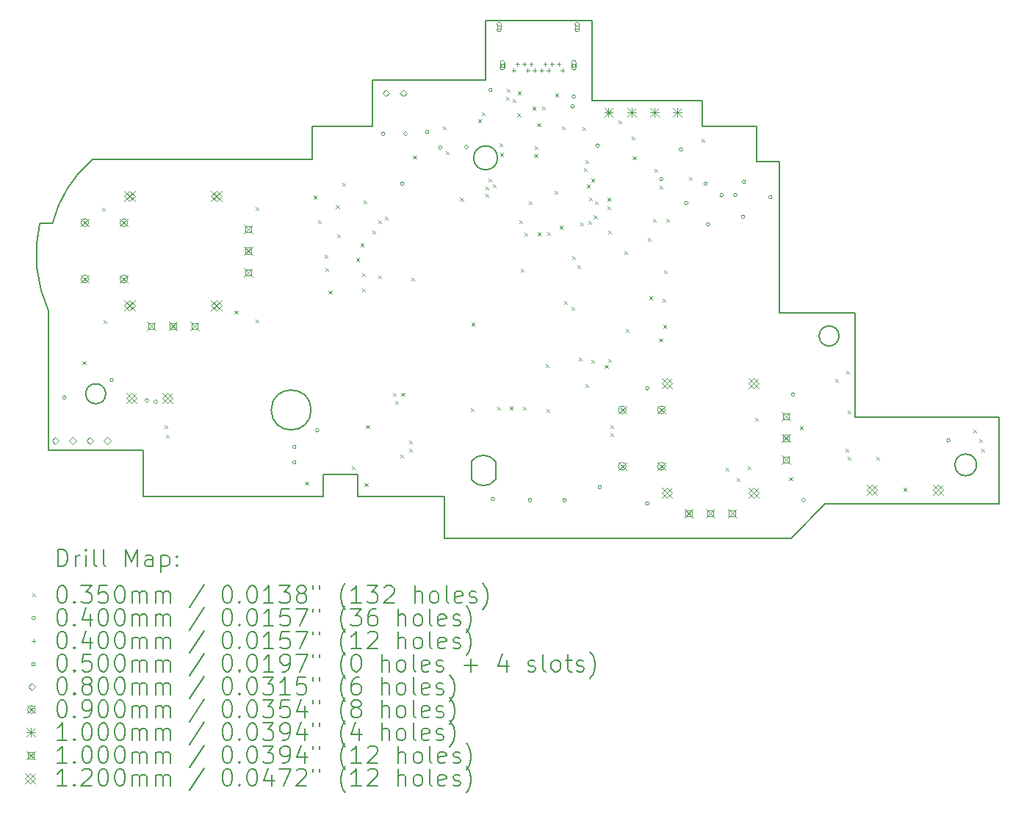
<source format=gbr>
%TF.GenerationSoftware,KiCad,Pcbnew,8.0.2*%
%TF.CreationDate,2025-02-05T20:19:19-08:00*%
%TF.ProjectId,progcc_3.3_main,70726f67-6363-45f3-932e-335f6d61696e,1*%
%TF.SameCoordinates,Original*%
%TF.FileFunction,Drillmap*%
%TF.FilePolarity,Positive*%
%FSLAX45Y45*%
G04 Gerber Fmt 4.5, Leading zero omitted, Abs format (unit mm)*
G04 Created by KiCad (PCBNEW 8.0.2) date 2025-02-05 20:19:19*
%MOMM*%
%LPD*%
G01*
G04 APERTURE LIST*
%ADD10C,0.200000*%
%ADD11C,0.100000*%
%ADD12C,0.120000*%
G04 APERTURE END LIST*
D10*
X16360622Y-10811436D02*
X16630622Y-10811436D01*
X17155623Y-14761436D02*
X16765622Y-15161436D01*
X12765623Y-15161436D02*
X12765623Y-14671436D01*
X13378123Y-10771436D02*
G75*
G02*
X13103123Y-10771436I-137500J0D01*
G01*
X13103123Y-10771436D02*
G75*
G02*
X13378123Y-10771436I137500J0D01*
G01*
X19155623Y-13761436D02*
X19155623Y-14761436D01*
X13075623Y-14270000D02*
G75*
G02*
X13355623Y-14270000I140000J-105000D01*
G01*
X16630622Y-12561436D02*
X17500623Y-12561436D01*
X16360622Y-10411436D02*
X16360622Y-10811436D01*
X13240623Y-9871436D02*
X13240623Y-9186436D01*
X11765623Y-14421436D02*
X11365623Y-14421436D01*
X9295623Y-14141436D02*
X8205623Y-14141436D01*
X17500623Y-12561436D02*
X17500623Y-13761436D01*
X12765623Y-14671436D02*
X11765623Y-14671436D01*
X8705623Y-10791436D02*
X11240623Y-10791436D01*
X18900000Y-14311000D02*
G75*
G02*
X18650000Y-14311000I-125000J0D01*
G01*
X18650000Y-14311000D02*
G75*
G02*
X18900000Y-14311000I125000J0D01*
G01*
X14470622Y-9186436D02*
X14470622Y-10111436D01*
X9295623Y-14671436D02*
X9295623Y-14141436D01*
X11940623Y-9871436D02*
X13240623Y-9871436D01*
X15740622Y-10111436D02*
X15740622Y-10411436D01*
X11365623Y-14671436D02*
X9295623Y-14671436D01*
X16765622Y-15161436D02*
X12765623Y-15161436D01*
X8101675Y-11525814D02*
X8249271Y-11525814D01*
X8205623Y-14141436D02*
X8205623Y-12541436D01*
X15740622Y-10411436D02*
X16360622Y-10411436D01*
X8862500Y-13491436D02*
G75*
G02*
X8632500Y-13491436I-115000J0D01*
G01*
X8632500Y-13491436D02*
G75*
G02*
X8862500Y-13491436I115000J0D01*
G01*
X11240623Y-10411436D02*
X11940623Y-10411436D01*
X11765623Y-14671436D02*
X11765623Y-14421436D01*
X11230000Y-13677500D02*
G75*
G02*
X10770000Y-13677500I-230000J0D01*
G01*
X10770000Y-13677500D02*
G75*
G02*
X11230000Y-13677500I230000J0D01*
G01*
X11240623Y-10791436D02*
X11240623Y-10411436D01*
X13240623Y-9186436D02*
X14470622Y-9186436D01*
X11365623Y-14421436D02*
X11365623Y-14671436D01*
X17500623Y-13761436D02*
X19155623Y-13761436D01*
X19155623Y-14761436D02*
X17155623Y-14761436D01*
X11940623Y-10411436D02*
X11940623Y-9871436D01*
X8205623Y-12541436D02*
G75*
G02*
X8101678Y-11525815I1434997J659996D01*
G01*
X8249271Y-11525814D02*
G75*
G02*
X8705623Y-10791436I1391351J-355621D01*
G01*
X17315000Y-12825000D02*
G75*
G02*
X17085000Y-12825000I-115000J0D01*
G01*
X17085000Y-12825000D02*
G75*
G02*
X17315000Y-12825000I115000J0D01*
G01*
X16630622Y-10811436D02*
X16630622Y-12561436D01*
X13355623Y-14480000D02*
G75*
G02*
X13075623Y-14480000I-140000J105000D01*
G01*
X14470622Y-10111436D02*
X15740622Y-10111436D01*
X13075623Y-14480000D02*
X13075623Y-14270000D01*
X13355623Y-14270000D02*
X13355623Y-14480000D01*
D11*
X8595500Y-13118500D02*
X8630500Y-13153500D01*
X8630500Y-13118500D02*
X8595500Y-13153500D01*
X8821700Y-11343920D02*
X8856700Y-11378920D01*
X8856700Y-11343920D02*
X8821700Y-11378920D01*
X8834400Y-12639320D02*
X8869400Y-12674320D01*
X8869400Y-12639320D02*
X8834400Y-12674320D01*
X9541500Y-13853500D02*
X9576500Y-13888500D01*
X9576500Y-13853500D02*
X9541500Y-13888500D01*
X9553500Y-13960500D02*
X9588500Y-13995500D01*
X9588500Y-13960500D02*
X9553500Y-13995500D01*
X10348240Y-12530100D02*
X10383240Y-12565100D01*
X10383240Y-12530100D02*
X10348240Y-12565100D01*
X10589540Y-11341380D02*
X10624540Y-11376380D01*
X10624540Y-11341380D02*
X10589540Y-11376380D01*
X10592080Y-12636780D02*
X10627080Y-12671780D01*
X10627080Y-12636780D02*
X10592080Y-12671780D01*
X11161040Y-14506220D02*
X11196040Y-14541220D01*
X11196040Y-14506220D02*
X11161040Y-14541220D01*
X11257500Y-11207500D02*
X11292500Y-11242500D01*
X11292500Y-11207500D02*
X11257500Y-11242500D01*
X11312500Y-11492500D02*
X11347500Y-11527500D01*
X11347500Y-11492500D02*
X11312500Y-11527500D01*
X11382500Y-11887500D02*
X11417500Y-11922500D01*
X11417500Y-11887500D02*
X11382500Y-11922500D01*
X11396358Y-12041300D02*
X11431358Y-12076300D01*
X11431358Y-12041300D02*
X11396358Y-12076300D01*
X11432500Y-12307500D02*
X11467500Y-12342500D01*
X11467500Y-12307500D02*
X11432500Y-12342500D01*
X11517500Y-11317500D02*
X11552500Y-11352500D01*
X11552500Y-11317500D02*
X11517500Y-11352500D01*
X11529388Y-11652497D02*
X11564388Y-11687497D01*
X11564388Y-11652497D02*
X11529388Y-11687497D01*
X11592500Y-11062500D02*
X11627500Y-11097500D01*
X11627500Y-11062500D02*
X11592500Y-11097500D01*
X11696980Y-14330960D02*
X11731980Y-14365960D01*
X11731980Y-14330960D02*
X11696980Y-14365960D01*
X11752500Y-11927500D02*
X11787500Y-11962500D01*
X11787500Y-11927500D02*
X11752500Y-11962500D01*
X11802500Y-11757500D02*
X11837500Y-11792500D01*
X11837500Y-11757500D02*
X11802500Y-11792500D01*
X11817500Y-12097500D02*
X11852500Y-12132500D01*
X11852500Y-12097500D02*
X11817500Y-12132500D01*
X11817500Y-12277500D02*
X11852500Y-12312500D01*
X11852500Y-12277500D02*
X11817500Y-12312500D01*
X11837500Y-11262500D02*
X11872500Y-11297500D01*
X11872500Y-11262500D02*
X11837500Y-11297500D01*
X11846840Y-14524000D02*
X11881840Y-14559000D01*
X11881840Y-14524000D02*
X11846840Y-14559000D01*
X11864620Y-13850900D02*
X11899620Y-13885900D01*
X11899620Y-13850900D02*
X11864620Y-13885900D01*
X11932500Y-11612500D02*
X11967500Y-11647500D01*
X11967500Y-11612500D02*
X11932500Y-11647500D01*
X12001780Y-12126240D02*
X12036780Y-12161240D01*
X12036780Y-12126240D02*
X12001780Y-12161240D01*
X12002500Y-11492500D02*
X12037500Y-11527500D01*
X12037500Y-11492500D02*
X12002500Y-11527500D01*
X12077500Y-11447500D02*
X12112500Y-11482500D01*
X12112500Y-11447500D02*
X12077500Y-11482500D01*
X12174500Y-13477520D02*
X12209500Y-13512520D01*
X12209500Y-13477520D02*
X12174500Y-13512520D01*
X12199900Y-13576580D02*
X12234900Y-13611580D01*
X12234900Y-13576580D02*
X12199900Y-13611580D01*
X12260860Y-14191260D02*
X12295860Y-14226260D01*
X12295860Y-14191260D02*
X12260860Y-14226260D01*
X12271020Y-13477520D02*
X12306020Y-13512520D01*
X12306020Y-13477520D02*
X12271020Y-13512520D01*
X12359920Y-14028700D02*
X12394920Y-14063700D01*
X12394920Y-14028700D02*
X12359920Y-14063700D01*
X12359920Y-14125220D02*
X12394920Y-14160220D01*
X12394920Y-14125220D02*
X12359920Y-14160220D01*
X12381792Y-12151321D02*
X12416792Y-12186321D01*
X12416792Y-12151321D02*
X12381792Y-12186321D01*
X12405640Y-10742450D02*
X12440640Y-10777450D01*
X12440640Y-10742450D02*
X12405640Y-10777450D01*
X12746647Y-10409847D02*
X12781647Y-10444847D01*
X12781647Y-10409847D02*
X12746647Y-10444847D01*
X12784100Y-10691650D02*
X12819100Y-10726650D01*
X12819100Y-10691650D02*
X12784100Y-10726650D01*
X12947500Y-11232500D02*
X12982500Y-11267500D01*
X12982500Y-11232500D02*
X12947500Y-11267500D01*
X13072500Y-13657500D02*
X13107500Y-13692500D01*
X13107500Y-13657500D02*
X13072500Y-13692500D01*
X13082500Y-12672500D02*
X13117500Y-12707500D01*
X13117500Y-12672500D02*
X13082500Y-12707500D01*
X13152500Y-10327500D02*
X13187500Y-10362500D01*
X13187500Y-10327500D02*
X13152500Y-10362500D01*
X13197500Y-10247500D02*
X13232500Y-10282500D01*
X13232500Y-10247500D02*
X13197500Y-10282500D01*
X13241085Y-11187781D02*
X13276085Y-11222781D01*
X13276085Y-11187781D02*
X13241085Y-11222781D01*
X13241714Y-11104763D02*
X13276714Y-11139763D01*
X13276714Y-11104763D02*
X13241714Y-11139763D01*
X13272500Y-11007500D02*
X13307500Y-11042500D01*
X13307500Y-11007500D02*
X13272500Y-11042500D01*
X13327562Y-11075519D02*
X13362562Y-11110519D01*
X13362562Y-11075519D02*
X13327562Y-11110519D01*
X13372500Y-13642500D02*
X13407500Y-13677500D01*
X13407500Y-13642500D02*
X13372500Y-13677500D01*
X13403860Y-10604780D02*
X13438860Y-10639780D01*
X13438860Y-10604780D02*
X13403860Y-10639780D01*
X13410210Y-10716409D02*
X13445210Y-10751409D01*
X13445210Y-10716409D02*
X13410210Y-10751409D01*
X13474020Y-10065110D02*
X13509020Y-10100110D01*
X13509020Y-10065110D02*
X13474020Y-10100110D01*
X13489043Y-9978728D02*
X13524043Y-10013728D01*
X13524043Y-9978728D02*
X13489043Y-10013728D01*
X13522500Y-13637500D02*
X13557500Y-13672500D01*
X13557500Y-13637500D02*
X13522500Y-13672500D01*
X13553530Y-10097293D02*
X13588530Y-10132293D01*
X13588530Y-10097293D02*
X13553530Y-10132293D01*
X13607787Y-10259621D02*
X13642787Y-10294621D01*
X13642787Y-10259621D02*
X13607787Y-10294621D01*
X13611104Y-10005644D02*
X13646104Y-10040644D01*
X13646104Y-10005644D02*
X13611104Y-10040644D01*
X13627380Y-11493780D02*
X13662380Y-11528780D01*
X13662380Y-11493780D02*
X13627380Y-11528780D01*
X13647500Y-12047500D02*
X13682500Y-12082500D01*
X13682500Y-12047500D02*
X13647500Y-12082500D01*
X13672500Y-13642500D02*
X13707500Y-13677500D01*
X13707500Y-13642500D02*
X13672500Y-13677500D01*
X13689500Y-11637500D02*
X13724500Y-11672500D01*
X13724500Y-11637500D02*
X13689500Y-11672500D01*
X13738869Y-11269388D02*
X13773869Y-11304388D01*
X13773869Y-11269388D02*
X13738869Y-11304388D01*
X13782974Y-10183034D02*
X13817974Y-10218034D01*
X13817974Y-10183034D02*
X13782974Y-10218034D01*
X13803369Y-10727702D02*
X13838369Y-10762702D01*
X13838369Y-10727702D02*
X13803369Y-10762702D01*
X13803940Y-10635161D02*
X13838940Y-10670161D01*
X13838940Y-10635161D02*
X13803940Y-10670161D01*
X13836698Y-10374331D02*
X13871698Y-10409331D01*
X13871698Y-10374331D02*
X13836698Y-10409331D01*
X13844550Y-11630809D02*
X13879550Y-11665809D01*
X13879550Y-11630809D02*
X13844550Y-11665809D01*
X13890639Y-10181782D02*
X13925639Y-10216782D01*
X13925639Y-10181782D02*
X13890639Y-10216782D01*
X13937500Y-13147500D02*
X13972500Y-13182500D01*
X13972500Y-13147500D02*
X13937500Y-13182500D01*
X13939927Y-13665849D02*
X13974927Y-13700849D01*
X13974927Y-13665849D02*
X13939927Y-13700849D01*
X13948690Y-11625729D02*
X13983690Y-11660729D01*
X13983690Y-11625729D02*
X13948690Y-11660729D01*
X14037753Y-11150548D02*
X14072753Y-11185548D01*
X14072753Y-11150548D02*
X14037753Y-11185548D01*
X14041400Y-10030740D02*
X14076400Y-10065740D01*
X14076400Y-10030740D02*
X14041400Y-10065740D01*
X14094740Y-11554740D02*
X14129740Y-11589740D01*
X14129740Y-11554740D02*
X14094740Y-11589740D01*
X14122500Y-10407500D02*
X14157500Y-10442500D01*
X14157500Y-10407500D02*
X14122500Y-10442500D01*
X14142487Y-12421566D02*
X14177487Y-12456566D01*
X14177487Y-12421566D02*
X14142487Y-12456566D01*
X14231900Y-12492000D02*
X14266900Y-12527000D01*
X14266900Y-12492000D02*
X14231900Y-12527000D01*
X14242500Y-11904500D02*
X14277500Y-11939500D01*
X14277500Y-11904500D02*
X14242500Y-11939500D01*
X14297500Y-12008500D02*
X14332500Y-12043500D01*
X14332500Y-12008500D02*
X14297500Y-12043500D01*
X14312500Y-13077500D02*
X14347500Y-13112500D01*
X14347500Y-13077500D02*
X14312500Y-13112500D01*
X14333160Y-11516744D02*
X14368160Y-11551744D01*
X14368160Y-11516744D02*
X14333160Y-11551744D01*
X14357500Y-10417500D02*
X14392500Y-10452500D01*
X14392500Y-10417500D02*
X14357500Y-10452500D01*
X14371600Y-10886720D02*
X14406600Y-10921720D01*
X14406600Y-10886720D02*
X14371600Y-10921720D01*
X14392500Y-13382500D02*
X14427500Y-13417500D01*
X14427500Y-13382500D02*
X14392500Y-13417500D01*
X14393500Y-10799500D02*
X14428500Y-10834500D01*
X14428500Y-10799500D02*
X14393500Y-10834500D01*
X14405470Y-11081039D02*
X14440470Y-11116039D01*
X14440470Y-11081039D02*
X14405470Y-11116039D01*
X14426319Y-11499575D02*
X14461319Y-11534575D01*
X14461319Y-11499575D02*
X14426319Y-11534575D01*
X14430708Y-11231242D02*
X14465708Y-11266242D01*
X14465708Y-11231242D02*
X14430708Y-11266242D01*
X14457500Y-11012500D02*
X14492500Y-11047500D01*
X14492500Y-11012500D02*
X14457500Y-11047500D01*
X14457500Y-13102500D02*
X14492500Y-13137500D01*
X14492500Y-13102500D02*
X14457500Y-13137500D01*
X14488582Y-11435897D02*
X14523582Y-11470897D01*
X14523582Y-11435897D02*
X14488582Y-11470897D01*
X14502403Y-11274198D02*
X14537403Y-11309198D01*
X14537403Y-11274198D02*
X14502403Y-11309198D01*
X14615280Y-13162502D02*
X14650280Y-13197502D01*
X14650280Y-13162502D02*
X14615280Y-13197502D01*
X14642500Y-11327500D02*
X14677500Y-11362500D01*
X14677500Y-11327500D02*
X14642500Y-11362500D01*
X14647500Y-11232500D02*
X14682500Y-11267500D01*
X14682500Y-11232500D02*
X14647500Y-11267500D01*
X14652500Y-11612500D02*
X14687500Y-11647500D01*
X14687500Y-11612500D02*
X14652500Y-11647500D01*
X14657500Y-13092500D02*
X14692500Y-13127500D01*
X14692500Y-13092500D02*
X14657500Y-13127500D01*
X14681480Y-13853440D02*
X14716480Y-13888440D01*
X14716480Y-13853440D02*
X14681480Y-13888440D01*
X14681480Y-13944880D02*
X14716480Y-13979880D01*
X14716480Y-13944880D02*
X14681480Y-13979880D01*
X14775460Y-10343160D02*
X14810460Y-10378160D01*
X14810460Y-10343160D02*
X14775460Y-10378160D01*
X14837500Y-11847500D02*
X14872500Y-11882500D01*
X14872500Y-11847500D02*
X14837500Y-11882500D01*
X14857500Y-12747500D02*
X14892500Y-12782500D01*
X14892500Y-12747500D02*
X14857500Y-12782500D01*
X14922780Y-10526040D02*
X14957780Y-10561040D01*
X14957780Y-10526040D02*
X14922780Y-10561040D01*
X14938020Y-10752100D02*
X14973020Y-10787100D01*
X14973020Y-10752100D02*
X14938020Y-10787100D01*
X15112500Y-11692500D02*
X15147500Y-11727500D01*
X15147500Y-11692500D02*
X15112500Y-11727500D01*
X15127500Y-12367500D02*
X15162500Y-12402500D01*
X15162500Y-12367500D02*
X15127500Y-12402500D01*
X15167500Y-11477500D02*
X15202500Y-11512500D01*
X15202500Y-11477500D02*
X15167500Y-11512500D01*
X15185239Y-10899148D02*
X15220239Y-10934148D01*
X15220239Y-10899148D02*
X15185239Y-10934148D01*
X15242820Y-12855220D02*
X15277820Y-12890220D01*
X15277820Y-12855220D02*
X15242820Y-12890220D01*
X15244320Y-11090686D02*
X15279320Y-11125686D01*
X15279320Y-11090686D02*
X15244320Y-11125686D01*
X15277500Y-12397500D02*
X15312500Y-12432500D01*
X15312500Y-12397500D02*
X15277500Y-12432500D01*
X15288540Y-12697740D02*
X15323540Y-12732740D01*
X15323540Y-12697740D02*
X15288540Y-12732740D01*
X15295424Y-12064574D02*
X15330424Y-12099574D01*
X15330424Y-12064574D02*
X15295424Y-12099574D01*
X15322500Y-11477500D02*
X15357500Y-11512500D01*
X15357500Y-11477500D02*
X15322500Y-11512500D01*
X15586709Y-10995054D02*
X15621709Y-11030054D01*
X15621709Y-10995054D02*
X15586709Y-11030054D01*
X15725500Y-10548500D02*
X15760500Y-10583500D01*
X15760500Y-10548500D02*
X15725500Y-10583500D01*
X16007360Y-14341120D02*
X16042360Y-14376120D01*
X16042360Y-14341120D02*
X16007360Y-14376120D01*
X16136900Y-14465580D02*
X16171900Y-14500580D01*
X16171900Y-14465580D02*
X16136900Y-14500580D01*
X16261360Y-14330960D02*
X16296360Y-14365960D01*
X16296360Y-14330960D02*
X16261360Y-14365960D01*
X16345180Y-13767080D02*
X16380180Y-13802080D01*
X16380180Y-13767080D02*
X16345180Y-13802080D01*
X16741420Y-14452880D02*
X16776420Y-14487880D01*
X16776420Y-14452880D02*
X16741420Y-14487880D01*
X16865880Y-13866140D02*
X16900880Y-13901140D01*
X16900880Y-13866140D02*
X16865880Y-13901140D01*
X17267200Y-13320040D02*
X17302200Y-13355040D01*
X17302200Y-13320040D02*
X17267200Y-13355040D01*
X17386580Y-14125220D02*
X17421580Y-14160220D01*
X17421580Y-14125220D02*
X17386580Y-14160220D01*
X17396740Y-13228600D02*
X17431740Y-13263600D01*
X17431740Y-13228600D02*
X17396740Y-13263600D01*
X17414520Y-13685800D02*
X17449520Y-13720800D01*
X17449520Y-13685800D02*
X17414520Y-13720800D01*
X17417060Y-14216660D02*
X17452060Y-14251660D01*
X17452060Y-14216660D02*
X17417060Y-14251660D01*
X17742180Y-14216660D02*
X17777180Y-14251660D01*
X17777180Y-14216660D02*
X17742180Y-14251660D01*
X18057140Y-14577340D02*
X18092140Y-14612340D01*
X18092140Y-14577340D02*
X18057140Y-14612340D01*
X18862320Y-13901700D02*
X18897320Y-13936700D01*
X18897320Y-13901700D02*
X18862320Y-13936700D01*
X18930900Y-14013460D02*
X18965900Y-14048460D01*
X18965900Y-14013460D02*
X18930900Y-14048460D01*
X18956300Y-14122680D02*
X18991300Y-14157680D01*
X18991300Y-14122680D02*
X18956300Y-14157680D01*
X8407080Y-13533120D02*
G75*
G02*
X8367080Y-13533120I-20000J0D01*
G01*
X8367080Y-13533120D02*
G75*
G02*
X8407080Y-13533120I20000J0D01*
G01*
X8951000Y-13333000D02*
G75*
G02*
X8911000Y-13333000I-20000J0D01*
G01*
X8911000Y-13333000D02*
G75*
G02*
X8951000Y-13333000I20000J0D01*
G01*
X9356000Y-13568000D02*
G75*
G02*
X9316000Y-13568000I-20000J0D01*
G01*
X9316000Y-13568000D02*
G75*
G02*
X9356000Y-13568000I20000J0D01*
G01*
X9458000Y-13584000D02*
G75*
G02*
X9418000Y-13584000I-20000J0D01*
G01*
X9418000Y-13584000D02*
G75*
G02*
X9458000Y-13584000I20000J0D01*
G01*
X11056300Y-14104620D02*
G75*
G02*
X11016300Y-14104620I-20000J0D01*
G01*
X11016300Y-14104620D02*
G75*
G02*
X11056300Y-14104620I20000J0D01*
G01*
X11056300Y-14282420D02*
G75*
G02*
X11016300Y-14282420I-20000J0D01*
G01*
X11016300Y-14282420D02*
G75*
G02*
X11056300Y-14282420I20000J0D01*
G01*
X11320460Y-13911580D02*
G75*
G02*
X11280460Y-13911580I-20000J0D01*
G01*
X11280460Y-13911580D02*
G75*
G02*
X11320460Y-13911580I20000J0D01*
G01*
X12079920Y-10495280D02*
G75*
G02*
X12039920Y-10495280I-20000J0D01*
G01*
X12039920Y-10495280D02*
G75*
G02*
X12079920Y-10495280I20000J0D01*
G01*
X12298360Y-11069320D02*
G75*
G02*
X12258360Y-11069320I-20000J0D01*
G01*
X12258360Y-11069320D02*
G75*
G02*
X12298360Y-11069320I20000J0D01*
G01*
X12336460Y-10492740D02*
G75*
G02*
X12296460Y-10492740I-20000J0D01*
G01*
X12296460Y-10492740D02*
G75*
G02*
X12336460Y-10492740I20000J0D01*
G01*
X12587920Y-10472420D02*
G75*
G02*
X12547920Y-10472420I-20000J0D01*
G01*
X12547920Y-10472420D02*
G75*
G02*
X12587920Y-10472420I20000J0D01*
G01*
X12737724Y-10652945D02*
G75*
G02*
X12697724Y-10652945I-20000J0D01*
G01*
X12697724Y-10652945D02*
G75*
G02*
X12737724Y-10652945I20000J0D01*
G01*
X13039984Y-10644452D02*
G75*
G02*
X12999984Y-10644452I-20000J0D01*
G01*
X12999984Y-10644452D02*
G75*
G02*
X13039984Y-10644452I20000J0D01*
G01*
X13316900Y-9987280D02*
G75*
G02*
X13276900Y-9987280I-20000J0D01*
G01*
X13276900Y-9987280D02*
G75*
G02*
X13316900Y-9987280I20000J0D01*
G01*
X13344000Y-14707000D02*
G75*
G02*
X13304000Y-14707000I-20000J0D01*
G01*
X13304000Y-14707000D02*
G75*
G02*
X13344000Y-14707000I20000J0D01*
G01*
X13774000Y-14719000D02*
G75*
G02*
X13734000Y-14719000I-20000J0D01*
G01*
X13734000Y-14719000D02*
G75*
G02*
X13774000Y-14719000I20000J0D01*
G01*
X14171000Y-14719000D02*
G75*
G02*
X14131000Y-14719000I-20000J0D01*
G01*
X14131000Y-14719000D02*
G75*
G02*
X14171000Y-14719000I20000J0D01*
G01*
X14264071Y-10177059D02*
G75*
G02*
X14224071Y-10177059I-20000J0D01*
G01*
X14224071Y-10177059D02*
G75*
G02*
X14264071Y-10177059I20000J0D01*
G01*
X14277020Y-10066020D02*
G75*
G02*
X14237020Y-10066020I-20000J0D01*
G01*
X14237020Y-10066020D02*
G75*
G02*
X14277020Y-10066020I20000J0D01*
G01*
X14552615Y-10630374D02*
G75*
G02*
X14512615Y-10630374I-20000J0D01*
G01*
X14512615Y-10630374D02*
G75*
G02*
X14552615Y-10630374I20000J0D01*
G01*
X14577000Y-14569000D02*
G75*
G02*
X14537000Y-14569000I-20000J0D01*
G01*
X14537000Y-14569000D02*
G75*
G02*
X14577000Y-14569000I20000J0D01*
G01*
X15125380Y-13428980D02*
G75*
G02*
X15085380Y-13428980I-20000J0D01*
G01*
X15085380Y-13428980D02*
G75*
G02*
X15125380Y-13428980I20000J0D01*
G01*
X15125380Y-14754860D02*
G75*
G02*
X15085380Y-14754860I-20000J0D01*
G01*
X15085380Y-14754860D02*
G75*
G02*
X15125380Y-14754860I20000J0D01*
G01*
X15285720Y-11016300D02*
G75*
G02*
X15245720Y-11016300I-20000J0D01*
G01*
X15245720Y-11016300D02*
G75*
G02*
X15285720Y-11016300I20000J0D01*
G01*
X15511000Y-10675000D02*
G75*
G02*
X15471000Y-10675000I-20000J0D01*
G01*
X15471000Y-10675000D02*
G75*
G02*
X15511000Y-10675000I20000J0D01*
G01*
X15572894Y-11293235D02*
G75*
G02*
X15532894Y-11293235I-20000J0D01*
G01*
X15532894Y-11293235D02*
G75*
G02*
X15572894Y-11293235I20000J0D01*
G01*
X15798203Y-11069043D02*
G75*
G02*
X15758203Y-11069043I-20000J0D01*
G01*
X15758203Y-11069043D02*
G75*
G02*
X15798203Y-11069043I20000J0D01*
G01*
X15825574Y-11536680D02*
G75*
G02*
X15785574Y-11536680I-20000J0D01*
G01*
X15785574Y-11536680D02*
G75*
G02*
X15825574Y-11536680I20000J0D01*
G01*
X15980710Y-11201515D02*
G75*
G02*
X15940710Y-11201515I-20000J0D01*
G01*
X15940710Y-11201515D02*
G75*
G02*
X15980710Y-11201515I20000J0D01*
G01*
X16139927Y-11200979D02*
G75*
G02*
X16099927Y-11200979I-20000J0D01*
G01*
X16099927Y-11200979D02*
G75*
G02*
X16139927Y-11200979I20000J0D01*
G01*
X16228000Y-11451000D02*
G75*
G02*
X16188000Y-11451000I-20000J0D01*
G01*
X16188000Y-11451000D02*
G75*
G02*
X16228000Y-11451000I20000J0D01*
G01*
X16237590Y-11047859D02*
G75*
G02*
X16197590Y-11047859I-20000J0D01*
G01*
X16197590Y-11047859D02*
G75*
G02*
X16237590Y-11047859I20000J0D01*
G01*
X16542700Y-11224260D02*
G75*
G02*
X16502700Y-11224260I-20000J0D01*
G01*
X16502700Y-11224260D02*
G75*
G02*
X16542700Y-11224260I20000J0D01*
G01*
X16804320Y-13500100D02*
G75*
G02*
X16764320Y-13500100I-20000J0D01*
G01*
X16764320Y-13500100D02*
G75*
G02*
X16804320Y-13500100I20000J0D01*
G01*
X16926240Y-14716760D02*
G75*
G02*
X16886240Y-14716760I-20000J0D01*
G01*
X16886240Y-14716760D02*
G75*
G02*
X16926240Y-14716760I20000J0D01*
G01*
X18595020Y-14028420D02*
G75*
G02*
X18555020Y-14028420I-20000J0D01*
G01*
X18555020Y-14028420D02*
G75*
G02*
X18595020Y-14028420I20000J0D01*
G01*
X13566000Y-9742500D02*
X13566000Y-9782500D01*
X13546000Y-9762500D02*
X13586000Y-9762500D01*
X13606000Y-9672500D02*
X13606000Y-9712500D01*
X13586000Y-9692500D02*
X13626000Y-9692500D01*
X13686000Y-9672500D02*
X13686000Y-9712500D01*
X13666000Y-9692500D02*
X13706000Y-9692500D01*
X13726000Y-9742500D02*
X13726000Y-9782500D01*
X13706000Y-9762500D02*
X13746000Y-9762500D01*
X13766000Y-9672500D02*
X13766000Y-9712500D01*
X13746000Y-9692500D02*
X13786000Y-9692500D01*
X13806000Y-9742500D02*
X13806000Y-9782500D01*
X13786000Y-9762500D02*
X13826000Y-9762500D01*
X13886000Y-9742500D02*
X13886000Y-9782500D01*
X13866000Y-9762500D02*
X13906000Y-9762500D01*
X13926000Y-9672500D02*
X13926000Y-9712500D01*
X13906000Y-9692500D02*
X13946000Y-9692500D01*
X13966000Y-9742500D02*
X13966000Y-9782500D01*
X13946000Y-9762500D02*
X13986000Y-9762500D01*
X14006000Y-9672500D02*
X14006000Y-9712500D01*
X13986000Y-9692500D02*
X14026000Y-9692500D01*
X14086000Y-9672500D02*
X14086000Y-9712500D01*
X14066000Y-9692500D02*
X14106000Y-9692500D01*
X14126000Y-9742500D02*
X14126000Y-9782500D01*
X14106000Y-9762500D02*
X14146000Y-9762500D01*
X13414678Y-9281178D02*
X13414678Y-9245822D01*
X13379322Y-9245822D01*
X13379322Y-9281178D01*
X13414678Y-9281178D01*
X13422000Y-9293500D02*
X13422000Y-9233500D01*
X13372000Y-9233500D02*
G75*
G02*
X13422000Y-9233500I25000J0D01*
G01*
X13372000Y-9233500D02*
X13372000Y-9293500D01*
X13372000Y-9293500D02*
G75*
G03*
X13422000Y-9293500I25000J0D01*
G01*
X13450678Y-9720178D02*
X13450678Y-9684822D01*
X13415322Y-9684822D01*
X13415322Y-9720178D01*
X13450678Y-9720178D01*
X13458000Y-9732500D02*
X13458000Y-9672500D01*
X13408000Y-9672500D02*
G75*
G02*
X13458000Y-9672500I25000J0D01*
G01*
X13408000Y-9672500D02*
X13408000Y-9732500D01*
X13408000Y-9732500D02*
G75*
G03*
X13458000Y-9732500I25000J0D01*
G01*
X14276678Y-9720178D02*
X14276678Y-9684822D01*
X14241322Y-9684822D01*
X14241322Y-9720178D01*
X14276678Y-9720178D01*
X14284000Y-9732500D02*
X14284000Y-9672500D01*
X14234000Y-9672500D02*
G75*
G02*
X14284000Y-9672500I25000J0D01*
G01*
X14234000Y-9672500D02*
X14234000Y-9732500D01*
X14234000Y-9732500D02*
G75*
G03*
X14284000Y-9732500I25000J0D01*
G01*
X14312678Y-9281178D02*
X14312678Y-9245822D01*
X14277322Y-9245822D01*
X14277322Y-9281178D01*
X14312678Y-9281178D01*
X14320000Y-9293500D02*
X14320000Y-9233500D01*
X14270000Y-9233500D02*
G75*
G02*
X14320000Y-9233500I25000J0D01*
G01*
X14270000Y-9233500D02*
X14270000Y-9293500D01*
X14270000Y-9293500D02*
G75*
G03*
X14320000Y-9293500I25000J0D01*
G01*
X8281000Y-14071000D02*
X8321000Y-14031000D01*
X8281000Y-13991000D01*
X8241000Y-14031000D01*
X8281000Y-14071000D01*
X8481000Y-14071000D02*
X8521000Y-14031000D01*
X8481000Y-13991000D01*
X8441000Y-14031000D01*
X8481000Y-14071000D01*
X8681000Y-14071000D02*
X8721000Y-14031000D01*
X8681000Y-13991000D01*
X8641000Y-14031000D01*
X8681000Y-14071000D01*
X8881000Y-14071000D02*
X8921000Y-14031000D01*
X8881000Y-13991000D01*
X8841000Y-14031000D01*
X8881000Y-14071000D01*
X12092000Y-10062840D02*
X12132000Y-10022840D01*
X12092000Y-9982840D01*
X12052000Y-10022840D01*
X12092000Y-10062840D01*
X12292000Y-10062840D02*
X12332000Y-10022840D01*
X12292000Y-9982840D01*
X12252000Y-10022840D01*
X12292000Y-10062840D01*
X8577700Y-11473260D02*
X8667700Y-11563260D01*
X8667700Y-11473260D02*
X8577700Y-11563260D01*
X8667700Y-11518260D02*
G75*
G02*
X8577700Y-11518260I-45000J0D01*
G01*
X8577700Y-11518260D02*
G75*
G02*
X8667700Y-11518260I45000J0D01*
G01*
X8577700Y-12123260D02*
X8667700Y-12213260D01*
X8667700Y-12123260D02*
X8577700Y-12213260D01*
X8667700Y-12168260D02*
G75*
G02*
X8577700Y-12168260I-45000J0D01*
G01*
X8577700Y-12168260D02*
G75*
G02*
X8667700Y-12168260I45000J0D01*
G01*
X9027700Y-11473260D02*
X9117700Y-11563260D01*
X9117700Y-11473260D02*
X9027700Y-11563260D01*
X9117700Y-11518260D02*
G75*
G02*
X9027700Y-11518260I-45000J0D01*
G01*
X9027700Y-11518260D02*
G75*
G02*
X9117700Y-11518260I45000J0D01*
G01*
X9027700Y-12123260D02*
X9117700Y-12213260D01*
X9117700Y-12123260D02*
X9027700Y-12213260D01*
X9117700Y-12168260D02*
G75*
G02*
X9027700Y-12168260I-45000J0D01*
G01*
X9027700Y-12168260D02*
G75*
G02*
X9117700Y-12168260I45000J0D01*
G01*
X14772020Y-13632200D02*
X14862020Y-13722200D01*
X14862020Y-13632200D02*
X14772020Y-13722200D01*
X14862020Y-13677200D02*
G75*
G02*
X14772020Y-13677200I-45000J0D01*
G01*
X14772020Y-13677200D02*
G75*
G02*
X14862020Y-13677200I45000J0D01*
G01*
X14772020Y-14282200D02*
X14862020Y-14372200D01*
X14862020Y-14282200D02*
X14772020Y-14372200D01*
X14862020Y-14327200D02*
G75*
G02*
X14772020Y-14327200I-45000J0D01*
G01*
X14772020Y-14327200D02*
G75*
G02*
X14862020Y-14327200I45000J0D01*
G01*
X15222020Y-13632200D02*
X15312020Y-13722200D01*
X15312020Y-13632200D02*
X15222020Y-13722200D01*
X15312020Y-13677200D02*
G75*
G02*
X15222020Y-13677200I-45000J0D01*
G01*
X15222020Y-13677200D02*
G75*
G02*
X15312020Y-13677200I45000J0D01*
G01*
X15222020Y-14282200D02*
X15312020Y-14372200D01*
X15312020Y-14282200D02*
X15222020Y-14372200D01*
X15312020Y-14327200D02*
G75*
G02*
X15222020Y-14327200I-45000J0D01*
G01*
X15222020Y-14327200D02*
G75*
G02*
X15312020Y-14327200I45000J0D01*
G01*
X14608340Y-10196360D02*
X14708340Y-10296360D01*
X14708340Y-10196360D02*
X14608340Y-10296360D01*
X14658340Y-10196360D02*
X14658340Y-10296360D01*
X14608340Y-10246360D02*
X14708340Y-10246360D01*
X14873340Y-10196360D02*
X14973340Y-10296360D01*
X14973340Y-10196360D02*
X14873340Y-10296360D01*
X14923340Y-10196360D02*
X14923340Y-10296360D01*
X14873340Y-10246360D02*
X14973340Y-10246360D01*
X15138340Y-10196360D02*
X15238340Y-10296360D01*
X15238340Y-10196360D02*
X15138340Y-10296360D01*
X15188340Y-10196360D02*
X15188340Y-10296360D01*
X15138340Y-10246360D02*
X15238340Y-10246360D01*
X15403340Y-10196360D02*
X15503340Y-10296360D01*
X15503340Y-10196360D02*
X15403340Y-10296360D01*
X15453340Y-10196360D02*
X15453340Y-10296360D01*
X15403340Y-10246360D02*
X15503340Y-10246360D01*
X9337700Y-12663260D02*
X9437700Y-12763260D01*
X9437700Y-12663260D02*
X9337700Y-12763260D01*
X9423056Y-12748616D02*
X9423056Y-12677904D01*
X9352344Y-12677904D01*
X9352344Y-12748616D01*
X9423056Y-12748616D01*
X9587700Y-12663260D02*
X9687700Y-12763260D01*
X9687700Y-12663260D02*
X9587700Y-12763260D01*
X9673056Y-12748616D02*
X9673056Y-12677904D01*
X9602344Y-12677904D01*
X9602344Y-12748616D01*
X9673056Y-12748616D01*
X9837700Y-12663260D02*
X9937700Y-12763260D01*
X9937700Y-12663260D02*
X9837700Y-12763260D01*
X9923056Y-12748616D02*
X9923056Y-12677904D01*
X9852344Y-12677904D01*
X9852344Y-12748616D01*
X9923056Y-12748616D01*
X10457700Y-11543260D02*
X10557700Y-11643260D01*
X10557700Y-11543260D02*
X10457700Y-11643260D01*
X10543056Y-11628616D02*
X10543056Y-11557904D01*
X10472344Y-11557904D01*
X10472344Y-11628616D01*
X10543056Y-11628616D01*
X10457700Y-11793260D02*
X10557700Y-11893260D01*
X10557700Y-11793260D02*
X10457700Y-11893260D01*
X10543056Y-11878616D02*
X10543056Y-11807904D01*
X10472344Y-11807904D01*
X10472344Y-11878616D01*
X10543056Y-11878616D01*
X10457700Y-12043260D02*
X10557700Y-12143260D01*
X10557700Y-12043260D02*
X10457700Y-12143260D01*
X10543056Y-12128616D02*
X10543056Y-12057904D01*
X10472344Y-12057904D01*
X10472344Y-12128616D01*
X10543056Y-12128616D01*
X15532020Y-14822200D02*
X15632020Y-14922200D01*
X15632020Y-14822200D02*
X15532020Y-14922200D01*
X15617376Y-14907556D02*
X15617376Y-14836844D01*
X15546664Y-14836844D01*
X15546664Y-14907556D01*
X15617376Y-14907556D01*
X15782020Y-14822200D02*
X15882020Y-14922200D01*
X15882020Y-14822200D02*
X15782020Y-14922200D01*
X15867376Y-14907556D02*
X15867376Y-14836844D01*
X15796664Y-14836844D01*
X15796664Y-14907556D01*
X15867376Y-14907556D01*
X16032020Y-14822200D02*
X16132020Y-14922200D01*
X16132020Y-14822200D02*
X16032020Y-14922200D01*
X16117376Y-14907556D02*
X16117376Y-14836844D01*
X16046664Y-14836844D01*
X16046664Y-14907556D01*
X16117376Y-14907556D01*
X16652020Y-13702200D02*
X16752020Y-13802200D01*
X16752020Y-13702200D02*
X16652020Y-13802200D01*
X16737376Y-13787556D02*
X16737376Y-13716844D01*
X16666664Y-13716844D01*
X16666664Y-13787556D01*
X16737376Y-13787556D01*
X16652020Y-13952200D02*
X16752020Y-14052200D01*
X16752020Y-13952200D02*
X16652020Y-14052200D01*
X16737376Y-14037556D02*
X16737376Y-13966844D01*
X16666664Y-13966844D01*
X16666664Y-14037556D01*
X16737376Y-14037556D01*
X16652020Y-14202200D02*
X16752020Y-14302200D01*
X16752020Y-14202200D02*
X16652020Y-14302200D01*
X16737376Y-14287556D02*
X16737376Y-14216844D01*
X16666664Y-14216844D01*
X16666664Y-14287556D01*
X16737376Y-14287556D01*
D12*
X9077700Y-11150760D02*
X9197700Y-11270760D01*
X9197700Y-11150760D02*
X9077700Y-11270760D01*
X9137700Y-11270760D02*
X9197700Y-11210760D01*
X9137700Y-11150760D01*
X9077700Y-11210760D01*
X9137700Y-11270760D01*
X9077700Y-12415760D02*
X9197700Y-12535760D01*
X9197700Y-12415760D02*
X9077700Y-12535760D01*
X9137700Y-12535760D02*
X9197700Y-12475760D01*
X9137700Y-12415760D01*
X9077700Y-12475760D01*
X9137700Y-12535760D01*
X9102390Y-13484000D02*
X9222390Y-13604000D01*
X9222390Y-13484000D02*
X9102390Y-13604000D01*
X9162390Y-13604000D02*
X9222390Y-13544000D01*
X9162390Y-13484000D01*
X9102390Y-13544000D01*
X9162390Y-13604000D01*
X9514000Y-13481000D02*
X9634000Y-13601000D01*
X9634000Y-13481000D02*
X9514000Y-13601000D01*
X9574000Y-13601000D02*
X9634000Y-13541000D01*
X9574000Y-13481000D01*
X9514000Y-13541000D01*
X9574000Y-13601000D01*
X10077700Y-11150760D02*
X10197700Y-11270760D01*
X10197700Y-11150760D02*
X10077700Y-11270760D01*
X10137700Y-11270760D02*
X10197700Y-11210760D01*
X10137700Y-11150760D01*
X10077700Y-11210760D01*
X10137700Y-11270760D01*
X10077700Y-12415760D02*
X10197700Y-12535760D01*
X10197700Y-12415760D02*
X10077700Y-12535760D01*
X10137700Y-12535760D02*
X10197700Y-12475760D01*
X10137700Y-12415760D01*
X10077700Y-12475760D01*
X10137700Y-12535760D01*
X15272020Y-13309700D02*
X15392020Y-13429700D01*
X15392020Y-13309700D02*
X15272020Y-13429700D01*
X15332020Y-13429700D02*
X15392020Y-13369700D01*
X15332020Y-13309700D01*
X15272020Y-13369700D01*
X15332020Y-13429700D01*
X15272020Y-14574700D02*
X15392020Y-14694700D01*
X15392020Y-14574700D02*
X15272020Y-14694700D01*
X15332020Y-14694700D02*
X15392020Y-14634700D01*
X15332020Y-14574700D01*
X15272020Y-14634700D01*
X15332020Y-14694700D01*
X16272020Y-13309700D02*
X16392020Y-13429700D01*
X16392020Y-13309700D02*
X16272020Y-13429700D01*
X16332020Y-13429700D02*
X16392020Y-13369700D01*
X16332020Y-13309700D01*
X16272020Y-13369700D01*
X16332020Y-13429700D01*
X16272020Y-14574700D02*
X16392020Y-14694700D01*
X16392020Y-14574700D02*
X16272020Y-14694700D01*
X16332020Y-14694700D02*
X16392020Y-14634700D01*
X16332020Y-14574700D01*
X16272020Y-14634700D01*
X16332020Y-14694700D01*
X17633640Y-14542130D02*
X17753640Y-14662130D01*
X17753640Y-14542130D02*
X17633640Y-14662130D01*
X17693640Y-14662130D02*
X17753640Y-14602130D01*
X17693640Y-14542130D01*
X17633640Y-14602130D01*
X17693640Y-14662130D01*
X18395640Y-14539590D02*
X18515640Y-14659590D01*
X18515640Y-14539590D02*
X18395640Y-14659590D01*
X18455640Y-14659590D02*
X18515640Y-14599590D01*
X18455640Y-14539590D01*
X18395640Y-14599590D01*
X18455640Y-14659590D01*
D10*
X8311899Y-15482919D02*
X8311899Y-15282919D01*
X8311899Y-15282919D02*
X8359518Y-15282919D01*
X8359518Y-15282919D02*
X8388090Y-15292443D01*
X8388090Y-15292443D02*
X8407138Y-15311491D01*
X8407138Y-15311491D02*
X8416661Y-15330538D01*
X8416661Y-15330538D02*
X8426185Y-15368634D01*
X8426185Y-15368634D02*
X8426185Y-15397205D01*
X8426185Y-15397205D02*
X8416661Y-15435300D01*
X8416661Y-15435300D02*
X8407138Y-15454348D01*
X8407138Y-15454348D02*
X8388090Y-15473396D01*
X8388090Y-15473396D02*
X8359518Y-15482919D01*
X8359518Y-15482919D02*
X8311899Y-15482919D01*
X8511899Y-15482919D02*
X8511899Y-15349586D01*
X8511899Y-15387681D02*
X8521423Y-15368634D01*
X8521423Y-15368634D02*
X8530947Y-15359110D01*
X8530947Y-15359110D02*
X8549995Y-15349586D01*
X8549995Y-15349586D02*
X8569042Y-15349586D01*
X8635709Y-15482919D02*
X8635709Y-15349586D01*
X8635709Y-15282919D02*
X8626185Y-15292443D01*
X8626185Y-15292443D02*
X8635709Y-15301967D01*
X8635709Y-15301967D02*
X8645233Y-15292443D01*
X8645233Y-15292443D02*
X8635709Y-15282919D01*
X8635709Y-15282919D02*
X8635709Y-15301967D01*
X8759518Y-15482919D02*
X8740471Y-15473396D01*
X8740471Y-15473396D02*
X8730947Y-15454348D01*
X8730947Y-15454348D02*
X8730947Y-15282919D01*
X8864280Y-15482919D02*
X8845233Y-15473396D01*
X8845233Y-15473396D02*
X8835709Y-15454348D01*
X8835709Y-15454348D02*
X8835709Y-15282919D01*
X9092852Y-15482919D02*
X9092852Y-15282919D01*
X9092852Y-15282919D02*
X9159519Y-15425777D01*
X9159519Y-15425777D02*
X9226185Y-15282919D01*
X9226185Y-15282919D02*
X9226185Y-15482919D01*
X9407138Y-15482919D02*
X9407138Y-15378158D01*
X9407138Y-15378158D02*
X9397614Y-15359110D01*
X9397614Y-15359110D02*
X9378566Y-15349586D01*
X9378566Y-15349586D02*
X9340471Y-15349586D01*
X9340471Y-15349586D02*
X9321423Y-15359110D01*
X9407138Y-15473396D02*
X9388090Y-15482919D01*
X9388090Y-15482919D02*
X9340471Y-15482919D01*
X9340471Y-15482919D02*
X9321423Y-15473396D01*
X9321423Y-15473396D02*
X9311899Y-15454348D01*
X9311899Y-15454348D02*
X9311899Y-15435300D01*
X9311899Y-15435300D02*
X9321423Y-15416253D01*
X9321423Y-15416253D02*
X9340471Y-15406729D01*
X9340471Y-15406729D02*
X9388090Y-15406729D01*
X9388090Y-15406729D02*
X9407138Y-15397205D01*
X9502376Y-15349586D02*
X9502376Y-15549586D01*
X9502376Y-15359110D02*
X9521423Y-15349586D01*
X9521423Y-15349586D02*
X9559519Y-15349586D01*
X9559519Y-15349586D02*
X9578566Y-15359110D01*
X9578566Y-15359110D02*
X9588090Y-15368634D01*
X9588090Y-15368634D02*
X9597614Y-15387681D01*
X9597614Y-15387681D02*
X9597614Y-15444824D01*
X9597614Y-15444824D02*
X9588090Y-15463872D01*
X9588090Y-15463872D02*
X9578566Y-15473396D01*
X9578566Y-15473396D02*
X9559519Y-15482919D01*
X9559519Y-15482919D02*
X9521423Y-15482919D01*
X9521423Y-15482919D02*
X9502376Y-15473396D01*
X9683328Y-15463872D02*
X9692852Y-15473396D01*
X9692852Y-15473396D02*
X9683328Y-15482919D01*
X9683328Y-15482919D02*
X9673804Y-15473396D01*
X9673804Y-15473396D02*
X9683328Y-15463872D01*
X9683328Y-15463872D02*
X9683328Y-15482919D01*
X9683328Y-15359110D02*
X9692852Y-15368634D01*
X9692852Y-15368634D02*
X9683328Y-15378158D01*
X9683328Y-15378158D02*
X9673804Y-15368634D01*
X9673804Y-15368634D02*
X9683328Y-15359110D01*
X9683328Y-15359110D02*
X9683328Y-15378158D01*
D11*
X8016123Y-15793936D02*
X8051123Y-15828936D01*
X8051123Y-15793936D02*
X8016123Y-15828936D01*
D10*
X8349995Y-15702919D02*
X8369042Y-15702919D01*
X8369042Y-15702919D02*
X8388090Y-15712443D01*
X8388090Y-15712443D02*
X8397614Y-15721967D01*
X8397614Y-15721967D02*
X8407138Y-15741015D01*
X8407138Y-15741015D02*
X8416661Y-15779110D01*
X8416661Y-15779110D02*
X8416661Y-15826729D01*
X8416661Y-15826729D02*
X8407138Y-15864824D01*
X8407138Y-15864824D02*
X8397614Y-15883872D01*
X8397614Y-15883872D02*
X8388090Y-15893396D01*
X8388090Y-15893396D02*
X8369042Y-15902919D01*
X8369042Y-15902919D02*
X8349995Y-15902919D01*
X8349995Y-15902919D02*
X8330947Y-15893396D01*
X8330947Y-15893396D02*
X8321423Y-15883872D01*
X8321423Y-15883872D02*
X8311899Y-15864824D01*
X8311899Y-15864824D02*
X8302376Y-15826729D01*
X8302376Y-15826729D02*
X8302376Y-15779110D01*
X8302376Y-15779110D02*
X8311899Y-15741015D01*
X8311899Y-15741015D02*
X8321423Y-15721967D01*
X8321423Y-15721967D02*
X8330947Y-15712443D01*
X8330947Y-15712443D02*
X8349995Y-15702919D01*
X8502376Y-15883872D02*
X8511899Y-15893396D01*
X8511899Y-15893396D02*
X8502376Y-15902919D01*
X8502376Y-15902919D02*
X8492852Y-15893396D01*
X8492852Y-15893396D02*
X8502376Y-15883872D01*
X8502376Y-15883872D02*
X8502376Y-15902919D01*
X8578566Y-15702919D02*
X8702376Y-15702919D01*
X8702376Y-15702919D02*
X8635709Y-15779110D01*
X8635709Y-15779110D02*
X8664280Y-15779110D01*
X8664280Y-15779110D02*
X8683328Y-15788634D01*
X8683328Y-15788634D02*
X8692852Y-15798158D01*
X8692852Y-15798158D02*
X8702376Y-15817205D01*
X8702376Y-15817205D02*
X8702376Y-15864824D01*
X8702376Y-15864824D02*
X8692852Y-15883872D01*
X8692852Y-15883872D02*
X8683328Y-15893396D01*
X8683328Y-15893396D02*
X8664280Y-15902919D01*
X8664280Y-15902919D02*
X8607138Y-15902919D01*
X8607138Y-15902919D02*
X8588090Y-15893396D01*
X8588090Y-15893396D02*
X8578566Y-15883872D01*
X8883328Y-15702919D02*
X8788090Y-15702919D01*
X8788090Y-15702919D02*
X8778566Y-15798158D01*
X8778566Y-15798158D02*
X8788090Y-15788634D01*
X8788090Y-15788634D02*
X8807138Y-15779110D01*
X8807138Y-15779110D02*
X8854757Y-15779110D01*
X8854757Y-15779110D02*
X8873804Y-15788634D01*
X8873804Y-15788634D02*
X8883328Y-15798158D01*
X8883328Y-15798158D02*
X8892852Y-15817205D01*
X8892852Y-15817205D02*
X8892852Y-15864824D01*
X8892852Y-15864824D02*
X8883328Y-15883872D01*
X8883328Y-15883872D02*
X8873804Y-15893396D01*
X8873804Y-15893396D02*
X8854757Y-15902919D01*
X8854757Y-15902919D02*
X8807138Y-15902919D01*
X8807138Y-15902919D02*
X8788090Y-15893396D01*
X8788090Y-15893396D02*
X8778566Y-15883872D01*
X9016661Y-15702919D02*
X9035709Y-15702919D01*
X9035709Y-15702919D02*
X9054757Y-15712443D01*
X9054757Y-15712443D02*
X9064280Y-15721967D01*
X9064280Y-15721967D02*
X9073804Y-15741015D01*
X9073804Y-15741015D02*
X9083328Y-15779110D01*
X9083328Y-15779110D02*
X9083328Y-15826729D01*
X9083328Y-15826729D02*
X9073804Y-15864824D01*
X9073804Y-15864824D02*
X9064280Y-15883872D01*
X9064280Y-15883872D02*
X9054757Y-15893396D01*
X9054757Y-15893396D02*
X9035709Y-15902919D01*
X9035709Y-15902919D02*
X9016661Y-15902919D01*
X9016661Y-15902919D02*
X8997614Y-15893396D01*
X8997614Y-15893396D02*
X8988090Y-15883872D01*
X8988090Y-15883872D02*
X8978566Y-15864824D01*
X8978566Y-15864824D02*
X8969042Y-15826729D01*
X8969042Y-15826729D02*
X8969042Y-15779110D01*
X8969042Y-15779110D02*
X8978566Y-15741015D01*
X8978566Y-15741015D02*
X8988090Y-15721967D01*
X8988090Y-15721967D02*
X8997614Y-15712443D01*
X8997614Y-15712443D02*
X9016661Y-15702919D01*
X9169042Y-15902919D02*
X9169042Y-15769586D01*
X9169042Y-15788634D02*
X9178566Y-15779110D01*
X9178566Y-15779110D02*
X9197614Y-15769586D01*
X9197614Y-15769586D02*
X9226185Y-15769586D01*
X9226185Y-15769586D02*
X9245233Y-15779110D01*
X9245233Y-15779110D02*
X9254757Y-15798158D01*
X9254757Y-15798158D02*
X9254757Y-15902919D01*
X9254757Y-15798158D02*
X9264280Y-15779110D01*
X9264280Y-15779110D02*
X9283328Y-15769586D01*
X9283328Y-15769586D02*
X9311899Y-15769586D01*
X9311899Y-15769586D02*
X9330947Y-15779110D01*
X9330947Y-15779110D02*
X9340471Y-15798158D01*
X9340471Y-15798158D02*
X9340471Y-15902919D01*
X9435709Y-15902919D02*
X9435709Y-15769586D01*
X9435709Y-15788634D02*
X9445233Y-15779110D01*
X9445233Y-15779110D02*
X9464280Y-15769586D01*
X9464280Y-15769586D02*
X9492852Y-15769586D01*
X9492852Y-15769586D02*
X9511900Y-15779110D01*
X9511900Y-15779110D02*
X9521423Y-15798158D01*
X9521423Y-15798158D02*
X9521423Y-15902919D01*
X9521423Y-15798158D02*
X9530947Y-15779110D01*
X9530947Y-15779110D02*
X9549995Y-15769586D01*
X9549995Y-15769586D02*
X9578566Y-15769586D01*
X9578566Y-15769586D02*
X9597614Y-15779110D01*
X9597614Y-15779110D02*
X9607138Y-15798158D01*
X9607138Y-15798158D02*
X9607138Y-15902919D01*
X9997614Y-15693396D02*
X9826185Y-15950538D01*
X10254757Y-15702919D02*
X10273804Y-15702919D01*
X10273804Y-15702919D02*
X10292852Y-15712443D01*
X10292852Y-15712443D02*
X10302376Y-15721967D01*
X10302376Y-15721967D02*
X10311900Y-15741015D01*
X10311900Y-15741015D02*
X10321423Y-15779110D01*
X10321423Y-15779110D02*
X10321423Y-15826729D01*
X10321423Y-15826729D02*
X10311900Y-15864824D01*
X10311900Y-15864824D02*
X10302376Y-15883872D01*
X10302376Y-15883872D02*
X10292852Y-15893396D01*
X10292852Y-15893396D02*
X10273804Y-15902919D01*
X10273804Y-15902919D02*
X10254757Y-15902919D01*
X10254757Y-15902919D02*
X10235709Y-15893396D01*
X10235709Y-15893396D02*
X10226185Y-15883872D01*
X10226185Y-15883872D02*
X10216662Y-15864824D01*
X10216662Y-15864824D02*
X10207138Y-15826729D01*
X10207138Y-15826729D02*
X10207138Y-15779110D01*
X10207138Y-15779110D02*
X10216662Y-15741015D01*
X10216662Y-15741015D02*
X10226185Y-15721967D01*
X10226185Y-15721967D02*
X10235709Y-15712443D01*
X10235709Y-15712443D02*
X10254757Y-15702919D01*
X10407138Y-15883872D02*
X10416662Y-15893396D01*
X10416662Y-15893396D02*
X10407138Y-15902919D01*
X10407138Y-15902919D02*
X10397614Y-15893396D01*
X10397614Y-15893396D02*
X10407138Y-15883872D01*
X10407138Y-15883872D02*
X10407138Y-15902919D01*
X10540471Y-15702919D02*
X10559519Y-15702919D01*
X10559519Y-15702919D02*
X10578566Y-15712443D01*
X10578566Y-15712443D02*
X10588090Y-15721967D01*
X10588090Y-15721967D02*
X10597614Y-15741015D01*
X10597614Y-15741015D02*
X10607138Y-15779110D01*
X10607138Y-15779110D02*
X10607138Y-15826729D01*
X10607138Y-15826729D02*
X10597614Y-15864824D01*
X10597614Y-15864824D02*
X10588090Y-15883872D01*
X10588090Y-15883872D02*
X10578566Y-15893396D01*
X10578566Y-15893396D02*
X10559519Y-15902919D01*
X10559519Y-15902919D02*
X10540471Y-15902919D01*
X10540471Y-15902919D02*
X10521423Y-15893396D01*
X10521423Y-15893396D02*
X10511900Y-15883872D01*
X10511900Y-15883872D02*
X10502376Y-15864824D01*
X10502376Y-15864824D02*
X10492852Y-15826729D01*
X10492852Y-15826729D02*
X10492852Y-15779110D01*
X10492852Y-15779110D02*
X10502376Y-15741015D01*
X10502376Y-15741015D02*
X10511900Y-15721967D01*
X10511900Y-15721967D02*
X10521423Y-15712443D01*
X10521423Y-15712443D02*
X10540471Y-15702919D01*
X10797614Y-15902919D02*
X10683328Y-15902919D01*
X10740471Y-15902919D02*
X10740471Y-15702919D01*
X10740471Y-15702919D02*
X10721423Y-15731491D01*
X10721423Y-15731491D02*
X10702376Y-15750538D01*
X10702376Y-15750538D02*
X10683328Y-15760062D01*
X10864281Y-15702919D02*
X10988090Y-15702919D01*
X10988090Y-15702919D02*
X10921423Y-15779110D01*
X10921423Y-15779110D02*
X10949995Y-15779110D01*
X10949995Y-15779110D02*
X10969043Y-15788634D01*
X10969043Y-15788634D02*
X10978566Y-15798158D01*
X10978566Y-15798158D02*
X10988090Y-15817205D01*
X10988090Y-15817205D02*
X10988090Y-15864824D01*
X10988090Y-15864824D02*
X10978566Y-15883872D01*
X10978566Y-15883872D02*
X10969043Y-15893396D01*
X10969043Y-15893396D02*
X10949995Y-15902919D01*
X10949995Y-15902919D02*
X10892852Y-15902919D01*
X10892852Y-15902919D02*
X10873804Y-15893396D01*
X10873804Y-15893396D02*
X10864281Y-15883872D01*
X11102376Y-15788634D02*
X11083328Y-15779110D01*
X11083328Y-15779110D02*
X11073804Y-15769586D01*
X11073804Y-15769586D02*
X11064281Y-15750538D01*
X11064281Y-15750538D02*
X11064281Y-15741015D01*
X11064281Y-15741015D02*
X11073804Y-15721967D01*
X11073804Y-15721967D02*
X11083328Y-15712443D01*
X11083328Y-15712443D02*
X11102376Y-15702919D01*
X11102376Y-15702919D02*
X11140471Y-15702919D01*
X11140471Y-15702919D02*
X11159519Y-15712443D01*
X11159519Y-15712443D02*
X11169043Y-15721967D01*
X11169043Y-15721967D02*
X11178566Y-15741015D01*
X11178566Y-15741015D02*
X11178566Y-15750538D01*
X11178566Y-15750538D02*
X11169043Y-15769586D01*
X11169043Y-15769586D02*
X11159519Y-15779110D01*
X11159519Y-15779110D02*
X11140471Y-15788634D01*
X11140471Y-15788634D02*
X11102376Y-15788634D01*
X11102376Y-15788634D02*
X11083328Y-15798158D01*
X11083328Y-15798158D02*
X11073804Y-15807681D01*
X11073804Y-15807681D02*
X11064281Y-15826729D01*
X11064281Y-15826729D02*
X11064281Y-15864824D01*
X11064281Y-15864824D02*
X11073804Y-15883872D01*
X11073804Y-15883872D02*
X11083328Y-15893396D01*
X11083328Y-15893396D02*
X11102376Y-15902919D01*
X11102376Y-15902919D02*
X11140471Y-15902919D01*
X11140471Y-15902919D02*
X11159519Y-15893396D01*
X11159519Y-15893396D02*
X11169043Y-15883872D01*
X11169043Y-15883872D02*
X11178566Y-15864824D01*
X11178566Y-15864824D02*
X11178566Y-15826729D01*
X11178566Y-15826729D02*
X11169043Y-15807681D01*
X11169043Y-15807681D02*
X11159519Y-15798158D01*
X11159519Y-15798158D02*
X11140471Y-15788634D01*
X11254757Y-15702919D02*
X11254757Y-15741015D01*
X11330947Y-15702919D02*
X11330947Y-15741015D01*
X11626185Y-15979110D02*
X11616662Y-15969586D01*
X11616662Y-15969586D02*
X11597614Y-15941015D01*
X11597614Y-15941015D02*
X11588090Y-15921967D01*
X11588090Y-15921967D02*
X11578566Y-15893396D01*
X11578566Y-15893396D02*
X11569043Y-15845777D01*
X11569043Y-15845777D02*
X11569043Y-15807681D01*
X11569043Y-15807681D02*
X11578566Y-15760062D01*
X11578566Y-15760062D02*
X11588090Y-15731491D01*
X11588090Y-15731491D02*
X11597614Y-15712443D01*
X11597614Y-15712443D02*
X11616662Y-15683872D01*
X11616662Y-15683872D02*
X11626185Y-15674348D01*
X11807138Y-15902919D02*
X11692852Y-15902919D01*
X11749995Y-15902919D02*
X11749995Y-15702919D01*
X11749995Y-15702919D02*
X11730947Y-15731491D01*
X11730947Y-15731491D02*
X11711900Y-15750538D01*
X11711900Y-15750538D02*
X11692852Y-15760062D01*
X11873804Y-15702919D02*
X11997614Y-15702919D01*
X11997614Y-15702919D02*
X11930947Y-15779110D01*
X11930947Y-15779110D02*
X11959519Y-15779110D01*
X11959519Y-15779110D02*
X11978566Y-15788634D01*
X11978566Y-15788634D02*
X11988090Y-15798158D01*
X11988090Y-15798158D02*
X11997614Y-15817205D01*
X11997614Y-15817205D02*
X11997614Y-15864824D01*
X11997614Y-15864824D02*
X11988090Y-15883872D01*
X11988090Y-15883872D02*
X11978566Y-15893396D01*
X11978566Y-15893396D02*
X11959519Y-15902919D01*
X11959519Y-15902919D02*
X11902376Y-15902919D01*
X11902376Y-15902919D02*
X11883328Y-15893396D01*
X11883328Y-15893396D02*
X11873804Y-15883872D01*
X12073804Y-15721967D02*
X12083328Y-15712443D01*
X12083328Y-15712443D02*
X12102376Y-15702919D01*
X12102376Y-15702919D02*
X12149995Y-15702919D01*
X12149995Y-15702919D02*
X12169043Y-15712443D01*
X12169043Y-15712443D02*
X12178566Y-15721967D01*
X12178566Y-15721967D02*
X12188090Y-15741015D01*
X12188090Y-15741015D02*
X12188090Y-15760062D01*
X12188090Y-15760062D02*
X12178566Y-15788634D01*
X12178566Y-15788634D02*
X12064281Y-15902919D01*
X12064281Y-15902919D02*
X12188090Y-15902919D01*
X12426185Y-15902919D02*
X12426185Y-15702919D01*
X12511900Y-15902919D02*
X12511900Y-15798158D01*
X12511900Y-15798158D02*
X12502376Y-15779110D01*
X12502376Y-15779110D02*
X12483328Y-15769586D01*
X12483328Y-15769586D02*
X12454757Y-15769586D01*
X12454757Y-15769586D02*
X12435709Y-15779110D01*
X12435709Y-15779110D02*
X12426185Y-15788634D01*
X12635709Y-15902919D02*
X12616662Y-15893396D01*
X12616662Y-15893396D02*
X12607138Y-15883872D01*
X12607138Y-15883872D02*
X12597614Y-15864824D01*
X12597614Y-15864824D02*
X12597614Y-15807681D01*
X12597614Y-15807681D02*
X12607138Y-15788634D01*
X12607138Y-15788634D02*
X12616662Y-15779110D01*
X12616662Y-15779110D02*
X12635709Y-15769586D01*
X12635709Y-15769586D02*
X12664281Y-15769586D01*
X12664281Y-15769586D02*
X12683328Y-15779110D01*
X12683328Y-15779110D02*
X12692852Y-15788634D01*
X12692852Y-15788634D02*
X12702376Y-15807681D01*
X12702376Y-15807681D02*
X12702376Y-15864824D01*
X12702376Y-15864824D02*
X12692852Y-15883872D01*
X12692852Y-15883872D02*
X12683328Y-15893396D01*
X12683328Y-15893396D02*
X12664281Y-15902919D01*
X12664281Y-15902919D02*
X12635709Y-15902919D01*
X12816662Y-15902919D02*
X12797614Y-15893396D01*
X12797614Y-15893396D02*
X12788090Y-15874348D01*
X12788090Y-15874348D02*
X12788090Y-15702919D01*
X12969043Y-15893396D02*
X12949995Y-15902919D01*
X12949995Y-15902919D02*
X12911900Y-15902919D01*
X12911900Y-15902919D02*
X12892852Y-15893396D01*
X12892852Y-15893396D02*
X12883328Y-15874348D01*
X12883328Y-15874348D02*
X12883328Y-15798158D01*
X12883328Y-15798158D02*
X12892852Y-15779110D01*
X12892852Y-15779110D02*
X12911900Y-15769586D01*
X12911900Y-15769586D02*
X12949995Y-15769586D01*
X12949995Y-15769586D02*
X12969043Y-15779110D01*
X12969043Y-15779110D02*
X12978566Y-15798158D01*
X12978566Y-15798158D02*
X12978566Y-15817205D01*
X12978566Y-15817205D02*
X12883328Y-15836253D01*
X13054757Y-15893396D02*
X13073805Y-15902919D01*
X13073805Y-15902919D02*
X13111900Y-15902919D01*
X13111900Y-15902919D02*
X13130947Y-15893396D01*
X13130947Y-15893396D02*
X13140471Y-15874348D01*
X13140471Y-15874348D02*
X13140471Y-15864824D01*
X13140471Y-15864824D02*
X13130947Y-15845777D01*
X13130947Y-15845777D02*
X13111900Y-15836253D01*
X13111900Y-15836253D02*
X13083328Y-15836253D01*
X13083328Y-15836253D02*
X13064281Y-15826729D01*
X13064281Y-15826729D02*
X13054757Y-15807681D01*
X13054757Y-15807681D02*
X13054757Y-15798158D01*
X13054757Y-15798158D02*
X13064281Y-15779110D01*
X13064281Y-15779110D02*
X13083328Y-15769586D01*
X13083328Y-15769586D02*
X13111900Y-15769586D01*
X13111900Y-15769586D02*
X13130947Y-15779110D01*
X13207138Y-15979110D02*
X13216662Y-15969586D01*
X13216662Y-15969586D02*
X13235709Y-15941015D01*
X13235709Y-15941015D02*
X13245233Y-15921967D01*
X13245233Y-15921967D02*
X13254757Y-15893396D01*
X13254757Y-15893396D02*
X13264281Y-15845777D01*
X13264281Y-15845777D02*
X13264281Y-15807681D01*
X13264281Y-15807681D02*
X13254757Y-15760062D01*
X13254757Y-15760062D02*
X13245233Y-15731491D01*
X13245233Y-15731491D02*
X13235709Y-15712443D01*
X13235709Y-15712443D02*
X13216662Y-15683872D01*
X13216662Y-15683872D02*
X13207138Y-15674348D01*
D11*
X8051123Y-16075436D02*
G75*
G02*
X8011123Y-16075436I-20000J0D01*
G01*
X8011123Y-16075436D02*
G75*
G02*
X8051123Y-16075436I20000J0D01*
G01*
D10*
X8349995Y-15966919D02*
X8369042Y-15966919D01*
X8369042Y-15966919D02*
X8388090Y-15976443D01*
X8388090Y-15976443D02*
X8397614Y-15985967D01*
X8397614Y-15985967D02*
X8407138Y-16005015D01*
X8407138Y-16005015D02*
X8416661Y-16043110D01*
X8416661Y-16043110D02*
X8416661Y-16090729D01*
X8416661Y-16090729D02*
X8407138Y-16128824D01*
X8407138Y-16128824D02*
X8397614Y-16147872D01*
X8397614Y-16147872D02*
X8388090Y-16157396D01*
X8388090Y-16157396D02*
X8369042Y-16166919D01*
X8369042Y-16166919D02*
X8349995Y-16166919D01*
X8349995Y-16166919D02*
X8330947Y-16157396D01*
X8330947Y-16157396D02*
X8321423Y-16147872D01*
X8321423Y-16147872D02*
X8311899Y-16128824D01*
X8311899Y-16128824D02*
X8302376Y-16090729D01*
X8302376Y-16090729D02*
X8302376Y-16043110D01*
X8302376Y-16043110D02*
X8311899Y-16005015D01*
X8311899Y-16005015D02*
X8321423Y-15985967D01*
X8321423Y-15985967D02*
X8330947Y-15976443D01*
X8330947Y-15976443D02*
X8349995Y-15966919D01*
X8502376Y-16147872D02*
X8511899Y-16157396D01*
X8511899Y-16157396D02*
X8502376Y-16166919D01*
X8502376Y-16166919D02*
X8492852Y-16157396D01*
X8492852Y-16157396D02*
X8502376Y-16147872D01*
X8502376Y-16147872D02*
X8502376Y-16166919D01*
X8683328Y-16033586D02*
X8683328Y-16166919D01*
X8635709Y-15957396D02*
X8588090Y-16100253D01*
X8588090Y-16100253D02*
X8711899Y-16100253D01*
X8826185Y-15966919D02*
X8845233Y-15966919D01*
X8845233Y-15966919D02*
X8864280Y-15976443D01*
X8864280Y-15976443D02*
X8873804Y-15985967D01*
X8873804Y-15985967D02*
X8883328Y-16005015D01*
X8883328Y-16005015D02*
X8892852Y-16043110D01*
X8892852Y-16043110D02*
X8892852Y-16090729D01*
X8892852Y-16090729D02*
X8883328Y-16128824D01*
X8883328Y-16128824D02*
X8873804Y-16147872D01*
X8873804Y-16147872D02*
X8864280Y-16157396D01*
X8864280Y-16157396D02*
X8845233Y-16166919D01*
X8845233Y-16166919D02*
X8826185Y-16166919D01*
X8826185Y-16166919D02*
X8807138Y-16157396D01*
X8807138Y-16157396D02*
X8797614Y-16147872D01*
X8797614Y-16147872D02*
X8788090Y-16128824D01*
X8788090Y-16128824D02*
X8778566Y-16090729D01*
X8778566Y-16090729D02*
X8778566Y-16043110D01*
X8778566Y-16043110D02*
X8788090Y-16005015D01*
X8788090Y-16005015D02*
X8797614Y-15985967D01*
X8797614Y-15985967D02*
X8807138Y-15976443D01*
X8807138Y-15976443D02*
X8826185Y-15966919D01*
X9016661Y-15966919D02*
X9035709Y-15966919D01*
X9035709Y-15966919D02*
X9054757Y-15976443D01*
X9054757Y-15976443D02*
X9064280Y-15985967D01*
X9064280Y-15985967D02*
X9073804Y-16005015D01*
X9073804Y-16005015D02*
X9083328Y-16043110D01*
X9083328Y-16043110D02*
X9083328Y-16090729D01*
X9083328Y-16090729D02*
X9073804Y-16128824D01*
X9073804Y-16128824D02*
X9064280Y-16147872D01*
X9064280Y-16147872D02*
X9054757Y-16157396D01*
X9054757Y-16157396D02*
X9035709Y-16166919D01*
X9035709Y-16166919D02*
X9016661Y-16166919D01*
X9016661Y-16166919D02*
X8997614Y-16157396D01*
X8997614Y-16157396D02*
X8988090Y-16147872D01*
X8988090Y-16147872D02*
X8978566Y-16128824D01*
X8978566Y-16128824D02*
X8969042Y-16090729D01*
X8969042Y-16090729D02*
X8969042Y-16043110D01*
X8969042Y-16043110D02*
X8978566Y-16005015D01*
X8978566Y-16005015D02*
X8988090Y-15985967D01*
X8988090Y-15985967D02*
X8997614Y-15976443D01*
X8997614Y-15976443D02*
X9016661Y-15966919D01*
X9169042Y-16166919D02*
X9169042Y-16033586D01*
X9169042Y-16052634D02*
X9178566Y-16043110D01*
X9178566Y-16043110D02*
X9197614Y-16033586D01*
X9197614Y-16033586D02*
X9226185Y-16033586D01*
X9226185Y-16033586D02*
X9245233Y-16043110D01*
X9245233Y-16043110D02*
X9254757Y-16062158D01*
X9254757Y-16062158D02*
X9254757Y-16166919D01*
X9254757Y-16062158D02*
X9264280Y-16043110D01*
X9264280Y-16043110D02*
X9283328Y-16033586D01*
X9283328Y-16033586D02*
X9311899Y-16033586D01*
X9311899Y-16033586D02*
X9330947Y-16043110D01*
X9330947Y-16043110D02*
X9340471Y-16062158D01*
X9340471Y-16062158D02*
X9340471Y-16166919D01*
X9435709Y-16166919D02*
X9435709Y-16033586D01*
X9435709Y-16052634D02*
X9445233Y-16043110D01*
X9445233Y-16043110D02*
X9464280Y-16033586D01*
X9464280Y-16033586D02*
X9492852Y-16033586D01*
X9492852Y-16033586D02*
X9511900Y-16043110D01*
X9511900Y-16043110D02*
X9521423Y-16062158D01*
X9521423Y-16062158D02*
X9521423Y-16166919D01*
X9521423Y-16062158D02*
X9530947Y-16043110D01*
X9530947Y-16043110D02*
X9549995Y-16033586D01*
X9549995Y-16033586D02*
X9578566Y-16033586D01*
X9578566Y-16033586D02*
X9597614Y-16043110D01*
X9597614Y-16043110D02*
X9607138Y-16062158D01*
X9607138Y-16062158D02*
X9607138Y-16166919D01*
X9997614Y-15957396D02*
X9826185Y-16214538D01*
X10254757Y-15966919D02*
X10273804Y-15966919D01*
X10273804Y-15966919D02*
X10292852Y-15976443D01*
X10292852Y-15976443D02*
X10302376Y-15985967D01*
X10302376Y-15985967D02*
X10311900Y-16005015D01*
X10311900Y-16005015D02*
X10321423Y-16043110D01*
X10321423Y-16043110D02*
X10321423Y-16090729D01*
X10321423Y-16090729D02*
X10311900Y-16128824D01*
X10311900Y-16128824D02*
X10302376Y-16147872D01*
X10302376Y-16147872D02*
X10292852Y-16157396D01*
X10292852Y-16157396D02*
X10273804Y-16166919D01*
X10273804Y-16166919D02*
X10254757Y-16166919D01*
X10254757Y-16166919D02*
X10235709Y-16157396D01*
X10235709Y-16157396D02*
X10226185Y-16147872D01*
X10226185Y-16147872D02*
X10216662Y-16128824D01*
X10216662Y-16128824D02*
X10207138Y-16090729D01*
X10207138Y-16090729D02*
X10207138Y-16043110D01*
X10207138Y-16043110D02*
X10216662Y-16005015D01*
X10216662Y-16005015D02*
X10226185Y-15985967D01*
X10226185Y-15985967D02*
X10235709Y-15976443D01*
X10235709Y-15976443D02*
X10254757Y-15966919D01*
X10407138Y-16147872D02*
X10416662Y-16157396D01*
X10416662Y-16157396D02*
X10407138Y-16166919D01*
X10407138Y-16166919D02*
X10397614Y-16157396D01*
X10397614Y-16157396D02*
X10407138Y-16147872D01*
X10407138Y-16147872D02*
X10407138Y-16166919D01*
X10540471Y-15966919D02*
X10559519Y-15966919D01*
X10559519Y-15966919D02*
X10578566Y-15976443D01*
X10578566Y-15976443D02*
X10588090Y-15985967D01*
X10588090Y-15985967D02*
X10597614Y-16005015D01*
X10597614Y-16005015D02*
X10607138Y-16043110D01*
X10607138Y-16043110D02*
X10607138Y-16090729D01*
X10607138Y-16090729D02*
X10597614Y-16128824D01*
X10597614Y-16128824D02*
X10588090Y-16147872D01*
X10588090Y-16147872D02*
X10578566Y-16157396D01*
X10578566Y-16157396D02*
X10559519Y-16166919D01*
X10559519Y-16166919D02*
X10540471Y-16166919D01*
X10540471Y-16166919D02*
X10521423Y-16157396D01*
X10521423Y-16157396D02*
X10511900Y-16147872D01*
X10511900Y-16147872D02*
X10502376Y-16128824D01*
X10502376Y-16128824D02*
X10492852Y-16090729D01*
X10492852Y-16090729D02*
X10492852Y-16043110D01*
X10492852Y-16043110D02*
X10502376Y-16005015D01*
X10502376Y-16005015D02*
X10511900Y-15985967D01*
X10511900Y-15985967D02*
X10521423Y-15976443D01*
X10521423Y-15976443D02*
X10540471Y-15966919D01*
X10797614Y-16166919D02*
X10683328Y-16166919D01*
X10740471Y-16166919D02*
X10740471Y-15966919D01*
X10740471Y-15966919D02*
X10721423Y-15995491D01*
X10721423Y-15995491D02*
X10702376Y-16014538D01*
X10702376Y-16014538D02*
X10683328Y-16024062D01*
X10978566Y-15966919D02*
X10883328Y-15966919D01*
X10883328Y-15966919D02*
X10873804Y-16062158D01*
X10873804Y-16062158D02*
X10883328Y-16052634D01*
X10883328Y-16052634D02*
X10902376Y-16043110D01*
X10902376Y-16043110D02*
X10949995Y-16043110D01*
X10949995Y-16043110D02*
X10969043Y-16052634D01*
X10969043Y-16052634D02*
X10978566Y-16062158D01*
X10978566Y-16062158D02*
X10988090Y-16081205D01*
X10988090Y-16081205D02*
X10988090Y-16128824D01*
X10988090Y-16128824D02*
X10978566Y-16147872D01*
X10978566Y-16147872D02*
X10969043Y-16157396D01*
X10969043Y-16157396D02*
X10949995Y-16166919D01*
X10949995Y-16166919D02*
X10902376Y-16166919D01*
X10902376Y-16166919D02*
X10883328Y-16157396D01*
X10883328Y-16157396D02*
X10873804Y-16147872D01*
X11054757Y-15966919D02*
X11188090Y-15966919D01*
X11188090Y-15966919D02*
X11102376Y-16166919D01*
X11254757Y-15966919D02*
X11254757Y-16005015D01*
X11330947Y-15966919D02*
X11330947Y-16005015D01*
X11626185Y-16243110D02*
X11616662Y-16233586D01*
X11616662Y-16233586D02*
X11597614Y-16205015D01*
X11597614Y-16205015D02*
X11588090Y-16185967D01*
X11588090Y-16185967D02*
X11578566Y-16157396D01*
X11578566Y-16157396D02*
X11569043Y-16109777D01*
X11569043Y-16109777D02*
X11569043Y-16071681D01*
X11569043Y-16071681D02*
X11578566Y-16024062D01*
X11578566Y-16024062D02*
X11588090Y-15995491D01*
X11588090Y-15995491D02*
X11597614Y-15976443D01*
X11597614Y-15976443D02*
X11616662Y-15947872D01*
X11616662Y-15947872D02*
X11626185Y-15938348D01*
X11683328Y-15966919D02*
X11807138Y-15966919D01*
X11807138Y-15966919D02*
X11740471Y-16043110D01*
X11740471Y-16043110D02*
X11769043Y-16043110D01*
X11769043Y-16043110D02*
X11788090Y-16052634D01*
X11788090Y-16052634D02*
X11797614Y-16062158D01*
X11797614Y-16062158D02*
X11807138Y-16081205D01*
X11807138Y-16081205D02*
X11807138Y-16128824D01*
X11807138Y-16128824D02*
X11797614Y-16147872D01*
X11797614Y-16147872D02*
X11788090Y-16157396D01*
X11788090Y-16157396D02*
X11769043Y-16166919D01*
X11769043Y-16166919D02*
X11711900Y-16166919D01*
X11711900Y-16166919D02*
X11692852Y-16157396D01*
X11692852Y-16157396D02*
X11683328Y-16147872D01*
X11978566Y-15966919D02*
X11940471Y-15966919D01*
X11940471Y-15966919D02*
X11921423Y-15976443D01*
X11921423Y-15976443D02*
X11911900Y-15985967D01*
X11911900Y-15985967D02*
X11892852Y-16014538D01*
X11892852Y-16014538D02*
X11883328Y-16052634D01*
X11883328Y-16052634D02*
X11883328Y-16128824D01*
X11883328Y-16128824D02*
X11892852Y-16147872D01*
X11892852Y-16147872D02*
X11902376Y-16157396D01*
X11902376Y-16157396D02*
X11921423Y-16166919D01*
X11921423Y-16166919D02*
X11959519Y-16166919D01*
X11959519Y-16166919D02*
X11978566Y-16157396D01*
X11978566Y-16157396D02*
X11988090Y-16147872D01*
X11988090Y-16147872D02*
X11997614Y-16128824D01*
X11997614Y-16128824D02*
X11997614Y-16081205D01*
X11997614Y-16081205D02*
X11988090Y-16062158D01*
X11988090Y-16062158D02*
X11978566Y-16052634D01*
X11978566Y-16052634D02*
X11959519Y-16043110D01*
X11959519Y-16043110D02*
X11921423Y-16043110D01*
X11921423Y-16043110D02*
X11902376Y-16052634D01*
X11902376Y-16052634D02*
X11892852Y-16062158D01*
X11892852Y-16062158D02*
X11883328Y-16081205D01*
X12235709Y-16166919D02*
X12235709Y-15966919D01*
X12321424Y-16166919D02*
X12321424Y-16062158D01*
X12321424Y-16062158D02*
X12311900Y-16043110D01*
X12311900Y-16043110D02*
X12292852Y-16033586D01*
X12292852Y-16033586D02*
X12264281Y-16033586D01*
X12264281Y-16033586D02*
X12245233Y-16043110D01*
X12245233Y-16043110D02*
X12235709Y-16052634D01*
X12445233Y-16166919D02*
X12426185Y-16157396D01*
X12426185Y-16157396D02*
X12416662Y-16147872D01*
X12416662Y-16147872D02*
X12407138Y-16128824D01*
X12407138Y-16128824D02*
X12407138Y-16071681D01*
X12407138Y-16071681D02*
X12416662Y-16052634D01*
X12416662Y-16052634D02*
X12426185Y-16043110D01*
X12426185Y-16043110D02*
X12445233Y-16033586D01*
X12445233Y-16033586D02*
X12473805Y-16033586D01*
X12473805Y-16033586D02*
X12492852Y-16043110D01*
X12492852Y-16043110D02*
X12502376Y-16052634D01*
X12502376Y-16052634D02*
X12511900Y-16071681D01*
X12511900Y-16071681D02*
X12511900Y-16128824D01*
X12511900Y-16128824D02*
X12502376Y-16147872D01*
X12502376Y-16147872D02*
X12492852Y-16157396D01*
X12492852Y-16157396D02*
X12473805Y-16166919D01*
X12473805Y-16166919D02*
X12445233Y-16166919D01*
X12626185Y-16166919D02*
X12607138Y-16157396D01*
X12607138Y-16157396D02*
X12597614Y-16138348D01*
X12597614Y-16138348D02*
X12597614Y-15966919D01*
X12778566Y-16157396D02*
X12759519Y-16166919D01*
X12759519Y-16166919D02*
X12721424Y-16166919D01*
X12721424Y-16166919D02*
X12702376Y-16157396D01*
X12702376Y-16157396D02*
X12692852Y-16138348D01*
X12692852Y-16138348D02*
X12692852Y-16062158D01*
X12692852Y-16062158D02*
X12702376Y-16043110D01*
X12702376Y-16043110D02*
X12721424Y-16033586D01*
X12721424Y-16033586D02*
X12759519Y-16033586D01*
X12759519Y-16033586D02*
X12778566Y-16043110D01*
X12778566Y-16043110D02*
X12788090Y-16062158D01*
X12788090Y-16062158D02*
X12788090Y-16081205D01*
X12788090Y-16081205D02*
X12692852Y-16100253D01*
X12864281Y-16157396D02*
X12883328Y-16166919D01*
X12883328Y-16166919D02*
X12921424Y-16166919D01*
X12921424Y-16166919D02*
X12940471Y-16157396D01*
X12940471Y-16157396D02*
X12949995Y-16138348D01*
X12949995Y-16138348D02*
X12949995Y-16128824D01*
X12949995Y-16128824D02*
X12940471Y-16109777D01*
X12940471Y-16109777D02*
X12921424Y-16100253D01*
X12921424Y-16100253D02*
X12892852Y-16100253D01*
X12892852Y-16100253D02*
X12873805Y-16090729D01*
X12873805Y-16090729D02*
X12864281Y-16071681D01*
X12864281Y-16071681D02*
X12864281Y-16062158D01*
X12864281Y-16062158D02*
X12873805Y-16043110D01*
X12873805Y-16043110D02*
X12892852Y-16033586D01*
X12892852Y-16033586D02*
X12921424Y-16033586D01*
X12921424Y-16033586D02*
X12940471Y-16043110D01*
X13016662Y-16243110D02*
X13026186Y-16233586D01*
X13026186Y-16233586D02*
X13045233Y-16205015D01*
X13045233Y-16205015D02*
X13054757Y-16185967D01*
X13054757Y-16185967D02*
X13064281Y-16157396D01*
X13064281Y-16157396D02*
X13073805Y-16109777D01*
X13073805Y-16109777D02*
X13073805Y-16071681D01*
X13073805Y-16071681D02*
X13064281Y-16024062D01*
X13064281Y-16024062D02*
X13054757Y-15995491D01*
X13054757Y-15995491D02*
X13045233Y-15976443D01*
X13045233Y-15976443D02*
X13026186Y-15947872D01*
X13026186Y-15947872D02*
X13016662Y-15938348D01*
D11*
X8031123Y-16319436D02*
X8031123Y-16359436D01*
X8011123Y-16339436D02*
X8051123Y-16339436D01*
D10*
X8349995Y-16230919D02*
X8369042Y-16230919D01*
X8369042Y-16230919D02*
X8388090Y-16240443D01*
X8388090Y-16240443D02*
X8397614Y-16249967D01*
X8397614Y-16249967D02*
X8407138Y-16269015D01*
X8407138Y-16269015D02*
X8416661Y-16307110D01*
X8416661Y-16307110D02*
X8416661Y-16354729D01*
X8416661Y-16354729D02*
X8407138Y-16392824D01*
X8407138Y-16392824D02*
X8397614Y-16411872D01*
X8397614Y-16411872D02*
X8388090Y-16421396D01*
X8388090Y-16421396D02*
X8369042Y-16430919D01*
X8369042Y-16430919D02*
X8349995Y-16430919D01*
X8349995Y-16430919D02*
X8330947Y-16421396D01*
X8330947Y-16421396D02*
X8321423Y-16411872D01*
X8321423Y-16411872D02*
X8311899Y-16392824D01*
X8311899Y-16392824D02*
X8302376Y-16354729D01*
X8302376Y-16354729D02*
X8302376Y-16307110D01*
X8302376Y-16307110D02*
X8311899Y-16269015D01*
X8311899Y-16269015D02*
X8321423Y-16249967D01*
X8321423Y-16249967D02*
X8330947Y-16240443D01*
X8330947Y-16240443D02*
X8349995Y-16230919D01*
X8502376Y-16411872D02*
X8511899Y-16421396D01*
X8511899Y-16421396D02*
X8502376Y-16430919D01*
X8502376Y-16430919D02*
X8492852Y-16421396D01*
X8492852Y-16421396D02*
X8502376Y-16411872D01*
X8502376Y-16411872D02*
X8502376Y-16430919D01*
X8683328Y-16297586D02*
X8683328Y-16430919D01*
X8635709Y-16221396D02*
X8588090Y-16364253D01*
X8588090Y-16364253D02*
X8711899Y-16364253D01*
X8826185Y-16230919D02*
X8845233Y-16230919D01*
X8845233Y-16230919D02*
X8864280Y-16240443D01*
X8864280Y-16240443D02*
X8873804Y-16249967D01*
X8873804Y-16249967D02*
X8883328Y-16269015D01*
X8883328Y-16269015D02*
X8892852Y-16307110D01*
X8892852Y-16307110D02*
X8892852Y-16354729D01*
X8892852Y-16354729D02*
X8883328Y-16392824D01*
X8883328Y-16392824D02*
X8873804Y-16411872D01*
X8873804Y-16411872D02*
X8864280Y-16421396D01*
X8864280Y-16421396D02*
X8845233Y-16430919D01*
X8845233Y-16430919D02*
X8826185Y-16430919D01*
X8826185Y-16430919D02*
X8807138Y-16421396D01*
X8807138Y-16421396D02*
X8797614Y-16411872D01*
X8797614Y-16411872D02*
X8788090Y-16392824D01*
X8788090Y-16392824D02*
X8778566Y-16354729D01*
X8778566Y-16354729D02*
X8778566Y-16307110D01*
X8778566Y-16307110D02*
X8788090Y-16269015D01*
X8788090Y-16269015D02*
X8797614Y-16249967D01*
X8797614Y-16249967D02*
X8807138Y-16240443D01*
X8807138Y-16240443D02*
X8826185Y-16230919D01*
X9016661Y-16230919D02*
X9035709Y-16230919D01*
X9035709Y-16230919D02*
X9054757Y-16240443D01*
X9054757Y-16240443D02*
X9064280Y-16249967D01*
X9064280Y-16249967D02*
X9073804Y-16269015D01*
X9073804Y-16269015D02*
X9083328Y-16307110D01*
X9083328Y-16307110D02*
X9083328Y-16354729D01*
X9083328Y-16354729D02*
X9073804Y-16392824D01*
X9073804Y-16392824D02*
X9064280Y-16411872D01*
X9064280Y-16411872D02*
X9054757Y-16421396D01*
X9054757Y-16421396D02*
X9035709Y-16430919D01*
X9035709Y-16430919D02*
X9016661Y-16430919D01*
X9016661Y-16430919D02*
X8997614Y-16421396D01*
X8997614Y-16421396D02*
X8988090Y-16411872D01*
X8988090Y-16411872D02*
X8978566Y-16392824D01*
X8978566Y-16392824D02*
X8969042Y-16354729D01*
X8969042Y-16354729D02*
X8969042Y-16307110D01*
X8969042Y-16307110D02*
X8978566Y-16269015D01*
X8978566Y-16269015D02*
X8988090Y-16249967D01*
X8988090Y-16249967D02*
X8997614Y-16240443D01*
X8997614Y-16240443D02*
X9016661Y-16230919D01*
X9169042Y-16430919D02*
X9169042Y-16297586D01*
X9169042Y-16316634D02*
X9178566Y-16307110D01*
X9178566Y-16307110D02*
X9197614Y-16297586D01*
X9197614Y-16297586D02*
X9226185Y-16297586D01*
X9226185Y-16297586D02*
X9245233Y-16307110D01*
X9245233Y-16307110D02*
X9254757Y-16326158D01*
X9254757Y-16326158D02*
X9254757Y-16430919D01*
X9254757Y-16326158D02*
X9264280Y-16307110D01*
X9264280Y-16307110D02*
X9283328Y-16297586D01*
X9283328Y-16297586D02*
X9311899Y-16297586D01*
X9311899Y-16297586D02*
X9330947Y-16307110D01*
X9330947Y-16307110D02*
X9340471Y-16326158D01*
X9340471Y-16326158D02*
X9340471Y-16430919D01*
X9435709Y-16430919D02*
X9435709Y-16297586D01*
X9435709Y-16316634D02*
X9445233Y-16307110D01*
X9445233Y-16307110D02*
X9464280Y-16297586D01*
X9464280Y-16297586D02*
X9492852Y-16297586D01*
X9492852Y-16297586D02*
X9511900Y-16307110D01*
X9511900Y-16307110D02*
X9521423Y-16326158D01*
X9521423Y-16326158D02*
X9521423Y-16430919D01*
X9521423Y-16326158D02*
X9530947Y-16307110D01*
X9530947Y-16307110D02*
X9549995Y-16297586D01*
X9549995Y-16297586D02*
X9578566Y-16297586D01*
X9578566Y-16297586D02*
X9597614Y-16307110D01*
X9597614Y-16307110D02*
X9607138Y-16326158D01*
X9607138Y-16326158D02*
X9607138Y-16430919D01*
X9997614Y-16221396D02*
X9826185Y-16478538D01*
X10254757Y-16230919D02*
X10273804Y-16230919D01*
X10273804Y-16230919D02*
X10292852Y-16240443D01*
X10292852Y-16240443D02*
X10302376Y-16249967D01*
X10302376Y-16249967D02*
X10311900Y-16269015D01*
X10311900Y-16269015D02*
X10321423Y-16307110D01*
X10321423Y-16307110D02*
X10321423Y-16354729D01*
X10321423Y-16354729D02*
X10311900Y-16392824D01*
X10311900Y-16392824D02*
X10302376Y-16411872D01*
X10302376Y-16411872D02*
X10292852Y-16421396D01*
X10292852Y-16421396D02*
X10273804Y-16430919D01*
X10273804Y-16430919D02*
X10254757Y-16430919D01*
X10254757Y-16430919D02*
X10235709Y-16421396D01*
X10235709Y-16421396D02*
X10226185Y-16411872D01*
X10226185Y-16411872D02*
X10216662Y-16392824D01*
X10216662Y-16392824D02*
X10207138Y-16354729D01*
X10207138Y-16354729D02*
X10207138Y-16307110D01*
X10207138Y-16307110D02*
X10216662Y-16269015D01*
X10216662Y-16269015D02*
X10226185Y-16249967D01*
X10226185Y-16249967D02*
X10235709Y-16240443D01*
X10235709Y-16240443D02*
X10254757Y-16230919D01*
X10407138Y-16411872D02*
X10416662Y-16421396D01*
X10416662Y-16421396D02*
X10407138Y-16430919D01*
X10407138Y-16430919D02*
X10397614Y-16421396D01*
X10397614Y-16421396D02*
X10407138Y-16411872D01*
X10407138Y-16411872D02*
X10407138Y-16430919D01*
X10540471Y-16230919D02*
X10559519Y-16230919D01*
X10559519Y-16230919D02*
X10578566Y-16240443D01*
X10578566Y-16240443D02*
X10588090Y-16249967D01*
X10588090Y-16249967D02*
X10597614Y-16269015D01*
X10597614Y-16269015D02*
X10607138Y-16307110D01*
X10607138Y-16307110D02*
X10607138Y-16354729D01*
X10607138Y-16354729D02*
X10597614Y-16392824D01*
X10597614Y-16392824D02*
X10588090Y-16411872D01*
X10588090Y-16411872D02*
X10578566Y-16421396D01*
X10578566Y-16421396D02*
X10559519Y-16430919D01*
X10559519Y-16430919D02*
X10540471Y-16430919D01*
X10540471Y-16430919D02*
X10521423Y-16421396D01*
X10521423Y-16421396D02*
X10511900Y-16411872D01*
X10511900Y-16411872D02*
X10502376Y-16392824D01*
X10502376Y-16392824D02*
X10492852Y-16354729D01*
X10492852Y-16354729D02*
X10492852Y-16307110D01*
X10492852Y-16307110D02*
X10502376Y-16269015D01*
X10502376Y-16269015D02*
X10511900Y-16249967D01*
X10511900Y-16249967D02*
X10521423Y-16240443D01*
X10521423Y-16240443D02*
X10540471Y-16230919D01*
X10797614Y-16430919D02*
X10683328Y-16430919D01*
X10740471Y-16430919D02*
X10740471Y-16230919D01*
X10740471Y-16230919D02*
X10721423Y-16259491D01*
X10721423Y-16259491D02*
X10702376Y-16278538D01*
X10702376Y-16278538D02*
X10683328Y-16288062D01*
X10978566Y-16230919D02*
X10883328Y-16230919D01*
X10883328Y-16230919D02*
X10873804Y-16326158D01*
X10873804Y-16326158D02*
X10883328Y-16316634D01*
X10883328Y-16316634D02*
X10902376Y-16307110D01*
X10902376Y-16307110D02*
X10949995Y-16307110D01*
X10949995Y-16307110D02*
X10969043Y-16316634D01*
X10969043Y-16316634D02*
X10978566Y-16326158D01*
X10978566Y-16326158D02*
X10988090Y-16345205D01*
X10988090Y-16345205D02*
X10988090Y-16392824D01*
X10988090Y-16392824D02*
X10978566Y-16411872D01*
X10978566Y-16411872D02*
X10969043Y-16421396D01*
X10969043Y-16421396D02*
X10949995Y-16430919D01*
X10949995Y-16430919D02*
X10902376Y-16430919D01*
X10902376Y-16430919D02*
X10883328Y-16421396D01*
X10883328Y-16421396D02*
X10873804Y-16411872D01*
X11054757Y-16230919D02*
X11188090Y-16230919D01*
X11188090Y-16230919D02*
X11102376Y-16430919D01*
X11254757Y-16230919D02*
X11254757Y-16269015D01*
X11330947Y-16230919D02*
X11330947Y-16269015D01*
X11626185Y-16507110D02*
X11616662Y-16497586D01*
X11616662Y-16497586D02*
X11597614Y-16469015D01*
X11597614Y-16469015D02*
X11588090Y-16449967D01*
X11588090Y-16449967D02*
X11578566Y-16421396D01*
X11578566Y-16421396D02*
X11569043Y-16373777D01*
X11569043Y-16373777D02*
X11569043Y-16335681D01*
X11569043Y-16335681D02*
X11578566Y-16288062D01*
X11578566Y-16288062D02*
X11588090Y-16259491D01*
X11588090Y-16259491D02*
X11597614Y-16240443D01*
X11597614Y-16240443D02*
X11616662Y-16211872D01*
X11616662Y-16211872D02*
X11626185Y-16202348D01*
X11807138Y-16430919D02*
X11692852Y-16430919D01*
X11749995Y-16430919D02*
X11749995Y-16230919D01*
X11749995Y-16230919D02*
X11730947Y-16259491D01*
X11730947Y-16259491D02*
X11711900Y-16278538D01*
X11711900Y-16278538D02*
X11692852Y-16288062D01*
X11883328Y-16249967D02*
X11892852Y-16240443D01*
X11892852Y-16240443D02*
X11911900Y-16230919D01*
X11911900Y-16230919D02*
X11959519Y-16230919D01*
X11959519Y-16230919D02*
X11978566Y-16240443D01*
X11978566Y-16240443D02*
X11988090Y-16249967D01*
X11988090Y-16249967D02*
X11997614Y-16269015D01*
X11997614Y-16269015D02*
X11997614Y-16288062D01*
X11997614Y-16288062D02*
X11988090Y-16316634D01*
X11988090Y-16316634D02*
X11873804Y-16430919D01*
X11873804Y-16430919D02*
X11997614Y-16430919D01*
X12235709Y-16430919D02*
X12235709Y-16230919D01*
X12321424Y-16430919D02*
X12321424Y-16326158D01*
X12321424Y-16326158D02*
X12311900Y-16307110D01*
X12311900Y-16307110D02*
X12292852Y-16297586D01*
X12292852Y-16297586D02*
X12264281Y-16297586D01*
X12264281Y-16297586D02*
X12245233Y-16307110D01*
X12245233Y-16307110D02*
X12235709Y-16316634D01*
X12445233Y-16430919D02*
X12426185Y-16421396D01*
X12426185Y-16421396D02*
X12416662Y-16411872D01*
X12416662Y-16411872D02*
X12407138Y-16392824D01*
X12407138Y-16392824D02*
X12407138Y-16335681D01*
X12407138Y-16335681D02*
X12416662Y-16316634D01*
X12416662Y-16316634D02*
X12426185Y-16307110D01*
X12426185Y-16307110D02*
X12445233Y-16297586D01*
X12445233Y-16297586D02*
X12473805Y-16297586D01*
X12473805Y-16297586D02*
X12492852Y-16307110D01*
X12492852Y-16307110D02*
X12502376Y-16316634D01*
X12502376Y-16316634D02*
X12511900Y-16335681D01*
X12511900Y-16335681D02*
X12511900Y-16392824D01*
X12511900Y-16392824D02*
X12502376Y-16411872D01*
X12502376Y-16411872D02*
X12492852Y-16421396D01*
X12492852Y-16421396D02*
X12473805Y-16430919D01*
X12473805Y-16430919D02*
X12445233Y-16430919D01*
X12626185Y-16430919D02*
X12607138Y-16421396D01*
X12607138Y-16421396D02*
X12597614Y-16402348D01*
X12597614Y-16402348D02*
X12597614Y-16230919D01*
X12778566Y-16421396D02*
X12759519Y-16430919D01*
X12759519Y-16430919D02*
X12721424Y-16430919D01*
X12721424Y-16430919D02*
X12702376Y-16421396D01*
X12702376Y-16421396D02*
X12692852Y-16402348D01*
X12692852Y-16402348D02*
X12692852Y-16326158D01*
X12692852Y-16326158D02*
X12702376Y-16307110D01*
X12702376Y-16307110D02*
X12721424Y-16297586D01*
X12721424Y-16297586D02*
X12759519Y-16297586D01*
X12759519Y-16297586D02*
X12778566Y-16307110D01*
X12778566Y-16307110D02*
X12788090Y-16326158D01*
X12788090Y-16326158D02*
X12788090Y-16345205D01*
X12788090Y-16345205D02*
X12692852Y-16364253D01*
X12864281Y-16421396D02*
X12883328Y-16430919D01*
X12883328Y-16430919D02*
X12921424Y-16430919D01*
X12921424Y-16430919D02*
X12940471Y-16421396D01*
X12940471Y-16421396D02*
X12949995Y-16402348D01*
X12949995Y-16402348D02*
X12949995Y-16392824D01*
X12949995Y-16392824D02*
X12940471Y-16373777D01*
X12940471Y-16373777D02*
X12921424Y-16364253D01*
X12921424Y-16364253D02*
X12892852Y-16364253D01*
X12892852Y-16364253D02*
X12873805Y-16354729D01*
X12873805Y-16354729D02*
X12864281Y-16335681D01*
X12864281Y-16335681D02*
X12864281Y-16326158D01*
X12864281Y-16326158D02*
X12873805Y-16307110D01*
X12873805Y-16307110D02*
X12892852Y-16297586D01*
X12892852Y-16297586D02*
X12921424Y-16297586D01*
X12921424Y-16297586D02*
X12940471Y-16307110D01*
X13016662Y-16507110D02*
X13026186Y-16497586D01*
X13026186Y-16497586D02*
X13045233Y-16469015D01*
X13045233Y-16469015D02*
X13054757Y-16449967D01*
X13054757Y-16449967D02*
X13064281Y-16421396D01*
X13064281Y-16421396D02*
X13073805Y-16373777D01*
X13073805Y-16373777D02*
X13073805Y-16335681D01*
X13073805Y-16335681D02*
X13064281Y-16288062D01*
X13064281Y-16288062D02*
X13054757Y-16259491D01*
X13054757Y-16259491D02*
X13045233Y-16240443D01*
X13045233Y-16240443D02*
X13026186Y-16211872D01*
X13026186Y-16211872D02*
X13016662Y-16202348D01*
D11*
X8043800Y-16621113D02*
X8043800Y-16585758D01*
X8008445Y-16585758D01*
X8008445Y-16621113D01*
X8043800Y-16621113D01*
D10*
X8349995Y-16494919D02*
X8369042Y-16494919D01*
X8369042Y-16494919D02*
X8388090Y-16504443D01*
X8388090Y-16504443D02*
X8397614Y-16513967D01*
X8397614Y-16513967D02*
X8407138Y-16533015D01*
X8407138Y-16533015D02*
X8416661Y-16571110D01*
X8416661Y-16571110D02*
X8416661Y-16618729D01*
X8416661Y-16618729D02*
X8407138Y-16656824D01*
X8407138Y-16656824D02*
X8397614Y-16675872D01*
X8397614Y-16675872D02*
X8388090Y-16685396D01*
X8388090Y-16685396D02*
X8369042Y-16694919D01*
X8369042Y-16694919D02*
X8349995Y-16694919D01*
X8349995Y-16694919D02*
X8330947Y-16685396D01*
X8330947Y-16685396D02*
X8321423Y-16675872D01*
X8321423Y-16675872D02*
X8311899Y-16656824D01*
X8311899Y-16656824D02*
X8302376Y-16618729D01*
X8302376Y-16618729D02*
X8302376Y-16571110D01*
X8302376Y-16571110D02*
X8311899Y-16533015D01*
X8311899Y-16533015D02*
X8321423Y-16513967D01*
X8321423Y-16513967D02*
X8330947Y-16504443D01*
X8330947Y-16504443D02*
X8349995Y-16494919D01*
X8502376Y-16675872D02*
X8511899Y-16685396D01*
X8511899Y-16685396D02*
X8502376Y-16694919D01*
X8502376Y-16694919D02*
X8492852Y-16685396D01*
X8492852Y-16685396D02*
X8502376Y-16675872D01*
X8502376Y-16675872D02*
X8502376Y-16694919D01*
X8692852Y-16494919D02*
X8597614Y-16494919D01*
X8597614Y-16494919D02*
X8588090Y-16590158D01*
X8588090Y-16590158D02*
X8597614Y-16580634D01*
X8597614Y-16580634D02*
X8616661Y-16571110D01*
X8616661Y-16571110D02*
X8664280Y-16571110D01*
X8664280Y-16571110D02*
X8683328Y-16580634D01*
X8683328Y-16580634D02*
X8692852Y-16590158D01*
X8692852Y-16590158D02*
X8702376Y-16609205D01*
X8702376Y-16609205D02*
X8702376Y-16656824D01*
X8702376Y-16656824D02*
X8692852Y-16675872D01*
X8692852Y-16675872D02*
X8683328Y-16685396D01*
X8683328Y-16685396D02*
X8664280Y-16694919D01*
X8664280Y-16694919D02*
X8616661Y-16694919D01*
X8616661Y-16694919D02*
X8597614Y-16685396D01*
X8597614Y-16685396D02*
X8588090Y-16675872D01*
X8826185Y-16494919D02*
X8845233Y-16494919D01*
X8845233Y-16494919D02*
X8864280Y-16504443D01*
X8864280Y-16504443D02*
X8873804Y-16513967D01*
X8873804Y-16513967D02*
X8883328Y-16533015D01*
X8883328Y-16533015D02*
X8892852Y-16571110D01*
X8892852Y-16571110D02*
X8892852Y-16618729D01*
X8892852Y-16618729D02*
X8883328Y-16656824D01*
X8883328Y-16656824D02*
X8873804Y-16675872D01*
X8873804Y-16675872D02*
X8864280Y-16685396D01*
X8864280Y-16685396D02*
X8845233Y-16694919D01*
X8845233Y-16694919D02*
X8826185Y-16694919D01*
X8826185Y-16694919D02*
X8807138Y-16685396D01*
X8807138Y-16685396D02*
X8797614Y-16675872D01*
X8797614Y-16675872D02*
X8788090Y-16656824D01*
X8788090Y-16656824D02*
X8778566Y-16618729D01*
X8778566Y-16618729D02*
X8778566Y-16571110D01*
X8778566Y-16571110D02*
X8788090Y-16533015D01*
X8788090Y-16533015D02*
X8797614Y-16513967D01*
X8797614Y-16513967D02*
X8807138Y-16504443D01*
X8807138Y-16504443D02*
X8826185Y-16494919D01*
X9016661Y-16494919D02*
X9035709Y-16494919D01*
X9035709Y-16494919D02*
X9054757Y-16504443D01*
X9054757Y-16504443D02*
X9064280Y-16513967D01*
X9064280Y-16513967D02*
X9073804Y-16533015D01*
X9073804Y-16533015D02*
X9083328Y-16571110D01*
X9083328Y-16571110D02*
X9083328Y-16618729D01*
X9083328Y-16618729D02*
X9073804Y-16656824D01*
X9073804Y-16656824D02*
X9064280Y-16675872D01*
X9064280Y-16675872D02*
X9054757Y-16685396D01*
X9054757Y-16685396D02*
X9035709Y-16694919D01*
X9035709Y-16694919D02*
X9016661Y-16694919D01*
X9016661Y-16694919D02*
X8997614Y-16685396D01*
X8997614Y-16685396D02*
X8988090Y-16675872D01*
X8988090Y-16675872D02*
X8978566Y-16656824D01*
X8978566Y-16656824D02*
X8969042Y-16618729D01*
X8969042Y-16618729D02*
X8969042Y-16571110D01*
X8969042Y-16571110D02*
X8978566Y-16533015D01*
X8978566Y-16533015D02*
X8988090Y-16513967D01*
X8988090Y-16513967D02*
X8997614Y-16504443D01*
X8997614Y-16504443D02*
X9016661Y-16494919D01*
X9169042Y-16694919D02*
X9169042Y-16561586D01*
X9169042Y-16580634D02*
X9178566Y-16571110D01*
X9178566Y-16571110D02*
X9197614Y-16561586D01*
X9197614Y-16561586D02*
X9226185Y-16561586D01*
X9226185Y-16561586D02*
X9245233Y-16571110D01*
X9245233Y-16571110D02*
X9254757Y-16590158D01*
X9254757Y-16590158D02*
X9254757Y-16694919D01*
X9254757Y-16590158D02*
X9264280Y-16571110D01*
X9264280Y-16571110D02*
X9283328Y-16561586D01*
X9283328Y-16561586D02*
X9311899Y-16561586D01*
X9311899Y-16561586D02*
X9330947Y-16571110D01*
X9330947Y-16571110D02*
X9340471Y-16590158D01*
X9340471Y-16590158D02*
X9340471Y-16694919D01*
X9435709Y-16694919D02*
X9435709Y-16561586D01*
X9435709Y-16580634D02*
X9445233Y-16571110D01*
X9445233Y-16571110D02*
X9464280Y-16561586D01*
X9464280Y-16561586D02*
X9492852Y-16561586D01*
X9492852Y-16561586D02*
X9511900Y-16571110D01*
X9511900Y-16571110D02*
X9521423Y-16590158D01*
X9521423Y-16590158D02*
X9521423Y-16694919D01*
X9521423Y-16590158D02*
X9530947Y-16571110D01*
X9530947Y-16571110D02*
X9549995Y-16561586D01*
X9549995Y-16561586D02*
X9578566Y-16561586D01*
X9578566Y-16561586D02*
X9597614Y-16571110D01*
X9597614Y-16571110D02*
X9607138Y-16590158D01*
X9607138Y-16590158D02*
X9607138Y-16694919D01*
X9997614Y-16485396D02*
X9826185Y-16742538D01*
X10254757Y-16494919D02*
X10273804Y-16494919D01*
X10273804Y-16494919D02*
X10292852Y-16504443D01*
X10292852Y-16504443D02*
X10302376Y-16513967D01*
X10302376Y-16513967D02*
X10311900Y-16533015D01*
X10311900Y-16533015D02*
X10321423Y-16571110D01*
X10321423Y-16571110D02*
X10321423Y-16618729D01*
X10321423Y-16618729D02*
X10311900Y-16656824D01*
X10311900Y-16656824D02*
X10302376Y-16675872D01*
X10302376Y-16675872D02*
X10292852Y-16685396D01*
X10292852Y-16685396D02*
X10273804Y-16694919D01*
X10273804Y-16694919D02*
X10254757Y-16694919D01*
X10254757Y-16694919D02*
X10235709Y-16685396D01*
X10235709Y-16685396D02*
X10226185Y-16675872D01*
X10226185Y-16675872D02*
X10216662Y-16656824D01*
X10216662Y-16656824D02*
X10207138Y-16618729D01*
X10207138Y-16618729D02*
X10207138Y-16571110D01*
X10207138Y-16571110D02*
X10216662Y-16533015D01*
X10216662Y-16533015D02*
X10226185Y-16513967D01*
X10226185Y-16513967D02*
X10235709Y-16504443D01*
X10235709Y-16504443D02*
X10254757Y-16494919D01*
X10407138Y-16675872D02*
X10416662Y-16685396D01*
X10416662Y-16685396D02*
X10407138Y-16694919D01*
X10407138Y-16694919D02*
X10397614Y-16685396D01*
X10397614Y-16685396D02*
X10407138Y-16675872D01*
X10407138Y-16675872D02*
X10407138Y-16694919D01*
X10540471Y-16494919D02*
X10559519Y-16494919D01*
X10559519Y-16494919D02*
X10578566Y-16504443D01*
X10578566Y-16504443D02*
X10588090Y-16513967D01*
X10588090Y-16513967D02*
X10597614Y-16533015D01*
X10597614Y-16533015D02*
X10607138Y-16571110D01*
X10607138Y-16571110D02*
X10607138Y-16618729D01*
X10607138Y-16618729D02*
X10597614Y-16656824D01*
X10597614Y-16656824D02*
X10588090Y-16675872D01*
X10588090Y-16675872D02*
X10578566Y-16685396D01*
X10578566Y-16685396D02*
X10559519Y-16694919D01*
X10559519Y-16694919D02*
X10540471Y-16694919D01*
X10540471Y-16694919D02*
X10521423Y-16685396D01*
X10521423Y-16685396D02*
X10511900Y-16675872D01*
X10511900Y-16675872D02*
X10502376Y-16656824D01*
X10502376Y-16656824D02*
X10492852Y-16618729D01*
X10492852Y-16618729D02*
X10492852Y-16571110D01*
X10492852Y-16571110D02*
X10502376Y-16533015D01*
X10502376Y-16533015D02*
X10511900Y-16513967D01*
X10511900Y-16513967D02*
X10521423Y-16504443D01*
X10521423Y-16504443D02*
X10540471Y-16494919D01*
X10797614Y-16694919D02*
X10683328Y-16694919D01*
X10740471Y-16694919D02*
X10740471Y-16494919D01*
X10740471Y-16494919D02*
X10721423Y-16523491D01*
X10721423Y-16523491D02*
X10702376Y-16542538D01*
X10702376Y-16542538D02*
X10683328Y-16552062D01*
X10892852Y-16694919D02*
X10930947Y-16694919D01*
X10930947Y-16694919D02*
X10949995Y-16685396D01*
X10949995Y-16685396D02*
X10959519Y-16675872D01*
X10959519Y-16675872D02*
X10978566Y-16647300D01*
X10978566Y-16647300D02*
X10988090Y-16609205D01*
X10988090Y-16609205D02*
X10988090Y-16533015D01*
X10988090Y-16533015D02*
X10978566Y-16513967D01*
X10978566Y-16513967D02*
X10969043Y-16504443D01*
X10969043Y-16504443D02*
X10949995Y-16494919D01*
X10949995Y-16494919D02*
X10911900Y-16494919D01*
X10911900Y-16494919D02*
X10892852Y-16504443D01*
X10892852Y-16504443D02*
X10883328Y-16513967D01*
X10883328Y-16513967D02*
X10873804Y-16533015D01*
X10873804Y-16533015D02*
X10873804Y-16580634D01*
X10873804Y-16580634D02*
X10883328Y-16599681D01*
X10883328Y-16599681D02*
X10892852Y-16609205D01*
X10892852Y-16609205D02*
X10911900Y-16618729D01*
X10911900Y-16618729D02*
X10949995Y-16618729D01*
X10949995Y-16618729D02*
X10969043Y-16609205D01*
X10969043Y-16609205D02*
X10978566Y-16599681D01*
X10978566Y-16599681D02*
X10988090Y-16580634D01*
X11054757Y-16494919D02*
X11188090Y-16494919D01*
X11188090Y-16494919D02*
X11102376Y-16694919D01*
X11254757Y-16494919D02*
X11254757Y-16533015D01*
X11330947Y-16494919D02*
X11330947Y-16533015D01*
X11626185Y-16771110D02*
X11616662Y-16761586D01*
X11616662Y-16761586D02*
X11597614Y-16733015D01*
X11597614Y-16733015D02*
X11588090Y-16713967D01*
X11588090Y-16713967D02*
X11578566Y-16685396D01*
X11578566Y-16685396D02*
X11569043Y-16637777D01*
X11569043Y-16637777D02*
X11569043Y-16599681D01*
X11569043Y-16599681D02*
X11578566Y-16552062D01*
X11578566Y-16552062D02*
X11588090Y-16523491D01*
X11588090Y-16523491D02*
X11597614Y-16504443D01*
X11597614Y-16504443D02*
X11616662Y-16475872D01*
X11616662Y-16475872D02*
X11626185Y-16466348D01*
X11740471Y-16494919D02*
X11759519Y-16494919D01*
X11759519Y-16494919D02*
X11778566Y-16504443D01*
X11778566Y-16504443D02*
X11788090Y-16513967D01*
X11788090Y-16513967D02*
X11797614Y-16533015D01*
X11797614Y-16533015D02*
X11807138Y-16571110D01*
X11807138Y-16571110D02*
X11807138Y-16618729D01*
X11807138Y-16618729D02*
X11797614Y-16656824D01*
X11797614Y-16656824D02*
X11788090Y-16675872D01*
X11788090Y-16675872D02*
X11778566Y-16685396D01*
X11778566Y-16685396D02*
X11759519Y-16694919D01*
X11759519Y-16694919D02*
X11740471Y-16694919D01*
X11740471Y-16694919D02*
X11721423Y-16685396D01*
X11721423Y-16685396D02*
X11711900Y-16675872D01*
X11711900Y-16675872D02*
X11702376Y-16656824D01*
X11702376Y-16656824D02*
X11692852Y-16618729D01*
X11692852Y-16618729D02*
X11692852Y-16571110D01*
X11692852Y-16571110D02*
X11702376Y-16533015D01*
X11702376Y-16533015D02*
X11711900Y-16513967D01*
X11711900Y-16513967D02*
X11721423Y-16504443D01*
X11721423Y-16504443D02*
X11740471Y-16494919D01*
X12045233Y-16694919D02*
X12045233Y-16494919D01*
X12130947Y-16694919D02*
X12130947Y-16590158D01*
X12130947Y-16590158D02*
X12121424Y-16571110D01*
X12121424Y-16571110D02*
X12102376Y-16561586D01*
X12102376Y-16561586D02*
X12073804Y-16561586D01*
X12073804Y-16561586D02*
X12054757Y-16571110D01*
X12054757Y-16571110D02*
X12045233Y-16580634D01*
X12254757Y-16694919D02*
X12235709Y-16685396D01*
X12235709Y-16685396D02*
X12226185Y-16675872D01*
X12226185Y-16675872D02*
X12216662Y-16656824D01*
X12216662Y-16656824D02*
X12216662Y-16599681D01*
X12216662Y-16599681D02*
X12226185Y-16580634D01*
X12226185Y-16580634D02*
X12235709Y-16571110D01*
X12235709Y-16571110D02*
X12254757Y-16561586D01*
X12254757Y-16561586D02*
X12283328Y-16561586D01*
X12283328Y-16561586D02*
X12302376Y-16571110D01*
X12302376Y-16571110D02*
X12311900Y-16580634D01*
X12311900Y-16580634D02*
X12321424Y-16599681D01*
X12321424Y-16599681D02*
X12321424Y-16656824D01*
X12321424Y-16656824D02*
X12311900Y-16675872D01*
X12311900Y-16675872D02*
X12302376Y-16685396D01*
X12302376Y-16685396D02*
X12283328Y-16694919D01*
X12283328Y-16694919D02*
X12254757Y-16694919D01*
X12435709Y-16694919D02*
X12416662Y-16685396D01*
X12416662Y-16685396D02*
X12407138Y-16666348D01*
X12407138Y-16666348D02*
X12407138Y-16494919D01*
X12588090Y-16685396D02*
X12569043Y-16694919D01*
X12569043Y-16694919D02*
X12530947Y-16694919D01*
X12530947Y-16694919D02*
X12511900Y-16685396D01*
X12511900Y-16685396D02*
X12502376Y-16666348D01*
X12502376Y-16666348D02*
X12502376Y-16590158D01*
X12502376Y-16590158D02*
X12511900Y-16571110D01*
X12511900Y-16571110D02*
X12530947Y-16561586D01*
X12530947Y-16561586D02*
X12569043Y-16561586D01*
X12569043Y-16561586D02*
X12588090Y-16571110D01*
X12588090Y-16571110D02*
X12597614Y-16590158D01*
X12597614Y-16590158D02*
X12597614Y-16609205D01*
X12597614Y-16609205D02*
X12502376Y-16628253D01*
X12673805Y-16685396D02*
X12692852Y-16694919D01*
X12692852Y-16694919D02*
X12730947Y-16694919D01*
X12730947Y-16694919D02*
X12749995Y-16685396D01*
X12749995Y-16685396D02*
X12759519Y-16666348D01*
X12759519Y-16666348D02*
X12759519Y-16656824D01*
X12759519Y-16656824D02*
X12749995Y-16637777D01*
X12749995Y-16637777D02*
X12730947Y-16628253D01*
X12730947Y-16628253D02*
X12702376Y-16628253D01*
X12702376Y-16628253D02*
X12683328Y-16618729D01*
X12683328Y-16618729D02*
X12673805Y-16599681D01*
X12673805Y-16599681D02*
X12673805Y-16590158D01*
X12673805Y-16590158D02*
X12683328Y-16571110D01*
X12683328Y-16571110D02*
X12702376Y-16561586D01*
X12702376Y-16561586D02*
X12730947Y-16561586D01*
X12730947Y-16561586D02*
X12749995Y-16571110D01*
X12997614Y-16618729D02*
X13149995Y-16618729D01*
X13073805Y-16694919D02*
X13073805Y-16542538D01*
X13483328Y-16561586D02*
X13483328Y-16694919D01*
X13435709Y-16485396D02*
X13388090Y-16628253D01*
X13388090Y-16628253D02*
X13511900Y-16628253D01*
X13730948Y-16685396D02*
X13749995Y-16694919D01*
X13749995Y-16694919D02*
X13788090Y-16694919D01*
X13788090Y-16694919D02*
X13807138Y-16685396D01*
X13807138Y-16685396D02*
X13816662Y-16666348D01*
X13816662Y-16666348D02*
X13816662Y-16656824D01*
X13816662Y-16656824D02*
X13807138Y-16637777D01*
X13807138Y-16637777D02*
X13788090Y-16628253D01*
X13788090Y-16628253D02*
X13759519Y-16628253D01*
X13759519Y-16628253D02*
X13740471Y-16618729D01*
X13740471Y-16618729D02*
X13730948Y-16599681D01*
X13730948Y-16599681D02*
X13730948Y-16590158D01*
X13730948Y-16590158D02*
X13740471Y-16571110D01*
X13740471Y-16571110D02*
X13759519Y-16561586D01*
X13759519Y-16561586D02*
X13788090Y-16561586D01*
X13788090Y-16561586D02*
X13807138Y-16571110D01*
X13930948Y-16694919D02*
X13911900Y-16685396D01*
X13911900Y-16685396D02*
X13902376Y-16666348D01*
X13902376Y-16666348D02*
X13902376Y-16494919D01*
X14035709Y-16694919D02*
X14016662Y-16685396D01*
X14016662Y-16685396D02*
X14007138Y-16675872D01*
X14007138Y-16675872D02*
X13997614Y-16656824D01*
X13997614Y-16656824D02*
X13997614Y-16599681D01*
X13997614Y-16599681D02*
X14007138Y-16580634D01*
X14007138Y-16580634D02*
X14016662Y-16571110D01*
X14016662Y-16571110D02*
X14035709Y-16561586D01*
X14035709Y-16561586D02*
X14064281Y-16561586D01*
X14064281Y-16561586D02*
X14083329Y-16571110D01*
X14083329Y-16571110D02*
X14092852Y-16580634D01*
X14092852Y-16580634D02*
X14102376Y-16599681D01*
X14102376Y-16599681D02*
X14102376Y-16656824D01*
X14102376Y-16656824D02*
X14092852Y-16675872D01*
X14092852Y-16675872D02*
X14083329Y-16685396D01*
X14083329Y-16685396D02*
X14064281Y-16694919D01*
X14064281Y-16694919D02*
X14035709Y-16694919D01*
X14159519Y-16561586D02*
X14235709Y-16561586D01*
X14188090Y-16494919D02*
X14188090Y-16666348D01*
X14188090Y-16666348D02*
X14197614Y-16685396D01*
X14197614Y-16685396D02*
X14216662Y-16694919D01*
X14216662Y-16694919D02*
X14235709Y-16694919D01*
X14292852Y-16685396D02*
X14311900Y-16694919D01*
X14311900Y-16694919D02*
X14349995Y-16694919D01*
X14349995Y-16694919D02*
X14369043Y-16685396D01*
X14369043Y-16685396D02*
X14378567Y-16666348D01*
X14378567Y-16666348D02*
X14378567Y-16656824D01*
X14378567Y-16656824D02*
X14369043Y-16637777D01*
X14369043Y-16637777D02*
X14349995Y-16628253D01*
X14349995Y-16628253D02*
X14321424Y-16628253D01*
X14321424Y-16628253D02*
X14302376Y-16618729D01*
X14302376Y-16618729D02*
X14292852Y-16599681D01*
X14292852Y-16599681D02*
X14292852Y-16590158D01*
X14292852Y-16590158D02*
X14302376Y-16571110D01*
X14302376Y-16571110D02*
X14321424Y-16561586D01*
X14321424Y-16561586D02*
X14349995Y-16561586D01*
X14349995Y-16561586D02*
X14369043Y-16571110D01*
X14445233Y-16771110D02*
X14454757Y-16761586D01*
X14454757Y-16761586D02*
X14473805Y-16733015D01*
X14473805Y-16733015D02*
X14483329Y-16713967D01*
X14483329Y-16713967D02*
X14492852Y-16685396D01*
X14492852Y-16685396D02*
X14502376Y-16637777D01*
X14502376Y-16637777D02*
X14502376Y-16599681D01*
X14502376Y-16599681D02*
X14492852Y-16552062D01*
X14492852Y-16552062D02*
X14483329Y-16523491D01*
X14483329Y-16523491D02*
X14473805Y-16504443D01*
X14473805Y-16504443D02*
X14454757Y-16475872D01*
X14454757Y-16475872D02*
X14445233Y-16466348D01*
D11*
X8011123Y-16907436D02*
X8051123Y-16867436D01*
X8011123Y-16827436D01*
X7971123Y-16867436D01*
X8011123Y-16907436D01*
D10*
X8349995Y-16758919D02*
X8369042Y-16758919D01*
X8369042Y-16758919D02*
X8388090Y-16768443D01*
X8388090Y-16768443D02*
X8397614Y-16777967D01*
X8397614Y-16777967D02*
X8407138Y-16797015D01*
X8407138Y-16797015D02*
X8416661Y-16835110D01*
X8416661Y-16835110D02*
X8416661Y-16882729D01*
X8416661Y-16882729D02*
X8407138Y-16920824D01*
X8407138Y-16920824D02*
X8397614Y-16939872D01*
X8397614Y-16939872D02*
X8388090Y-16949396D01*
X8388090Y-16949396D02*
X8369042Y-16958920D01*
X8369042Y-16958920D02*
X8349995Y-16958920D01*
X8349995Y-16958920D02*
X8330947Y-16949396D01*
X8330947Y-16949396D02*
X8321423Y-16939872D01*
X8321423Y-16939872D02*
X8311899Y-16920824D01*
X8311899Y-16920824D02*
X8302376Y-16882729D01*
X8302376Y-16882729D02*
X8302376Y-16835110D01*
X8302376Y-16835110D02*
X8311899Y-16797015D01*
X8311899Y-16797015D02*
X8321423Y-16777967D01*
X8321423Y-16777967D02*
X8330947Y-16768443D01*
X8330947Y-16768443D02*
X8349995Y-16758919D01*
X8502376Y-16939872D02*
X8511899Y-16949396D01*
X8511899Y-16949396D02*
X8502376Y-16958920D01*
X8502376Y-16958920D02*
X8492852Y-16949396D01*
X8492852Y-16949396D02*
X8502376Y-16939872D01*
X8502376Y-16939872D02*
X8502376Y-16958920D01*
X8626185Y-16844634D02*
X8607138Y-16835110D01*
X8607138Y-16835110D02*
X8597614Y-16825586D01*
X8597614Y-16825586D02*
X8588090Y-16806539D01*
X8588090Y-16806539D02*
X8588090Y-16797015D01*
X8588090Y-16797015D02*
X8597614Y-16777967D01*
X8597614Y-16777967D02*
X8607138Y-16768443D01*
X8607138Y-16768443D02*
X8626185Y-16758919D01*
X8626185Y-16758919D02*
X8664280Y-16758919D01*
X8664280Y-16758919D02*
X8683328Y-16768443D01*
X8683328Y-16768443D02*
X8692852Y-16777967D01*
X8692852Y-16777967D02*
X8702376Y-16797015D01*
X8702376Y-16797015D02*
X8702376Y-16806539D01*
X8702376Y-16806539D02*
X8692852Y-16825586D01*
X8692852Y-16825586D02*
X8683328Y-16835110D01*
X8683328Y-16835110D02*
X8664280Y-16844634D01*
X8664280Y-16844634D02*
X8626185Y-16844634D01*
X8626185Y-16844634D02*
X8607138Y-16854158D01*
X8607138Y-16854158D02*
X8597614Y-16863681D01*
X8597614Y-16863681D02*
X8588090Y-16882729D01*
X8588090Y-16882729D02*
X8588090Y-16920824D01*
X8588090Y-16920824D02*
X8597614Y-16939872D01*
X8597614Y-16939872D02*
X8607138Y-16949396D01*
X8607138Y-16949396D02*
X8626185Y-16958920D01*
X8626185Y-16958920D02*
X8664280Y-16958920D01*
X8664280Y-16958920D02*
X8683328Y-16949396D01*
X8683328Y-16949396D02*
X8692852Y-16939872D01*
X8692852Y-16939872D02*
X8702376Y-16920824D01*
X8702376Y-16920824D02*
X8702376Y-16882729D01*
X8702376Y-16882729D02*
X8692852Y-16863681D01*
X8692852Y-16863681D02*
X8683328Y-16854158D01*
X8683328Y-16854158D02*
X8664280Y-16844634D01*
X8826185Y-16758919D02*
X8845233Y-16758919D01*
X8845233Y-16758919D02*
X8864280Y-16768443D01*
X8864280Y-16768443D02*
X8873804Y-16777967D01*
X8873804Y-16777967D02*
X8883328Y-16797015D01*
X8883328Y-16797015D02*
X8892852Y-16835110D01*
X8892852Y-16835110D02*
X8892852Y-16882729D01*
X8892852Y-16882729D02*
X8883328Y-16920824D01*
X8883328Y-16920824D02*
X8873804Y-16939872D01*
X8873804Y-16939872D02*
X8864280Y-16949396D01*
X8864280Y-16949396D02*
X8845233Y-16958920D01*
X8845233Y-16958920D02*
X8826185Y-16958920D01*
X8826185Y-16958920D02*
X8807138Y-16949396D01*
X8807138Y-16949396D02*
X8797614Y-16939872D01*
X8797614Y-16939872D02*
X8788090Y-16920824D01*
X8788090Y-16920824D02*
X8778566Y-16882729D01*
X8778566Y-16882729D02*
X8778566Y-16835110D01*
X8778566Y-16835110D02*
X8788090Y-16797015D01*
X8788090Y-16797015D02*
X8797614Y-16777967D01*
X8797614Y-16777967D02*
X8807138Y-16768443D01*
X8807138Y-16768443D02*
X8826185Y-16758919D01*
X9016661Y-16758919D02*
X9035709Y-16758919D01*
X9035709Y-16758919D02*
X9054757Y-16768443D01*
X9054757Y-16768443D02*
X9064280Y-16777967D01*
X9064280Y-16777967D02*
X9073804Y-16797015D01*
X9073804Y-16797015D02*
X9083328Y-16835110D01*
X9083328Y-16835110D02*
X9083328Y-16882729D01*
X9083328Y-16882729D02*
X9073804Y-16920824D01*
X9073804Y-16920824D02*
X9064280Y-16939872D01*
X9064280Y-16939872D02*
X9054757Y-16949396D01*
X9054757Y-16949396D02*
X9035709Y-16958920D01*
X9035709Y-16958920D02*
X9016661Y-16958920D01*
X9016661Y-16958920D02*
X8997614Y-16949396D01*
X8997614Y-16949396D02*
X8988090Y-16939872D01*
X8988090Y-16939872D02*
X8978566Y-16920824D01*
X8978566Y-16920824D02*
X8969042Y-16882729D01*
X8969042Y-16882729D02*
X8969042Y-16835110D01*
X8969042Y-16835110D02*
X8978566Y-16797015D01*
X8978566Y-16797015D02*
X8988090Y-16777967D01*
X8988090Y-16777967D02*
X8997614Y-16768443D01*
X8997614Y-16768443D02*
X9016661Y-16758919D01*
X9169042Y-16958920D02*
X9169042Y-16825586D01*
X9169042Y-16844634D02*
X9178566Y-16835110D01*
X9178566Y-16835110D02*
X9197614Y-16825586D01*
X9197614Y-16825586D02*
X9226185Y-16825586D01*
X9226185Y-16825586D02*
X9245233Y-16835110D01*
X9245233Y-16835110D02*
X9254757Y-16854158D01*
X9254757Y-16854158D02*
X9254757Y-16958920D01*
X9254757Y-16854158D02*
X9264280Y-16835110D01*
X9264280Y-16835110D02*
X9283328Y-16825586D01*
X9283328Y-16825586D02*
X9311899Y-16825586D01*
X9311899Y-16825586D02*
X9330947Y-16835110D01*
X9330947Y-16835110D02*
X9340471Y-16854158D01*
X9340471Y-16854158D02*
X9340471Y-16958920D01*
X9435709Y-16958920D02*
X9435709Y-16825586D01*
X9435709Y-16844634D02*
X9445233Y-16835110D01*
X9445233Y-16835110D02*
X9464280Y-16825586D01*
X9464280Y-16825586D02*
X9492852Y-16825586D01*
X9492852Y-16825586D02*
X9511900Y-16835110D01*
X9511900Y-16835110D02*
X9521423Y-16854158D01*
X9521423Y-16854158D02*
X9521423Y-16958920D01*
X9521423Y-16854158D02*
X9530947Y-16835110D01*
X9530947Y-16835110D02*
X9549995Y-16825586D01*
X9549995Y-16825586D02*
X9578566Y-16825586D01*
X9578566Y-16825586D02*
X9597614Y-16835110D01*
X9597614Y-16835110D02*
X9607138Y-16854158D01*
X9607138Y-16854158D02*
X9607138Y-16958920D01*
X9997614Y-16749396D02*
X9826185Y-17006539D01*
X10254757Y-16758919D02*
X10273804Y-16758919D01*
X10273804Y-16758919D02*
X10292852Y-16768443D01*
X10292852Y-16768443D02*
X10302376Y-16777967D01*
X10302376Y-16777967D02*
X10311900Y-16797015D01*
X10311900Y-16797015D02*
X10321423Y-16835110D01*
X10321423Y-16835110D02*
X10321423Y-16882729D01*
X10321423Y-16882729D02*
X10311900Y-16920824D01*
X10311900Y-16920824D02*
X10302376Y-16939872D01*
X10302376Y-16939872D02*
X10292852Y-16949396D01*
X10292852Y-16949396D02*
X10273804Y-16958920D01*
X10273804Y-16958920D02*
X10254757Y-16958920D01*
X10254757Y-16958920D02*
X10235709Y-16949396D01*
X10235709Y-16949396D02*
X10226185Y-16939872D01*
X10226185Y-16939872D02*
X10216662Y-16920824D01*
X10216662Y-16920824D02*
X10207138Y-16882729D01*
X10207138Y-16882729D02*
X10207138Y-16835110D01*
X10207138Y-16835110D02*
X10216662Y-16797015D01*
X10216662Y-16797015D02*
X10226185Y-16777967D01*
X10226185Y-16777967D02*
X10235709Y-16768443D01*
X10235709Y-16768443D02*
X10254757Y-16758919D01*
X10407138Y-16939872D02*
X10416662Y-16949396D01*
X10416662Y-16949396D02*
X10407138Y-16958920D01*
X10407138Y-16958920D02*
X10397614Y-16949396D01*
X10397614Y-16949396D02*
X10407138Y-16939872D01*
X10407138Y-16939872D02*
X10407138Y-16958920D01*
X10540471Y-16758919D02*
X10559519Y-16758919D01*
X10559519Y-16758919D02*
X10578566Y-16768443D01*
X10578566Y-16768443D02*
X10588090Y-16777967D01*
X10588090Y-16777967D02*
X10597614Y-16797015D01*
X10597614Y-16797015D02*
X10607138Y-16835110D01*
X10607138Y-16835110D02*
X10607138Y-16882729D01*
X10607138Y-16882729D02*
X10597614Y-16920824D01*
X10597614Y-16920824D02*
X10588090Y-16939872D01*
X10588090Y-16939872D02*
X10578566Y-16949396D01*
X10578566Y-16949396D02*
X10559519Y-16958920D01*
X10559519Y-16958920D02*
X10540471Y-16958920D01*
X10540471Y-16958920D02*
X10521423Y-16949396D01*
X10521423Y-16949396D02*
X10511900Y-16939872D01*
X10511900Y-16939872D02*
X10502376Y-16920824D01*
X10502376Y-16920824D02*
X10492852Y-16882729D01*
X10492852Y-16882729D02*
X10492852Y-16835110D01*
X10492852Y-16835110D02*
X10502376Y-16797015D01*
X10502376Y-16797015D02*
X10511900Y-16777967D01*
X10511900Y-16777967D02*
X10521423Y-16768443D01*
X10521423Y-16768443D02*
X10540471Y-16758919D01*
X10673804Y-16758919D02*
X10797614Y-16758919D01*
X10797614Y-16758919D02*
X10730947Y-16835110D01*
X10730947Y-16835110D02*
X10759519Y-16835110D01*
X10759519Y-16835110D02*
X10778566Y-16844634D01*
X10778566Y-16844634D02*
X10788090Y-16854158D01*
X10788090Y-16854158D02*
X10797614Y-16873205D01*
X10797614Y-16873205D02*
X10797614Y-16920824D01*
X10797614Y-16920824D02*
X10788090Y-16939872D01*
X10788090Y-16939872D02*
X10778566Y-16949396D01*
X10778566Y-16949396D02*
X10759519Y-16958920D01*
X10759519Y-16958920D02*
X10702376Y-16958920D01*
X10702376Y-16958920D02*
X10683328Y-16949396D01*
X10683328Y-16949396D02*
X10673804Y-16939872D01*
X10988090Y-16958920D02*
X10873804Y-16958920D01*
X10930947Y-16958920D02*
X10930947Y-16758919D01*
X10930947Y-16758919D02*
X10911900Y-16787491D01*
X10911900Y-16787491D02*
X10892852Y-16806539D01*
X10892852Y-16806539D02*
X10873804Y-16816062D01*
X11169043Y-16758919D02*
X11073804Y-16758919D01*
X11073804Y-16758919D02*
X11064281Y-16854158D01*
X11064281Y-16854158D02*
X11073804Y-16844634D01*
X11073804Y-16844634D02*
X11092852Y-16835110D01*
X11092852Y-16835110D02*
X11140471Y-16835110D01*
X11140471Y-16835110D02*
X11159519Y-16844634D01*
X11159519Y-16844634D02*
X11169043Y-16854158D01*
X11169043Y-16854158D02*
X11178566Y-16873205D01*
X11178566Y-16873205D02*
X11178566Y-16920824D01*
X11178566Y-16920824D02*
X11169043Y-16939872D01*
X11169043Y-16939872D02*
X11159519Y-16949396D01*
X11159519Y-16949396D02*
X11140471Y-16958920D01*
X11140471Y-16958920D02*
X11092852Y-16958920D01*
X11092852Y-16958920D02*
X11073804Y-16949396D01*
X11073804Y-16949396D02*
X11064281Y-16939872D01*
X11254757Y-16758919D02*
X11254757Y-16797015D01*
X11330947Y-16758919D02*
X11330947Y-16797015D01*
X11626185Y-17035110D02*
X11616662Y-17025586D01*
X11616662Y-17025586D02*
X11597614Y-16997015D01*
X11597614Y-16997015D02*
X11588090Y-16977967D01*
X11588090Y-16977967D02*
X11578566Y-16949396D01*
X11578566Y-16949396D02*
X11569043Y-16901777D01*
X11569043Y-16901777D02*
X11569043Y-16863681D01*
X11569043Y-16863681D02*
X11578566Y-16816062D01*
X11578566Y-16816062D02*
X11588090Y-16787491D01*
X11588090Y-16787491D02*
X11597614Y-16768443D01*
X11597614Y-16768443D02*
X11616662Y-16739872D01*
X11616662Y-16739872D02*
X11626185Y-16730348D01*
X11788090Y-16758919D02*
X11749995Y-16758919D01*
X11749995Y-16758919D02*
X11730947Y-16768443D01*
X11730947Y-16768443D02*
X11721423Y-16777967D01*
X11721423Y-16777967D02*
X11702376Y-16806539D01*
X11702376Y-16806539D02*
X11692852Y-16844634D01*
X11692852Y-16844634D02*
X11692852Y-16920824D01*
X11692852Y-16920824D02*
X11702376Y-16939872D01*
X11702376Y-16939872D02*
X11711900Y-16949396D01*
X11711900Y-16949396D02*
X11730947Y-16958920D01*
X11730947Y-16958920D02*
X11769043Y-16958920D01*
X11769043Y-16958920D02*
X11788090Y-16949396D01*
X11788090Y-16949396D02*
X11797614Y-16939872D01*
X11797614Y-16939872D02*
X11807138Y-16920824D01*
X11807138Y-16920824D02*
X11807138Y-16873205D01*
X11807138Y-16873205D02*
X11797614Y-16854158D01*
X11797614Y-16854158D02*
X11788090Y-16844634D01*
X11788090Y-16844634D02*
X11769043Y-16835110D01*
X11769043Y-16835110D02*
X11730947Y-16835110D01*
X11730947Y-16835110D02*
X11711900Y-16844634D01*
X11711900Y-16844634D02*
X11702376Y-16854158D01*
X11702376Y-16854158D02*
X11692852Y-16873205D01*
X12045233Y-16958920D02*
X12045233Y-16758919D01*
X12130947Y-16958920D02*
X12130947Y-16854158D01*
X12130947Y-16854158D02*
X12121424Y-16835110D01*
X12121424Y-16835110D02*
X12102376Y-16825586D01*
X12102376Y-16825586D02*
X12073804Y-16825586D01*
X12073804Y-16825586D02*
X12054757Y-16835110D01*
X12054757Y-16835110D02*
X12045233Y-16844634D01*
X12254757Y-16958920D02*
X12235709Y-16949396D01*
X12235709Y-16949396D02*
X12226185Y-16939872D01*
X12226185Y-16939872D02*
X12216662Y-16920824D01*
X12216662Y-16920824D02*
X12216662Y-16863681D01*
X12216662Y-16863681D02*
X12226185Y-16844634D01*
X12226185Y-16844634D02*
X12235709Y-16835110D01*
X12235709Y-16835110D02*
X12254757Y-16825586D01*
X12254757Y-16825586D02*
X12283328Y-16825586D01*
X12283328Y-16825586D02*
X12302376Y-16835110D01*
X12302376Y-16835110D02*
X12311900Y-16844634D01*
X12311900Y-16844634D02*
X12321424Y-16863681D01*
X12321424Y-16863681D02*
X12321424Y-16920824D01*
X12321424Y-16920824D02*
X12311900Y-16939872D01*
X12311900Y-16939872D02*
X12302376Y-16949396D01*
X12302376Y-16949396D02*
X12283328Y-16958920D01*
X12283328Y-16958920D02*
X12254757Y-16958920D01*
X12435709Y-16958920D02*
X12416662Y-16949396D01*
X12416662Y-16949396D02*
X12407138Y-16930348D01*
X12407138Y-16930348D02*
X12407138Y-16758919D01*
X12588090Y-16949396D02*
X12569043Y-16958920D01*
X12569043Y-16958920D02*
X12530947Y-16958920D01*
X12530947Y-16958920D02*
X12511900Y-16949396D01*
X12511900Y-16949396D02*
X12502376Y-16930348D01*
X12502376Y-16930348D02*
X12502376Y-16854158D01*
X12502376Y-16854158D02*
X12511900Y-16835110D01*
X12511900Y-16835110D02*
X12530947Y-16825586D01*
X12530947Y-16825586D02*
X12569043Y-16825586D01*
X12569043Y-16825586D02*
X12588090Y-16835110D01*
X12588090Y-16835110D02*
X12597614Y-16854158D01*
X12597614Y-16854158D02*
X12597614Y-16873205D01*
X12597614Y-16873205D02*
X12502376Y-16892253D01*
X12673805Y-16949396D02*
X12692852Y-16958920D01*
X12692852Y-16958920D02*
X12730947Y-16958920D01*
X12730947Y-16958920D02*
X12749995Y-16949396D01*
X12749995Y-16949396D02*
X12759519Y-16930348D01*
X12759519Y-16930348D02*
X12759519Y-16920824D01*
X12759519Y-16920824D02*
X12749995Y-16901777D01*
X12749995Y-16901777D02*
X12730947Y-16892253D01*
X12730947Y-16892253D02*
X12702376Y-16892253D01*
X12702376Y-16892253D02*
X12683328Y-16882729D01*
X12683328Y-16882729D02*
X12673805Y-16863681D01*
X12673805Y-16863681D02*
X12673805Y-16854158D01*
X12673805Y-16854158D02*
X12683328Y-16835110D01*
X12683328Y-16835110D02*
X12702376Y-16825586D01*
X12702376Y-16825586D02*
X12730947Y-16825586D01*
X12730947Y-16825586D02*
X12749995Y-16835110D01*
X12826186Y-17035110D02*
X12835709Y-17025586D01*
X12835709Y-17025586D02*
X12854757Y-16997015D01*
X12854757Y-16997015D02*
X12864281Y-16977967D01*
X12864281Y-16977967D02*
X12873805Y-16949396D01*
X12873805Y-16949396D02*
X12883328Y-16901777D01*
X12883328Y-16901777D02*
X12883328Y-16863681D01*
X12883328Y-16863681D02*
X12873805Y-16816062D01*
X12873805Y-16816062D02*
X12864281Y-16787491D01*
X12864281Y-16787491D02*
X12854757Y-16768443D01*
X12854757Y-16768443D02*
X12835709Y-16739872D01*
X12835709Y-16739872D02*
X12826186Y-16730348D01*
D11*
X7961123Y-17086436D02*
X8051123Y-17176436D01*
X8051123Y-17086436D02*
X7961123Y-17176436D01*
X8051123Y-17131436D02*
G75*
G02*
X7961123Y-17131436I-45000J0D01*
G01*
X7961123Y-17131436D02*
G75*
G02*
X8051123Y-17131436I45000J0D01*
G01*
D10*
X8349995Y-17022920D02*
X8369042Y-17022920D01*
X8369042Y-17022920D02*
X8388090Y-17032443D01*
X8388090Y-17032443D02*
X8397614Y-17041967D01*
X8397614Y-17041967D02*
X8407138Y-17061015D01*
X8407138Y-17061015D02*
X8416661Y-17099110D01*
X8416661Y-17099110D02*
X8416661Y-17146729D01*
X8416661Y-17146729D02*
X8407138Y-17184824D01*
X8407138Y-17184824D02*
X8397614Y-17203872D01*
X8397614Y-17203872D02*
X8388090Y-17213396D01*
X8388090Y-17213396D02*
X8369042Y-17222920D01*
X8369042Y-17222920D02*
X8349995Y-17222920D01*
X8349995Y-17222920D02*
X8330947Y-17213396D01*
X8330947Y-17213396D02*
X8321423Y-17203872D01*
X8321423Y-17203872D02*
X8311899Y-17184824D01*
X8311899Y-17184824D02*
X8302376Y-17146729D01*
X8302376Y-17146729D02*
X8302376Y-17099110D01*
X8302376Y-17099110D02*
X8311899Y-17061015D01*
X8311899Y-17061015D02*
X8321423Y-17041967D01*
X8321423Y-17041967D02*
X8330947Y-17032443D01*
X8330947Y-17032443D02*
X8349995Y-17022920D01*
X8502376Y-17203872D02*
X8511899Y-17213396D01*
X8511899Y-17213396D02*
X8502376Y-17222920D01*
X8502376Y-17222920D02*
X8492852Y-17213396D01*
X8492852Y-17213396D02*
X8502376Y-17203872D01*
X8502376Y-17203872D02*
X8502376Y-17222920D01*
X8607138Y-17222920D02*
X8645233Y-17222920D01*
X8645233Y-17222920D02*
X8664280Y-17213396D01*
X8664280Y-17213396D02*
X8673804Y-17203872D01*
X8673804Y-17203872D02*
X8692852Y-17175300D01*
X8692852Y-17175300D02*
X8702376Y-17137205D01*
X8702376Y-17137205D02*
X8702376Y-17061015D01*
X8702376Y-17061015D02*
X8692852Y-17041967D01*
X8692852Y-17041967D02*
X8683328Y-17032443D01*
X8683328Y-17032443D02*
X8664280Y-17022920D01*
X8664280Y-17022920D02*
X8626185Y-17022920D01*
X8626185Y-17022920D02*
X8607138Y-17032443D01*
X8607138Y-17032443D02*
X8597614Y-17041967D01*
X8597614Y-17041967D02*
X8588090Y-17061015D01*
X8588090Y-17061015D02*
X8588090Y-17108634D01*
X8588090Y-17108634D02*
X8597614Y-17127681D01*
X8597614Y-17127681D02*
X8607138Y-17137205D01*
X8607138Y-17137205D02*
X8626185Y-17146729D01*
X8626185Y-17146729D02*
X8664280Y-17146729D01*
X8664280Y-17146729D02*
X8683328Y-17137205D01*
X8683328Y-17137205D02*
X8692852Y-17127681D01*
X8692852Y-17127681D02*
X8702376Y-17108634D01*
X8826185Y-17022920D02*
X8845233Y-17022920D01*
X8845233Y-17022920D02*
X8864280Y-17032443D01*
X8864280Y-17032443D02*
X8873804Y-17041967D01*
X8873804Y-17041967D02*
X8883328Y-17061015D01*
X8883328Y-17061015D02*
X8892852Y-17099110D01*
X8892852Y-17099110D02*
X8892852Y-17146729D01*
X8892852Y-17146729D02*
X8883328Y-17184824D01*
X8883328Y-17184824D02*
X8873804Y-17203872D01*
X8873804Y-17203872D02*
X8864280Y-17213396D01*
X8864280Y-17213396D02*
X8845233Y-17222920D01*
X8845233Y-17222920D02*
X8826185Y-17222920D01*
X8826185Y-17222920D02*
X8807138Y-17213396D01*
X8807138Y-17213396D02*
X8797614Y-17203872D01*
X8797614Y-17203872D02*
X8788090Y-17184824D01*
X8788090Y-17184824D02*
X8778566Y-17146729D01*
X8778566Y-17146729D02*
X8778566Y-17099110D01*
X8778566Y-17099110D02*
X8788090Y-17061015D01*
X8788090Y-17061015D02*
X8797614Y-17041967D01*
X8797614Y-17041967D02*
X8807138Y-17032443D01*
X8807138Y-17032443D02*
X8826185Y-17022920D01*
X9016661Y-17022920D02*
X9035709Y-17022920D01*
X9035709Y-17022920D02*
X9054757Y-17032443D01*
X9054757Y-17032443D02*
X9064280Y-17041967D01*
X9064280Y-17041967D02*
X9073804Y-17061015D01*
X9073804Y-17061015D02*
X9083328Y-17099110D01*
X9083328Y-17099110D02*
X9083328Y-17146729D01*
X9083328Y-17146729D02*
X9073804Y-17184824D01*
X9073804Y-17184824D02*
X9064280Y-17203872D01*
X9064280Y-17203872D02*
X9054757Y-17213396D01*
X9054757Y-17213396D02*
X9035709Y-17222920D01*
X9035709Y-17222920D02*
X9016661Y-17222920D01*
X9016661Y-17222920D02*
X8997614Y-17213396D01*
X8997614Y-17213396D02*
X8988090Y-17203872D01*
X8988090Y-17203872D02*
X8978566Y-17184824D01*
X8978566Y-17184824D02*
X8969042Y-17146729D01*
X8969042Y-17146729D02*
X8969042Y-17099110D01*
X8969042Y-17099110D02*
X8978566Y-17061015D01*
X8978566Y-17061015D02*
X8988090Y-17041967D01*
X8988090Y-17041967D02*
X8997614Y-17032443D01*
X8997614Y-17032443D02*
X9016661Y-17022920D01*
X9169042Y-17222920D02*
X9169042Y-17089586D01*
X9169042Y-17108634D02*
X9178566Y-17099110D01*
X9178566Y-17099110D02*
X9197614Y-17089586D01*
X9197614Y-17089586D02*
X9226185Y-17089586D01*
X9226185Y-17089586D02*
X9245233Y-17099110D01*
X9245233Y-17099110D02*
X9254757Y-17118158D01*
X9254757Y-17118158D02*
X9254757Y-17222920D01*
X9254757Y-17118158D02*
X9264280Y-17099110D01*
X9264280Y-17099110D02*
X9283328Y-17089586D01*
X9283328Y-17089586D02*
X9311899Y-17089586D01*
X9311899Y-17089586D02*
X9330947Y-17099110D01*
X9330947Y-17099110D02*
X9340471Y-17118158D01*
X9340471Y-17118158D02*
X9340471Y-17222920D01*
X9435709Y-17222920D02*
X9435709Y-17089586D01*
X9435709Y-17108634D02*
X9445233Y-17099110D01*
X9445233Y-17099110D02*
X9464280Y-17089586D01*
X9464280Y-17089586D02*
X9492852Y-17089586D01*
X9492852Y-17089586D02*
X9511900Y-17099110D01*
X9511900Y-17099110D02*
X9521423Y-17118158D01*
X9521423Y-17118158D02*
X9521423Y-17222920D01*
X9521423Y-17118158D02*
X9530947Y-17099110D01*
X9530947Y-17099110D02*
X9549995Y-17089586D01*
X9549995Y-17089586D02*
X9578566Y-17089586D01*
X9578566Y-17089586D02*
X9597614Y-17099110D01*
X9597614Y-17099110D02*
X9607138Y-17118158D01*
X9607138Y-17118158D02*
X9607138Y-17222920D01*
X9997614Y-17013396D02*
X9826185Y-17270539D01*
X10254757Y-17022920D02*
X10273804Y-17022920D01*
X10273804Y-17022920D02*
X10292852Y-17032443D01*
X10292852Y-17032443D02*
X10302376Y-17041967D01*
X10302376Y-17041967D02*
X10311900Y-17061015D01*
X10311900Y-17061015D02*
X10321423Y-17099110D01*
X10321423Y-17099110D02*
X10321423Y-17146729D01*
X10321423Y-17146729D02*
X10311900Y-17184824D01*
X10311900Y-17184824D02*
X10302376Y-17203872D01*
X10302376Y-17203872D02*
X10292852Y-17213396D01*
X10292852Y-17213396D02*
X10273804Y-17222920D01*
X10273804Y-17222920D02*
X10254757Y-17222920D01*
X10254757Y-17222920D02*
X10235709Y-17213396D01*
X10235709Y-17213396D02*
X10226185Y-17203872D01*
X10226185Y-17203872D02*
X10216662Y-17184824D01*
X10216662Y-17184824D02*
X10207138Y-17146729D01*
X10207138Y-17146729D02*
X10207138Y-17099110D01*
X10207138Y-17099110D02*
X10216662Y-17061015D01*
X10216662Y-17061015D02*
X10226185Y-17041967D01*
X10226185Y-17041967D02*
X10235709Y-17032443D01*
X10235709Y-17032443D02*
X10254757Y-17022920D01*
X10407138Y-17203872D02*
X10416662Y-17213396D01*
X10416662Y-17213396D02*
X10407138Y-17222920D01*
X10407138Y-17222920D02*
X10397614Y-17213396D01*
X10397614Y-17213396D02*
X10407138Y-17203872D01*
X10407138Y-17203872D02*
X10407138Y-17222920D01*
X10540471Y-17022920D02*
X10559519Y-17022920D01*
X10559519Y-17022920D02*
X10578566Y-17032443D01*
X10578566Y-17032443D02*
X10588090Y-17041967D01*
X10588090Y-17041967D02*
X10597614Y-17061015D01*
X10597614Y-17061015D02*
X10607138Y-17099110D01*
X10607138Y-17099110D02*
X10607138Y-17146729D01*
X10607138Y-17146729D02*
X10597614Y-17184824D01*
X10597614Y-17184824D02*
X10588090Y-17203872D01*
X10588090Y-17203872D02*
X10578566Y-17213396D01*
X10578566Y-17213396D02*
X10559519Y-17222920D01*
X10559519Y-17222920D02*
X10540471Y-17222920D01*
X10540471Y-17222920D02*
X10521423Y-17213396D01*
X10521423Y-17213396D02*
X10511900Y-17203872D01*
X10511900Y-17203872D02*
X10502376Y-17184824D01*
X10502376Y-17184824D02*
X10492852Y-17146729D01*
X10492852Y-17146729D02*
X10492852Y-17099110D01*
X10492852Y-17099110D02*
X10502376Y-17061015D01*
X10502376Y-17061015D02*
X10511900Y-17041967D01*
X10511900Y-17041967D02*
X10521423Y-17032443D01*
X10521423Y-17032443D02*
X10540471Y-17022920D01*
X10673804Y-17022920D02*
X10797614Y-17022920D01*
X10797614Y-17022920D02*
X10730947Y-17099110D01*
X10730947Y-17099110D02*
X10759519Y-17099110D01*
X10759519Y-17099110D02*
X10778566Y-17108634D01*
X10778566Y-17108634D02*
X10788090Y-17118158D01*
X10788090Y-17118158D02*
X10797614Y-17137205D01*
X10797614Y-17137205D02*
X10797614Y-17184824D01*
X10797614Y-17184824D02*
X10788090Y-17203872D01*
X10788090Y-17203872D02*
X10778566Y-17213396D01*
X10778566Y-17213396D02*
X10759519Y-17222920D01*
X10759519Y-17222920D02*
X10702376Y-17222920D01*
X10702376Y-17222920D02*
X10683328Y-17213396D01*
X10683328Y-17213396D02*
X10673804Y-17203872D01*
X10978566Y-17022920D02*
X10883328Y-17022920D01*
X10883328Y-17022920D02*
X10873804Y-17118158D01*
X10873804Y-17118158D02*
X10883328Y-17108634D01*
X10883328Y-17108634D02*
X10902376Y-17099110D01*
X10902376Y-17099110D02*
X10949995Y-17099110D01*
X10949995Y-17099110D02*
X10969043Y-17108634D01*
X10969043Y-17108634D02*
X10978566Y-17118158D01*
X10978566Y-17118158D02*
X10988090Y-17137205D01*
X10988090Y-17137205D02*
X10988090Y-17184824D01*
X10988090Y-17184824D02*
X10978566Y-17203872D01*
X10978566Y-17203872D02*
X10969043Y-17213396D01*
X10969043Y-17213396D02*
X10949995Y-17222920D01*
X10949995Y-17222920D02*
X10902376Y-17222920D01*
X10902376Y-17222920D02*
X10883328Y-17213396D01*
X10883328Y-17213396D02*
X10873804Y-17203872D01*
X11159519Y-17089586D02*
X11159519Y-17222920D01*
X11111900Y-17013396D02*
X11064281Y-17156253D01*
X11064281Y-17156253D02*
X11188090Y-17156253D01*
X11254757Y-17022920D02*
X11254757Y-17061015D01*
X11330947Y-17022920D02*
X11330947Y-17061015D01*
X11626185Y-17299110D02*
X11616662Y-17289586D01*
X11616662Y-17289586D02*
X11597614Y-17261015D01*
X11597614Y-17261015D02*
X11588090Y-17241967D01*
X11588090Y-17241967D02*
X11578566Y-17213396D01*
X11578566Y-17213396D02*
X11569043Y-17165777D01*
X11569043Y-17165777D02*
X11569043Y-17127681D01*
X11569043Y-17127681D02*
X11578566Y-17080062D01*
X11578566Y-17080062D02*
X11588090Y-17051491D01*
X11588090Y-17051491D02*
X11597614Y-17032443D01*
X11597614Y-17032443D02*
X11616662Y-17003872D01*
X11616662Y-17003872D02*
X11626185Y-16994348D01*
X11730947Y-17108634D02*
X11711900Y-17099110D01*
X11711900Y-17099110D02*
X11702376Y-17089586D01*
X11702376Y-17089586D02*
X11692852Y-17070539D01*
X11692852Y-17070539D02*
X11692852Y-17061015D01*
X11692852Y-17061015D02*
X11702376Y-17041967D01*
X11702376Y-17041967D02*
X11711900Y-17032443D01*
X11711900Y-17032443D02*
X11730947Y-17022920D01*
X11730947Y-17022920D02*
X11769043Y-17022920D01*
X11769043Y-17022920D02*
X11788090Y-17032443D01*
X11788090Y-17032443D02*
X11797614Y-17041967D01*
X11797614Y-17041967D02*
X11807138Y-17061015D01*
X11807138Y-17061015D02*
X11807138Y-17070539D01*
X11807138Y-17070539D02*
X11797614Y-17089586D01*
X11797614Y-17089586D02*
X11788090Y-17099110D01*
X11788090Y-17099110D02*
X11769043Y-17108634D01*
X11769043Y-17108634D02*
X11730947Y-17108634D01*
X11730947Y-17108634D02*
X11711900Y-17118158D01*
X11711900Y-17118158D02*
X11702376Y-17127681D01*
X11702376Y-17127681D02*
X11692852Y-17146729D01*
X11692852Y-17146729D02*
X11692852Y-17184824D01*
X11692852Y-17184824D02*
X11702376Y-17203872D01*
X11702376Y-17203872D02*
X11711900Y-17213396D01*
X11711900Y-17213396D02*
X11730947Y-17222920D01*
X11730947Y-17222920D02*
X11769043Y-17222920D01*
X11769043Y-17222920D02*
X11788090Y-17213396D01*
X11788090Y-17213396D02*
X11797614Y-17203872D01*
X11797614Y-17203872D02*
X11807138Y-17184824D01*
X11807138Y-17184824D02*
X11807138Y-17146729D01*
X11807138Y-17146729D02*
X11797614Y-17127681D01*
X11797614Y-17127681D02*
X11788090Y-17118158D01*
X11788090Y-17118158D02*
X11769043Y-17108634D01*
X12045233Y-17222920D02*
X12045233Y-17022920D01*
X12130947Y-17222920D02*
X12130947Y-17118158D01*
X12130947Y-17118158D02*
X12121424Y-17099110D01*
X12121424Y-17099110D02*
X12102376Y-17089586D01*
X12102376Y-17089586D02*
X12073804Y-17089586D01*
X12073804Y-17089586D02*
X12054757Y-17099110D01*
X12054757Y-17099110D02*
X12045233Y-17108634D01*
X12254757Y-17222920D02*
X12235709Y-17213396D01*
X12235709Y-17213396D02*
X12226185Y-17203872D01*
X12226185Y-17203872D02*
X12216662Y-17184824D01*
X12216662Y-17184824D02*
X12216662Y-17127681D01*
X12216662Y-17127681D02*
X12226185Y-17108634D01*
X12226185Y-17108634D02*
X12235709Y-17099110D01*
X12235709Y-17099110D02*
X12254757Y-17089586D01*
X12254757Y-17089586D02*
X12283328Y-17089586D01*
X12283328Y-17089586D02*
X12302376Y-17099110D01*
X12302376Y-17099110D02*
X12311900Y-17108634D01*
X12311900Y-17108634D02*
X12321424Y-17127681D01*
X12321424Y-17127681D02*
X12321424Y-17184824D01*
X12321424Y-17184824D02*
X12311900Y-17203872D01*
X12311900Y-17203872D02*
X12302376Y-17213396D01*
X12302376Y-17213396D02*
X12283328Y-17222920D01*
X12283328Y-17222920D02*
X12254757Y-17222920D01*
X12435709Y-17222920D02*
X12416662Y-17213396D01*
X12416662Y-17213396D02*
X12407138Y-17194348D01*
X12407138Y-17194348D02*
X12407138Y-17022920D01*
X12588090Y-17213396D02*
X12569043Y-17222920D01*
X12569043Y-17222920D02*
X12530947Y-17222920D01*
X12530947Y-17222920D02*
X12511900Y-17213396D01*
X12511900Y-17213396D02*
X12502376Y-17194348D01*
X12502376Y-17194348D02*
X12502376Y-17118158D01*
X12502376Y-17118158D02*
X12511900Y-17099110D01*
X12511900Y-17099110D02*
X12530947Y-17089586D01*
X12530947Y-17089586D02*
X12569043Y-17089586D01*
X12569043Y-17089586D02*
X12588090Y-17099110D01*
X12588090Y-17099110D02*
X12597614Y-17118158D01*
X12597614Y-17118158D02*
X12597614Y-17137205D01*
X12597614Y-17137205D02*
X12502376Y-17156253D01*
X12673805Y-17213396D02*
X12692852Y-17222920D01*
X12692852Y-17222920D02*
X12730947Y-17222920D01*
X12730947Y-17222920D02*
X12749995Y-17213396D01*
X12749995Y-17213396D02*
X12759519Y-17194348D01*
X12759519Y-17194348D02*
X12759519Y-17184824D01*
X12759519Y-17184824D02*
X12749995Y-17165777D01*
X12749995Y-17165777D02*
X12730947Y-17156253D01*
X12730947Y-17156253D02*
X12702376Y-17156253D01*
X12702376Y-17156253D02*
X12683328Y-17146729D01*
X12683328Y-17146729D02*
X12673805Y-17127681D01*
X12673805Y-17127681D02*
X12673805Y-17118158D01*
X12673805Y-17118158D02*
X12683328Y-17099110D01*
X12683328Y-17099110D02*
X12702376Y-17089586D01*
X12702376Y-17089586D02*
X12730947Y-17089586D01*
X12730947Y-17089586D02*
X12749995Y-17099110D01*
X12826186Y-17299110D02*
X12835709Y-17289586D01*
X12835709Y-17289586D02*
X12854757Y-17261015D01*
X12854757Y-17261015D02*
X12864281Y-17241967D01*
X12864281Y-17241967D02*
X12873805Y-17213396D01*
X12873805Y-17213396D02*
X12883328Y-17165777D01*
X12883328Y-17165777D02*
X12883328Y-17127681D01*
X12883328Y-17127681D02*
X12873805Y-17080062D01*
X12873805Y-17080062D02*
X12864281Y-17051491D01*
X12864281Y-17051491D02*
X12854757Y-17032443D01*
X12854757Y-17032443D02*
X12835709Y-17003872D01*
X12835709Y-17003872D02*
X12826186Y-16994348D01*
D11*
X7951123Y-17345436D02*
X8051123Y-17445436D01*
X8051123Y-17345436D02*
X7951123Y-17445436D01*
X8001123Y-17345436D02*
X8001123Y-17445436D01*
X7951123Y-17395436D02*
X8051123Y-17395436D01*
D10*
X8416661Y-17486920D02*
X8302376Y-17486920D01*
X8359518Y-17486920D02*
X8359518Y-17286920D01*
X8359518Y-17286920D02*
X8340471Y-17315491D01*
X8340471Y-17315491D02*
X8321423Y-17334539D01*
X8321423Y-17334539D02*
X8302376Y-17344062D01*
X8502376Y-17467872D02*
X8511899Y-17477396D01*
X8511899Y-17477396D02*
X8502376Y-17486920D01*
X8502376Y-17486920D02*
X8492852Y-17477396D01*
X8492852Y-17477396D02*
X8502376Y-17467872D01*
X8502376Y-17467872D02*
X8502376Y-17486920D01*
X8635709Y-17286920D02*
X8654757Y-17286920D01*
X8654757Y-17286920D02*
X8673804Y-17296443D01*
X8673804Y-17296443D02*
X8683328Y-17305967D01*
X8683328Y-17305967D02*
X8692852Y-17325015D01*
X8692852Y-17325015D02*
X8702376Y-17363110D01*
X8702376Y-17363110D02*
X8702376Y-17410729D01*
X8702376Y-17410729D02*
X8692852Y-17448824D01*
X8692852Y-17448824D02*
X8683328Y-17467872D01*
X8683328Y-17467872D02*
X8673804Y-17477396D01*
X8673804Y-17477396D02*
X8654757Y-17486920D01*
X8654757Y-17486920D02*
X8635709Y-17486920D01*
X8635709Y-17486920D02*
X8616661Y-17477396D01*
X8616661Y-17477396D02*
X8607138Y-17467872D01*
X8607138Y-17467872D02*
X8597614Y-17448824D01*
X8597614Y-17448824D02*
X8588090Y-17410729D01*
X8588090Y-17410729D02*
X8588090Y-17363110D01*
X8588090Y-17363110D02*
X8597614Y-17325015D01*
X8597614Y-17325015D02*
X8607138Y-17305967D01*
X8607138Y-17305967D02*
X8616661Y-17296443D01*
X8616661Y-17296443D02*
X8635709Y-17286920D01*
X8826185Y-17286920D02*
X8845233Y-17286920D01*
X8845233Y-17286920D02*
X8864280Y-17296443D01*
X8864280Y-17296443D02*
X8873804Y-17305967D01*
X8873804Y-17305967D02*
X8883328Y-17325015D01*
X8883328Y-17325015D02*
X8892852Y-17363110D01*
X8892852Y-17363110D02*
X8892852Y-17410729D01*
X8892852Y-17410729D02*
X8883328Y-17448824D01*
X8883328Y-17448824D02*
X8873804Y-17467872D01*
X8873804Y-17467872D02*
X8864280Y-17477396D01*
X8864280Y-17477396D02*
X8845233Y-17486920D01*
X8845233Y-17486920D02*
X8826185Y-17486920D01*
X8826185Y-17486920D02*
X8807138Y-17477396D01*
X8807138Y-17477396D02*
X8797614Y-17467872D01*
X8797614Y-17467872D02*
X8788090Y-17448824D01*
X8788090Y-17448824D02*
X8778566Y-17410729D01*
X8778566Y-17410729D02*
X8778566Y-17363110D01*
X8778566Y-17363110D02*
X8788090Y-17325015D01*
X8788090Y-17325015D02*
X8797614Y-17305967D01*
X8797614Y-17305967D02*
X8807138Y-17296443D01*
X8807138Y-17296443D02*
X8826185Y-17286920D01*
X9016661Y-17286920D02*
X9035709Y-17286920D01*
X9035709Y-17286920D02*
X9054757Y-17296443D01*
X9054757Y-17296443D02*
X9064280Y-17305967D01*
X9064280Y-17305967D02*
X9073804Y-17325015D01*
X9073804Y-17325015D02*
X9083328Y-17363110D01*
X9083328Y-17363110D02*
X9083328Y-17410729D01*
X9083328Y-17410729D02*
X9073804Y-17448824D01*
X9073804Y-17448824D02*
X9064280Y-17467872D01*
X9064280Y-17467872D02*
X9054757Y-17477396D01*
X9054757Y-17477396D02*
X9035709Y-17486920D01*
X9035709Y-17486920D02*
X9016661Y-17486920D01*
X9016661Y-17486920D02*
X8997614Y-17477396D01*
X8997614Y-17477396D02*
X8988090Y-17467872D01*
X8988090Y-17467872D02*
X8978566Y-17448824D01*
X8978566Y-17448824D02*
X8969042Y-17410729D01*
X8969042Y-17410729D02*
X8969042Y-17363110D01*
X8969042Y-17363110D02*
X8978566Y-17325015D01*
X8978566Y-17325015D02*
X8988090Y-17305967D01*
X8988090Y-17305967D02*
X8997614Y-17296443D01*
X8997614Y-17296443D02*
X9016661Y-17286920D01*
X9169042Y-17486920D02*
X9169042Y-17353586D01*
X9169042Y-17372634D02*
X9178566Y-17363110D01*
X9178566Y-17363110D02*
X9197614Y-17353586D01*
X9197614Y-17353586D02*
X9226185Y-17353586D01*
X9226185Y-17353586D02*
X9245233Y-17363110D01*
X9245233Y-17363110D02*
X9254757Y-17382158D01*
X9254757Y-17382158D02*
X9254757Y-17486920D01*
X9254757Y-17382158D02*
X9264280Y-17363110D01*
X9264280Y-17363110D02*
X9283328Y-17353586D01*
X9283328Y-17353586D02*
X9311899Y-17353586D01*
X9311899Y-17353586D02*
X9330947Y-17363110D01*
X9330947Y-17363110D02*
X9340471Y-17382158D01*
X9340471Y-17382158D02*
X9340471Y-17486920D01*
X9435709Y-17486920D02*
X9435709Y-17353586D01*
X9435709Y-17372634D02*
X9445233Y-17363110D01*
X9445233Y-17363110D02*
X9464280Y-17353586D01*
X9464280Y-17353586D02*
X9492852Y-17353586D01*
X9492852Y-17353586D02*
X9511900Y-17363110D01*
X9511900Y-17363110D02*
X9521423Y-17382158D01*
X9521423Y-17382158D02*
X9521423Y-17486920D01*
X9521423Y-17382158D02*
X9530947Y-17363110D01*
X9530947Y-17363110D02*
X9549995Y-17353586D01*
X9549995Y-17353586D02*
X9578566Y-17353586D01*
X9578566Y-17353586D02*
X9597614Y-17363110D01*
X9597614Y-17363110D02*
X9607138Y-17382158D01*
X9607138Y-17382158D02*
X9607138Y-17486920D01*
X9997614Y-17277396D02*
X9826185Y-17534539D01*
X10254757Y-17286920D02*
X10273804Y-17286920D01*
X10273804Y-17286920D02*
X10292852Y-17296443D01*
X10292852Y-17296443D02*
X10302376Y-17305967D01*
X10302376Y-17305967D02*
X10311900Y-17325015D01*
X10311900Y-17325015D02*
X10321423Y-17363110D01*
X10321423Y-17363110D02*
X10321423Y-17410729D01*
X10321423Y-17410729D02*
X10311900Y-17448824D01*
X10311900Y-17448824D02*
X10302376Y-17467872D01*
X10302376Y-17467872D02*
X10292852Y-17477396D01*
X10292852Y-17477396D02*
X10273804Y-17486920D01*
X10273804Y-17486920D02*
X10254757Y-17486920D01*
X10254757Y-17486920D02*
X10235709Y-17477396D01*
X10235709Y-17477396D02*
X10226185Y-17467872D01*
X10226185Y-17467872D02*
X10216662Y-17448824D01*
X10216662Y-17448824D02*
X10207138Y-17410729D01*
X10207138Y-17410729D02*
X10207138Y-17363110D01*
X10207138Y-17363110D02*
X10216662Y-17325015D01*
X10216662Y-17325015D02*
X10226185Y-17305967D01*
X10226185Y-17305967D02*
X10235709Y-17296443D01*
X10235709Y-17296443D02*
X10254757Y-17286920D01*
X10407138Y-17467872D02*
X10416662Y-17477396D01*
X10416662Y-17477396D02*
X10407138Y-17486920D01*
X10407138Y-17486920D02*
X10397614Y-17477396D01*
X10397614Y-17477396D02*
X10407138Y-17467872D01*
X10407138Y-17467872D02*
X10407138Y-17486920D01*
X10540471Y-17286920D02*
X10559519Y-17286920D01*
X10559519Y-17286920D02*
X10578566Y-17296443D01*
X10578566Y-17296443D02*
X10588090Y-17305967D01*
X10588090Y-17305967D02*
X10597614Y-17325015D01*
X10597614Y-17325015D02*
X10607138Y-17363110D01*
X10607138Y-17363110D02*
X10607138Y-17410729D01*
X10607138Y-17410729D02*
X10597614Y-17448824D01*
X10597614Y-17448824D02*
X10588090Y-17467872D01*
X10588090Y-17467872D02*
X10578566Y-17477396D01*
X10578566Y-17477396D02*
X10559519Y-17486920D01*
X10559519Y-17486920D02*
X10540471Y-17486920D01*
X10540471Y-17486920D02*
X10521423Y-17477396D01*
X10521423Y-17477396D02*
X10511900Y-17467872D01*
X10511900Y-17467872D02*
X10502376Y-17448824D01*
X10502376Y-17448824D02*
X10492852Y-17410729D01*
X10492852Y-17410729D02*
X10492852Y-17363110D01*
X10492852Y-17363110D02*
X10502376Y-17325015D01*
X10502376Y-17325015D02*
X10511900Y-17305967D01*
X10511900Y-17305967D02*
X10521423Y-17296443D01*
X10521423Y-17296443D02*
X10540471Y-17286920D01*
X10673804Y-17286920D02*
X10797614Y-17286920D01*
X10797614Y-17286920D02*
X10730947Y-17363110D01*
X10730947Y-17363110D02*
X10759519Y-17363110D01*
X10759519Y-17363110D02*
X10778566Y-17372634D01*
X10778566Y-17372634D02*
X10788090Y-17382158D01*
X10788090Y-17382158D02*
X10797614Y-17401205D01*
X10797614Y-17401205D02*
X10797614Y-17448824D01*
X10797614Y-17448824D02*
X10788090Y-17467872D01*
X10788090Y-17467872D02*
X10778566Y-17477396D01*
X10778566Y-17477396D02*
X10759519Y-17486920D01*
X10759519Y-17486920D02*
X10702376Y-17486920D01*
X10702376Y-17486920D02*
X10683328Y-17477396D01*
X10683328Y-17477396D02*
X10673804Y-17467872D01*
X10892852Y-17486920D02*
X10930947Y-17486920D01*
X10930947Y-17486920D02*
X10949995Y-17477396D01*
X10949995Y-17477396D02*
X10959519Y-17467872D01*
X10959519Y-17467872D02*
X10978566Y-17439300D01*
X10978566Y-17439300D02*
X10988090Y-17401205D01*
X10988090Y-17401205D02*
X10988090Y-17325015D01*
X10988090Y-17325015D02*
X10978566Y-17305967D01*
X10978566Y-17305967D02*
X10969043Y-17296443D01*
X10969043Y-17296443D02*
X10949995Y-17286920D01*
X10949995Y-17286920D02*
X10911900Y-17286920D01*
X10911900Y-17286920D02*
X10892852Y-17296443D01*
X10892852Y-17296443D02*
X10883328Y-17305967D01*
X10883328Y-17305967D02*
X10873804Y-17325015D01*
X10873804Y-17325015D02*
X10873804Y-17372634D01*
X10873804Y-17372634D02*
X10883328Y-17391681D01*
X10883328Y-17391681D02*
X10892852Y-17401205D01*
X10892852Y-17401205D02*
X10911900Y-17410729D01*
X10911900Y-17410729D02*
X10949995Y-17410729D01*
X10949995Y-17410729D02*
X10969043Y-17401205D01*
X10969043Y-17401205D02*
X10978566Y-17391681D01*
X10978566Y-17391681D02*
X10988090Y-17372634D01*
X11159519Y-17353586D02*
X11159519Y-17486920D01*
X11111900Y-17277396D02*
X11064281Y-17420253D01*
X11064281Y-17420253D02*
X11188090Y-17420253D01*
X11254757Y-17286920D02*
X11254757Y-17325015D01*
X11330947Y-17286920D02*
X11330947Y-17325015D01*
X11626185Y-17563110D02*
X11616662Y-17553586D01*
X11616662Y-17553586D02*
X11597614Y-17525015D01*
X11597614Y-17525015D02*
X11588090Y-17505967D01*
X11588090Y-17505967D02*
X11578566Y-17477396D01*
X11578566Y-17477396D02*
X11569043Y-17429777D01*
X11569043Y-17429777D02*
X11569043Y-17391681D01*
X11569043Y-17391681D02*
X11578566Y-17344062D01*
X11578566Y-17344062D02*
X11588090Y-17315491D01*
X11588090Y-17315491D02*
X11597614Y-17296443D01*
X11597614Y-17296443D02*
X11616662Y-17267872D01*
X11616662Y-17267872D02*
X11626185Y-17258348D01*
X11788090Y-17353586D02*
X11788090Y-17486920D01*
X11740471Y-17277396D02*
X11692852Y-17420253D01*
X11692852Y-17420253D02*
X11816662Y-17420253D01*
X12045233Y-17486920D02*
X12045233Y-17286920D01*
X12130947Y-17486920D02*
X12130947Y-17382158D01*
X12130947Y-17382158D02*
X12121424Y-17363110D01*
X12121424Y-17363110D02*
X12102376Y-17353586D01*
X12102376Y-17353586D02*
X12073804Y-17353586D01*
X12073804Y-17353586D02*
X12054757Y-17363110D01*
X12054757Y-17363110D02*
X12045233Y-17372634D01*
X12254757Y-17486920D02*
X12235709Y-17477396D01*
X12235709Y-17477396D02*
X12226185Y-17467872D01*
X12226185Y-17467872D02*
X12216662Y-17448824D01*
X12216662Y-17448824D02*
X12216662Y-17391681D01*
X12216662Y-17391681D02*
X12226185Y-17372634D01*
X12226185Y-17372634D02*
X12235709Y-17363110D01*
X12235709Y-17363110D02*
X12254757Y-17353586D01*
X12254757Y-17353586D02*
X12283328Y-17353586D01*
X12283328Y-17353586D02*
X12302376Y-17363110D01*
X12302376Y-17363110D02*
X12311900Y-17372634D01*
X12311900Y-17372634D02*
X12321424Y-17391681D01*
X12321424Y-17391681D02*
X12321424Y-17448824D01*
X12321424Y-17448824D02*
X12311900Y-17467872D01*
X12311900Y-17467872D02*
X12302376Y-17477396D01*
X12302376Y-17477396D02*
X12283328Y-17486920D01*
X12283328Y-17486920D02*
X12254757Y-17486920D01*
X12435709Y-17486920D02*
X12416662Y-17477396D01*
X12416662Y-17477396D02*
X12407138Y-17458348D01*
X12407138Y-17458348D02*
X12407138Y-17286920D01*
X12588090Y-17477396D02*
X12569043Y-17486920D01*
X12569043Y-17486920D02*
X12530947Y-17486920D01*
X12530947Y-17486920D02*
X12511900Y-17477396D01*
X12511900Y-17477396D02*
X12502376Y-17458348D01*
X12502376Y-17458348D02*
X12502376Y-17382158D01*
X12502376Y-17382158D02*
X12511900Y-17363110D01*
X12511900Y-17363110D02*
X12530947Y-17353586D01*
X12530947Y-17353586D02*
X12569043Y-17353586D01*
X12569043Y-17353586D02*
X12588090Y-17363110D01*
X12588090Y-17363110D02*
X12597614Y-17382158D01*
X12597614Y-17382158D02*
X12597614Y-17401205D01*
X12597614Y-17401205D02*
X12502376Y-17420253D01*
X12673805Y-17477396D02*
X12692852Y-17486920D01*
X12692852Y-17486920D02*
X12730947Y-17486920D01*
X12730947Y-17486920D02*
X12749995Y-17477396D01*
X12749995Y-17477396D02*
X12759519Y-17458348D01*
X12759519Y-17458348D02*
X12759519Y-17448824D01*
X12759519Y-17448824D02*
X12749995Y-17429777D01*
X12749995Y-17429777D02*
X12730947Y-17420253D01*
X12730947Y-17420253D02*
X12702376Y-17420253D01*
X12702376Y-17420253D02*
X12683328Y-17410729D01*
X12683328Y-17410729D02*
X12673805Y-17391681D01*
X12673805Y-17391681D02*
X12673805Y-17382158D01*
X12673805Y-17382158D02*
X12683328Y-17363110D01*
X12683328Y-17363110D02*
X12702376Y-17353586D01*
X12702376Y-17353586D02*
X12730947Y-17353586D01*
X12730947Y-17353586D02*
X12749995Y-17363110D01*
X12826186Y-17563110D02*
X12835709Y-17553586D01*
X12835709Y-17553586D02*
X12854757Y-17525015D01*
X12854757Y-17525015D02*
X12864281Y-17505967D01*
X12864281Y-17505967D02*
X12873805Y-17477396D01*
X12873805Y-17477396D02*
X12883328Y-17429777D01*
X12883328Y-17429777D02*
X12883328Y-17391681D01*
X12883328Y-17391681D02*
X12873805Y-17344062D01*
X12873805Y-17344062D02*
X12864281Y-17315491D01*
X12864281Y-17315491D02*
X12854757Y-17296443D01*
X12854757Y-17296443D02*
X12835709Y-17267872D01*
X12835709Y-17267872D02*
X12826186Y-17258348D01*
D11*
X7951123Y-17609436D02*
X8051123Y-17709436D01*
X8051123Y-17609436D02*
X7951123Y-17709436D01*
X8036478Y-17694791D02*
X8036478Y-17624080D01*
X7965767Y-17624080D01*
X7965767Y-17694791D01*
X8036478Y-17694791D01*
D10*
X8416661Y-17750920D02*
X8302376Y-17750920D01*
X8359518Y-17750920D02*
X8359518Y-17550920D01*
X8359518Y-17550920D02*
X8340471Y-17579491D01*
X8340471Y-17579491D02*
X8321423Y-17598539D01*
X8321423Y-17598539D02*
X8302376Y-17608062D01*
X8502376Y-17731872D02*
X8511899Y-17741396D01*
X8511899Y-17741396D02*
X8502376Y-17750920D01*
X8502376Y-17750920D02*
X8492852Y-17741396D01*
X8492852Y-17741396D02*
X8502376Y-17731872D01*
X8502376Y-17731872D02*
X8502376Y-17750920D01*
X8635709Y-17550920D02*
X8654757Y-17550920D01*
X8654757Y-17550920D02*
X8673804Y-17560443D01*
X8673804Y-17560443D02*
X8683328Y-17569967D01*
X8683328Y-17569967D02*
X8692852Y-17589015D01*
X8692852Y-17589015D02*
X8702376Y-17627110D01*
X8702376Y-17627110D02*
X8702376Y-17674729D01*
X8702376Y-17674729D02*
X8692852Y-17712824D01*
X8692852Y-17712824D02*
X8683328Y-17731872D01*
X8683328Y-17731872D02*
X8673804Y-17741396D01*
X8673804Y-17741396D02*
X8654757Y-17750920D01*
X8654757Y-17750920D02*
X8635709Y-17750920D01*
X8635709Y-17750920D02*
X8616661Y-17741396D01*
X8616661Y-17741396D02*
X8607138Y-17731872D01*
X8607138Y-17731872D02*
X8597614Y-17712824D01*
X8597614Y-17712824D02*
X8588090Y-17674729D01*
X8588090Y-17674729D02*
X8588090Y-17627110D01*
X8588090Y-17627110D02*
X8597614Y-17589015D01*
X8597614Y-17589015D02*
X8607138Y-17569967D01*
X8607138Y-17569967D02*
X8616661Y-17560443D01*
X8616661Y-17560443D02*
X8635709Y-17550920D01*
X8826185Y-17550920D02*
X8845233Y-17550920D01*
X8845233Y-17550920D02*
X8864280Y-17560443D01*
X8864280Y-17560443D02*
X8873804Y-17569967D01*
X8873804Y-17569967D02*
X8883328Y-17589015D01*
X8883328Y-17589015D02*
X8892852Y-17627110D01*
X8892852Y-17627110D02*
X8892852Y-17674729D01*
X8892852Y-17674729D02*
X8883328Y-17712824D01*
X8883328Y-17712824D02*
X8873804Y-17731872D01*
X8873804Y-17731872D02*
X8864280Y-17741396D01*
X8864280Y-17741396D02*
X8845233Y-17750920D01*
X8845233Y-17750920D02*
X8826185Y-17750920D01*
X8826185Y-17750920D02*
X8807138Y-17741396D01*
X8807138Y-17741396D02*
X8797614Y-17731872D01*
X8797614Y-17731872D02*
X8788090Y-17712824D01*
X8788090Y-17712824D02*
X8778566Y-17674729D01*
X8778566Y-17674729D02*
X8778566Y-17627110D01*
X8778566Y-17627110D02*
X8788090Y-17589015D01*
X8788090Y-17589015D02*
X8797614Y-17569967D01*
X8797614Y-17569967D02*
X8807138Y-17560443D01*
X8807138Y-17560443D02*
X8826185Y-17550920D01*
X9016661Y-17550920D02*
X9035709Y-17550920D01*
X9035709Y-17550920D02*
X9054757Y-17560443D01*
X9054757Y-17560443D02*
X9064280Y-17569967D01*
X9064280Y-17569967D02*
X9073804Y-17589015D01*
X9073804Y-17589015D02*
X9083328Y-17627110D01*
X9083328Y-17627110D02*
X9083328Y-17674729D01*
X9083328Y-17674729D02*
X9073804Y-17712824D01*
X9073804Y-17712824D02*
X9064280Y-17731872D01*
X9064280Y-17731872D02*
X9054757Y-17741396D01*
X9054757Y-17741396D02*
X9035709Y-17750920D01*
X9035709Y-17750920D02*
X9016661Y-17750920D01*
X9016661Y-17750920D02*
X8997614Y-17741396D01*
X8997614Y-17741396D02*
X8988090Y-17731872D01*
X8988090Y-17731872D02*
X8978566Y-17712824D01*
X8978566Y-17712824D02*
X8969042Y-17674729D01*
X8969042Y-17674729D02*
X8969042Y-17627110D01*
X8969042Y-17627110D02*
X8978566Y-17589015D01*
X8978566Y-17589015D02*
X8988090Y-17569967D01*
X8988090Y-17569967D02*
X8997614Y-17560443D01*
X8997614Y-17560443D02*
X9016661Y-17550920D01*
X9169042Y-17750920D02*
X9169042Y-17617586D01*
X9169042Y-17636634D02*
X9178566Y-17627110D01*
X9178566Y-17627110D02*
X9197614Y-17617586D01*
X9197614Y-17617586D02*
X9226185Y-17617586D01*
X9226185Y-17617586D02*
X9245233Y-17627110D01*
X9245233Y-17627110D02*
X9254757Y-17646158D01*
X9254757Y-17646158D02*
X9254757Y-17750920D01*
X9254757Y-17646158D02*
X9264280Y-17627110D01*
X9264280Y-17627110D02*
X9283328Y-17617586D01*
X9283328Y-17617586D02*
X9311899Y-17617586D01*
X9311899Y-17617586D02*
X9330947Y-17627110D01*
X9330947Y-17627110D02*
X9340471Y-17646158D01*
X9340471Y-17646158D02*
X9340471Y-17750920D01*
X9435709Y-17750920D02*
X9435709Y-17617586D01*
X9435709Y-17636634D02*
X9445233Y-17627110D01*
X9445233Y-17627110D02*
X9464280Y-17617586D01*
X9464280Y-17617586D02*
X9492852Y-17617586D01*
X9492852Y-17617586D02*
X9511900Y-17627110D01*
X9511900Y-17627110D02*
X9521423Y-17646158D01*
X9521423Y-17646158D02*
X9521423Y-17750920D01*
X9521423Y-17646158D02*
X9530947Y-17627110D01*
X9530947Y-17627110D02*
X9549995Y-17617586D01*
X9549995Y-17617586D02*
X9578566Y-17617586D01*
X9578566Y-17617586D02*
X9597614Y-17627110D01*
X9597614Y-17627110D02*
X9607138Y-17646158D01*
X9607138Y-17646158D02*
X9607138Y-17750920D01*
X9997614Y-17541396D02*
X9826185Y-17798539D01*
X10254757Y-17550920D02*
X10273804Y-17550920D01*
X10273804Y-17550920D02*
X10292852Y-17560443D01*
X10292852Y-17560443D02*
X10302376Y-17569967D01*
X10302376Y-17569967D02*
X10311900Y-17589015D01*
X10311900Y-17589015D02*
X10321423Y-17627110D01*
X10321423Y-17627110D02*
X10321423Y-17674729D01*
X10321423Y-17674729D02*
X10311900Y-17712824D01*
X10311900Y-17712824D02*
X10302376Y-17731872D01*
X10302376Y-17731872D02*
X10292852Y-17741396D01*
X10292852Y-17741396D02*
X10273804Y-17750920D01*
X10273804Y-17750920D02*
X10254757Y-17750920D01*
X10254757Y-17750920D02*
X10235709Y-17741396D01*
X10235709Y-17741396D02*
X10226185Y-17731872D01*
X10226185Y-17731872D02*
X10216662Y-17712824D01*
X10216662Y-17712824D02*
X10207138Y-17674729D01*
X10207138Y-17674729D02*
X10207138Y-17627110D01*
X10207138Y-17627110D02*
X10216662Y-17589015D01*
X10216662Y-17589015D02*
X10226185Y-17569967D01*
X10226185Y-17569967D02*
X10235709Y-17560443D01*
X10235709Y-17560443D02*
X10254757Y-17550920D01*
X10407138Y-17731872D02*
X10416662Y-17741396D01*
X10416662Y-17741396D02*
X10407138Y-17750920D01*
X10407138Y-17750920D02*
X10397614Y-17741396D01*
X10397614Y-17741396D02*
X10407138Y-17731872D01*
X10407138Y-17731872D02*
X10407138Y-17750920D01*
X10540471Y-17550920D02*
X10559519Y-17550920D01*
X10559519Y-17550920D02*
X10578566Y-17560443D01*
X10578566Y-17560443D02*
X10588090Y-17569967D01*
X10588090Y-17569967D02*
X10597614Y-17589015D01*
X10597614Y-17589015D02*
X10607138Y-17627110D01*
X10607138Y-17627110D02*
X10607138Y-17674729D01*
X10607138Y-17674729D02*
X10597614Y-17712824D01*
X10597614Y-17712824D02*
X10588090Y-17731872D01*
X10588090Y-17731872D02*
X10578566Y-17741396D01*
X10578566Y-17741396D02*
X10559519Y-17750920D01*
X10559519Y-17750920D02*
X10540471Y-17750920D01*
X10540471Y-17750920D02*
X10521423Y-17741396D01*
X10521423Y-17741396D02*
X10511900Y-17731872D01*
X10511900Y-17731872D02*
X10502376Y-17712824D01*
X10502376Y-17712824D02*
X10492852Y-17674729D01*
X10492852Y-17674729D02*
X10492852Y-17627110D01*
X10492852Y-17627110D02*
X10502376Y-17589015D01*
X10502376Y-17589015D02*
X10511900Y-17569967D01*
X10511900Y-17569967D02*
X10521423Y-17560443D01*
X10521423Y-17560443D02*
X10540471Y-17550920D01*
X10673804Y-17550920D02*
X10797614Y-17550920D01*
X10797614Y-17550920D02*
X10730947Y-17627110D01*
X10730947Y-17627110D02*
X10759519Y-17627110D01*
X10759519Y-17627110D02*
X10778566Y-17636634D01*
X10778566Y-17636634D02*
X10788090Y-17646158D01*
X10788090Y-17646158D02*
X10797614Y-17665205D01*
X10797614Y-17665205D02*
X10797614Y-17712824D01*
X10797614Y-17712824D02*
X10788090Y-17731872D01*
X10788090Y-17731872D02*
X10778566Y-17741396D01*
X10778566Y-17741396D02*
X10759519Y-17750920D01*
X10759519Y-17750920D02*
X10702376Y-17750920D01*
X10702376Y-17750920D02*
X10683328Y-17741396D01*
X10683328Y-17741396D02*
X10673804Y-17731872D01*
X10892852Y-17750920D02*
X10930947Y-17750920D01*
X10930947Y-17750920D02*
X10949995Y-17741396D01*
X10949995Y-17741396D02*
X10959519Y-17731872D01*
X10959519Y-17731872D02*
X10978566Y-17703300D01*
X10978566Y-17703300D02*
X10988090Y-17665205D01*
X10988090Y-17665205D02*
X10988090Y-17589015D01*
X10988090Y-17589015D02*
X10978566Y-17569967D01*
X10978566Y-17569967D02*
X10969043Y-17560443D01*
X10969043Y-17560443D02*
X10949995Y-17550920D01*
X10949995Y-17550920D02*
X10911900Y-17550920D01*
X10911900Y-17550920D02*
X10892852Y-17560443D01*
X10892852Y-17560443D02*
X10883328Y-17569967D01*
X10883328Y-17569967D02*
X10873804Y-17589015D01*
X10873804Y-17589015D02*
X10873804Y-17636634D01*
X10873804Y-17636634D02*
X10883328Y-17655681D01*
X10883328Y-17655681D02*
X10892852Y-17665205D01*
X10892852Y-17665205D02*
X10911900Y-17674729D01*
X10911900Y-17674729D02*
X10949995Y-17674729D01*
X10949995Y-17674729D02*
X10969043Y-17665205D01*
X10969043Y-17665205D02*
X10978566Y-17655681D01*
X10978566Y-17655681D02*
X10988090Y-17636634D01*
X11159519Y-17617586D02*
X11159519Y-17750920D01*
X11111900Y-17541396D02*
X11064281Y-17684253D01*
X11064281Y-17684253D02*
X11188090Y-17684253D01*
X11254757Y-17550920D02*
X11254757Y-17589015D01*
X11330947Y-17550920D02*
X11330947Y-17589015D01*
X11626185Y-17827110D02*
X11616662Y-17817586D01*
X11616662Y-17817586D02*
X11597614Y-17789015D01*
X11597614Y-17789015D02*
X11588090Y-17769967D01*
X11588090Y-17769967D02*
X11578566Y-17741396D01*
X11578566Y-17741396D02*
X11569043Y-17693777D01*
X11569043Y-17693777D02*
X11569043Y-17655681D01*
X11569043Y-17655681D02*
X11578566Y-17608062D01*
X11578566Y-17608062D02*
X11588090Y-17579491D01*
X11588090Y-17579491D02*
X11597614Y-17560443D01*
X11597614Y-17560443D02*
X11616662Y-17531872D01*
X11616662Y-17531872D02*
X11626185Y-17522348D01*
X11807138Y-17750920D02*
X11692852Y-17750920D01*
X11749995Y-17750920D02*
X11749995Y-17550920D01*
X11749995Y-17550920D02*
X11730947Y-17579491D01*
X11730947Y-17579491D02*
X11711900Y-17598539D01*
X11711900Y-17598539D02*
X11692852Y-17608062D01*
X11883328Y-17569967D02*
X11892852Y-17560443D01*
X11892852Y-17560443D02*
X11911900Y-17550920D01*
X11911900Y-17550920D02*
X11959519Y-17550920D01*
X11959519Y-17550920D02*
X11978566Y-17560443D01*
X11978566Y-17560443D02*
X11988090Y-17569967D01*
X11988090Y-17569967D02*
X11997614Y-17589015D01*
X11997614Y-17589015D02*
X11997614Y-17608062D01*
X11997614Y-17608062D02*
X11988090Y-17636634D01*
X11988090Y-17636634D02*
X11873804Y-17750920D01*
X11873804Y-17750920D02*
X11997614Y-17750920D01*
X12235709Y-17750920D02*
X12235709Y-17550920D01*
X12321424Y-17750920D02*
X12321424Y-17646158D01*
X12321424Y-17646158D02*
X12311900Y-17627110D01*
X12311900Y-17627110D02*
X12292852Y-17617586D01*
X12292852Y-17617586D02*
X12264281Y-17617586D01*
X12264281Y-17617586D02*
X12245233Y-17627110D01*
X12245233Y-17627110D02*
X12235709Y-17636634D01*
X12445233Y-17750920D02*
X12426185Y-17741396D01*
X12426185Y-17741396D02*
X12416662Y-17731872D01*
X12416662Y-17731872D02*
X12407138Y-17712824D01*
X12407138Y-17712824D02*
X12407138Y-17655681D01*
X12407138Y-17655681D02*
X12416662Y-17636634D01*
X12416662Y-17636634D02*
X12426185Y-17627110D01*
X12426185Y-17627110D02*
X12445233Y-17617586D01*
X12445233Y-17617586D02*
X12473805Y-17617586D01*
X12473805Y-17617586D02*
X12492852Y-17627110D01*
X12492852Y-17627110D02*
X12502376Y-17636634D01*
X12502376Y-17636634D02*
X12511900Y-17655681D01*
X12511900Y-17655681D02*
X12511900Y-17712824D01*
X12511900Y-17712824D02*
X12502376Y-17731872D01*
X12502376Y-17731872D02*
X12492852Y-17741396D01*
X12492852Y-17741396D02*
X12473805Y-17750920D01*
X12473805Y-17750920D02*
X12445233Y-17750920D01*
X12626185Y-17750920D02*
X12607138Y-17741396D01*
X12607138Y-17741396D02*
X12597614Y-17722348D01*
X12597614Y-17722348D02*
X12597614Y-17550920D01*
X12778566Y-17741396D02*
X12759519Y-17750920D01*
X12759519Y-17750920D02*
X12721424Y-17750920D01*
X12721424Y-17750920D02*
X12702376Y-17741396D01*
X12702376Y-17741396D02*
X12692852Y-17722348D01*
X12692852Y-17722348D02*
X12692852Y-17646158D01*
X12692852Y-17646158D02*
X12702376Y-17627110D01*
X12702376Y-17627110D02*
X12721424Y-17617586D01*
X12721424Y-17617586D02*
X12759519Y-17617586D01*
X12759519Y-17617586D02*
X12778566Y-17627110D01*
X12778566Y-17627110D02*
X12788090Y-17646158D01*
X12788090Y-17646158D02*
X12788090Y-17665205D01*
X12788090Y-17665205D02*
X12692852Y-17684253D01*
X12864281Y-17741396D02*
X12883328Y-17750920D01*
X12883328Y-17750920D02*
X12921424Y-17750920D01*
X12921424Y-17750920D02*
X12940471Y-17741396D01*
X12940471Y-17741396D02*
X12949995Y-17722348D01*
X12949995Y-17722348D02*
X12949995Y-17712824D01*
X12949995Y-17712824D02*
X12940471Y-17693777D01*
X12940471Y-17693777D02*
X12921424Y-17684253D01*
X12921424Y-17684253D02*
X12892852Y-17684253D01*
X12892852Y-17684253D02*
X12873805Y-17674729D01*
X12873805Y-17674729D02*
X12864281Y-17655681D01*
X12864281Y-17655681D02*
X12864281Y-17646158D01*
X12864281Y-17646158D02*
X12873805Y-17627110D01*
X12873805Y-17627110D02*
X12892852Y-17617586D01*
X12892852Y-17617586D02*
X12921424Y-17617586D01*
X12921424Y-17617586D02*
X12940471Y-17627110D01*
X13016662Y-17827110D02*
X13026186Y-17817586D01*
X13026186Y-17817586D02*
X13045233Y-17789015D01*
X13045233Y-17789015D02*
X13054757Y-17769967D01*
X13054757Y-17769967D02*
X13064281Y-17741396D01*
X13064281Y-17741396D02*
X13073805Y-17693777D01*
X13073805Y-17693777D02*
X13073805Y-17655681D01*
X13073805Y-17655681D02*
X13064281Y-17608062D01*
X13064281Y-17608062D02*
X13054757Y-17579491D01*
X13054757Y-17579491D02*
X13045233Y-17560443D01*
X13045233Y-17560443D02*
X13026186Y-17531872D01*
X13026186Y-17531872D02*
X13016662Y-17522348D01*
D12*
X7931123Y-17863436D02*
X8051123Y-17983436D01*
X8051123Y-17863436D02*
X7931123Y-17983436D01*
X7991123Y-17983436D02*
X8051123Y-17923436D01*
X7991123Y-17863436D01*
X7931123Y-17923436D01*
X7991123Y-17983436D01*
D10*
X8416661Y-18014920D02*
X8302376Y-18014920D01*
X8359518Y-18014920D02*
X8359518Y-17814920D01*
X8359518Y-17814920D02*
X8340471Y-17843491D01*
X8340471Y-17843491D02*
X8321423Y-17862539D01*
X8321423Y-17862539D02*
X8302376Y-17872062D01*
X8502376Y-17995872D02*
X8511899Y-18005396D01*
X8511899Y-18005396D02*
X8502376Y-18014920D01*
X8502376Y-18014920D02*
X8492852Y-18005396D01*
X8492852Y-18005396D02*
X8502376Y-17995872D01*
X8502376Y-17995872D02*
X8502376Y-18014920D01*
X8588090Y-17833967D02*
X8597614Y-17824443D01*
X8597614Y-17824443D02*
X8616661Y-17814920D01*
X8616661Y-17814920D02*
X8664280Y-17814920D01*
X8664280Y-17814920D02*
X8683328Y-17824443D01*
X8683328Y-17824443D02*
X8692852Y-17833967D01*
X8692852Y-17833967D02*
X8702376Y-17853015D01*
X8702376Y-17853015D02*
X8702376Y-17872062D01*
X8702376Y-17872062D02*
X8692852Y-17900634D01*
X8692852Y-17900634D02*
X8578566Y-18014920D01*
X8578566Y-18014920D02*
X8702376Y-18014920D01*
X8826185Y-17814920D02*
X8845233Y-17814920D01*
X8845233Y-17814920D02*
X8864280Y-17824443D01*
X8864280Y-17824443D02*
X8873804Y-17833967D01*
X8873804Y-17833967D02*
X8883328Y-17853015D01*
X8883328Y-17853015D02*
X8892852Y-17891110D01*
X8892852Y-17891110D02*
X8892852Y-17938729D01*
X8892852Y-17938729D02*
X8883328Y-17976824D01*
X8883328Y-17976824D02*
X8873804Y-17995872D01*
X8873804Y-17995872D02*
X8864280Y-18005396D01*
X8864280Y-18005396D02*
X8845233Y-18014920D01*
X8845233Y-18014920D02*
X8826185Y-18014920D01*
X8826185Y-18014920D02*
X8807138Y-18005396D01*
X8807138Y-18005396D02*
X8797614Y-17995872D01*
X8797614Y-17995872D02*
X8788090Y-17976824D01*
X8788090Y-17976824D02*
X8778566Y-17938729D01*
X8778566Y-17938729D02*
X8778566Y-17891110D01*
X8778566Y-17891110D02*
X8788090Y-17853015D01*
X8788090Y-17853015D02*
X8797614Y-17833967D01*
X8797614Y-17833967D02*
X8807138Y-17824443D01*
X8807138Y-17824443D02*
X8826185Y-17814920D01*
X9016661Y-17814920D02*
X9035709Y-17814920D01*
X9035709Y-17814920D02*
X9054757Y-17824443D01*
X9054757Y-17824443D02*
X9064280Y-17833967D01*
X9064280Y-17833967D02*
X9073804Y-17853015D01*
X9073804Y-17853015D02*
X9083328Y-17891110D01*
X9083328Y-17891110D02*
X9083328Y-17938729D01*
X9083328Y-17938729D02*
X9073804Y-17976824D01*
X9073804Y-17976824D02*
X9064280Y-17995872D01*
X9064280Y-17995872D02*
X9054757Y-18005396D01*
X9054757Y-18005396D02*
X9035709Y-18014920D01*
X9035709Y-18014920D02*
X9016661Y-18014920D01*
X9016661Y-18014920D02*
X8997614Y-18005396D01*
X8997614Y-18005396D02*
X8988090Y-17995872D01*
X8988090Y-17995872D02*
X8978566Y-17976824D01*
X8978566Y-17976824D02*
X8969042Y-17938729D01*
X8969042Y-17938729D02*
X8969042Y-17891110D01*
X8969042Y-17891110D02*
X8978566Y-17853015D01*
X8978566Y-17853015D02*
X8988090Y-17833967D01*
X8988090Y-17833967D02*
X8997614Y-17824443D01*
X8997614Y-17824443D02*
X9016661Y-17814920D01*
X9169042Y-18014920D02*
X9169042Y-17881586D01*
X9169042Y-17900634D02*
X9178566Y-17891110D01*
X9178566Y-17891110D02*
X9197614Y-17881586D01*
X9197614Y-17881586D02*
X9226185Y-17881586D01*
X9226185Y-17881586D02*
X9245233Y-17891110D01*
X9245233Y-17891110D02*
X9254757Y-17910158D01*
X9254757Y-17910158D02*
X9254757Y-18014920D01*
X9254757Y-17910158D02*
X9264280Y-17891110D01*
X9264280Y-17891110D02*
X9283328Y-17881586D01*
X9283328Y-17881586D02*
X9311899Y-17881586D01*
X9311899Y-17881586D02*
X9330947Y-17891110D01*
X9330947Y-17891110D02*
X9340471Y-17910158D01*
X9340471Y-17910158D02*
X9340471Y-18014920D01*
X9435709Y-18014920D02*
X9435709Y-17881586D01*
X9435709Y-17900634D02*
X9445233Y-17891110D01*
X9445233Y-17891110D02*
X9464280Y-17881586D01*
X9464280Y-17881586D02*
X9492852Y-17881586D01*
X9492852Y-17881586D02*
X9511900Y-17891110D01*
X9511900Y-17891110D02*
X9521423Y-17910158D01*
X9521423Y-17910158D02*
X9521423Y-18014920D01*
X9521423Y-17910158D02*
X9530947Y-17891110D01*
X9530947Y-17891110D02*
X9549995Y-17881586D01*
X9549995Y-17881586D02*
X9578566Y-17881586D01*
X9578566Y-17881586D02*
X9597614Y-17891110D01*
X9597614Y-17891110D02*
X9607138Y-17910158D01*
X9607138Y-17910158D02*
X9607138Y-18014920D01*
X9997614Y-17805396D02*
X9826185Y-18062539D01*
X10254757Y-17814920D02*
X10273804Y-17814920D01*
X10273804Y-17814920D02*
X10292852Y-17824443D01*
X10292852Y-17824443D02*
X10302376Y-17833967D01*
X10302376Y-17833967D02*
X10311900Y-17853015D01*
X10311900Y-17853015D02*
X10321423Y-17891110D01*
X10321423Y-17891110D02*
X10321423Y-17938729D01*
X10321423Y-17938729D02*
X10311900Y-17976824D01*
X10311900Y-17976824D02*
X10302376Y-17995872D01*
X10302376Y-17995872D02*
X10292852Y-18005396D01*
X10292852Y-18005396D02*
X10273804Y-18014920D01*
X10273804Y-18014920D02*
X10254757Y-18014920D01*
X10254757Y-18014920D02*
X10235709Y-18005396D01*
X10235709Y-18005396D02*
X10226185Y-17995872D01*
X10226185Y-17995872D02*
X10216662Y-17976824D01*
X10216662Y-17976824D02*
X10207138Y-17938729D01*
X10207138Y-17938729D02*
X10207138Y-17891110D01*
X10207138Y-17891110D02*
X10216662Y-17853015D01*
X10216662Y-17853015D02*
X10226185Y-17833967D01*
X10226185Y-17833967D02*
X10235709Y-17824443D01*
X10235709Y-17824443D02*
X10254757Y-17814920D01*
X10407138Y-17995872D02*
X10416662Y-18005396D01*
X10416662Y-18005396D02*
X10407138Y-18014920D01*
X10407138Y-18014920D02*
X10397614Y-18005396D01*
X10397614Y-18005396D02*
X10407138Y-17995872D01*
X10407138Y-17995872D02*
X10407138Y-18014920D01*
X10540471Y-17814920D02*
X10559519Y-17814920D01*
X10559519Y-17814920D02*
X10578566Y-17824443D01*
X10578566Y-17824443D02*
X10588090Y-17833967D01*
X10588090Y-17833967D02*
X10597614Y-17853015D01*
X10597614Y-17853015D02*
X10607138Y-17891110D01*
X10607138Y-17891110D02*
X10607138Y-17938729D01*
X10607138Y-17938729D02*
X10597614Y-17976824D01*
X10597614Y-17976824D02*
X10588090Y-17995872D01*
X10588090Y-17995872D02*
X10578566Y-18005396D01*
X10578566Y-18005396D02*
X10559519Y-18014920D01*
X10559519Y-18014920D02*
X10540471Y-18014920D01*
X10540471Y-18014920D02*
X10521423Y-18005396D01*
X10521423Y-18005396D02*
X10511900Y-17995872D01*
X10511900Y-17995872D02*
X10502376Y-17976824D01*
X10502376Y-17976824D02*
X10492852Y-17938729D01*
X10492852Y-17938729D02*
X10492852Y-17891110D01*
X10492852Y-17891110D02*
X10502376Y-17853015D01*
X10502376Y-17853015D02*
X10511900Y-17833967D01*
X10511900Y-17833967D02*
X10521423Y-17824443D01*
X10521423Y-17824443D02*
X10540471Y-17814920D01*
X10778566Y-17881586D02*
X10778566Y-18014920D01*
X10730947Y-17805396D02*
X10683328Y-17948253D01*
X10683328Y-17948253D02*
X10807138Y-17948253D01*
X10864281Y-17814920D02*
X10997614Y-17814920D01*
X10997614Y-17814920D02*
X10911900Y-18014920D01*
X11064281Y-17833967D02*
X11073804Y-17824443D01*
X11073804Y-17824443D02*
X11092852Y-17814920D01*
X11092852Y-17814920D02*
X11140471Y-17814920D01*
X11140471Y-17814920D02*
X11159519Y-17824443D01*
X11159519Y-17824443D02*
X11169043Y-17833967D01*
X11169043Y-17833967D02*
X11178566Y-17853015D01*
X11178566Y-17853015D02*
X11178566Y-17872062D01*
X11178566Y-17872062D02*
X11169043Y-17900634D01*
X11169043Y-17900634D02*
X11054757Y-18014920D01*
X11054757Y-18014920D02*
X11178566Y-18014920D01*
X11254757Y-17814920D02*
X11254757Y-17853015D01*
X11330947Y-17814920D02*
X11330947Y-17853015D01*
X11626185Y-18091110D02*
X11616662Y-18081586D01*
X11616662Y-18081586D02*
X11597614Y-18053015D01*
X11597614Y-18053015D02*
X11588090Y-18033967D01*
X11588090Y-18033967D02*
X11578566Y-18005396D01*
X11578566Y-18005396D02*
X11569043Y-17957777D01*
X11569043Y-17957777D02*
X11569043Y-17919681D01*
X11569043Y-17919681D02*
X11578566Y-17872062D01*
X11578566Y-17872062D02*
X11588090Y-17843491D01*
X11588090Y-17843491D02*
X11597614Y-17824443D01*
X11597614Y-17824443D02*
X11616662Y-17795872D01*
X11616662Y-17795872D02*
X11626185Y-17786348D01*
X11807138Y-18014920D02*
X11692852Y-18014920D01*
X11749995Y-18014920D02*
X11749995Y-17814920D01*
X11749995Y-17814920D02*
X11730947Y-17843491D01*
X11730947Y-17843491D02*
X11711900Y-17862539D01*
X11711900Y-17862539D02*
X11692852Y-17872062D01*
X11883328Y-17833967D02*
X11892852Y-17824443D01*
X11892852Y-17824443D02*
X11911900Y-17814920D01*
X11911900Y-17814920D02*
X11959519Y-17814920D01*
X11959519Y-17814920D02*
X11978566Y-17824443D01*
X11978566Y-17824443D02*
X11988090Y-17833967D01*
X11988090Y-17833967D02*
X11997614Y-17853015D01*
X11997614Y-17853015D02*
X11997614Y-17872062D01*
X11997614Y-17872062D02*
X11988090Y-17900634D01*
X11988090Y-17900634D02*
X11873804Y-18014920D01*
X11873804Y-18014920D02*
X11997614Y-18014920D01*
X12235709Y-18014920D02*
X12235709Y-17814920D01*
X12321424Y-18014920D02*
X12321424Y-17910158D01*
X12321424Y-17910158D02*
X12311900Y-17891110D01*
X12311900Y-17891110D02*
X12292852Y-17881586D01*
X12292852Y-17881586D02*
X12264281Y-17881586D01*
X12264281Y-17881586D02*
X12245233Y-17891110D01*
X12245233Y-17891110D02*
X12235709Y-17900634D01*
X12445233Y-18014920D02*
X12426185Y-18005396D01*
X12426185Y-18005396D02*
X12416662Y-17995872D01*
X12416662Y-17995872D02*
X12407138Y-17976824D01*
X12407138Y-17976824D02*
X12407138Y-17919681D01*
X12407138Y-17919681D02*
X12416662Y-17900634D01*
X12416662Y-17900634D02*
X12426185Y-17891110D01*
X12426185Y-17891110D02*
X12445233Y-17881586D01*
X12445233Y-17881586D02*
X12473805Y-17881586D01*
X12473805Y-17881586D02*
X12492852Y-17891110D01*
X12492852Y-17891110D02*
X12502376Y-17900634D01*
X12502376Y-17900634D02*
X12511900Y-17919681D01*
X12511900Y-17919681D02*
X12511900Y-17976824D01*
X12511900Y-17976824D02*
X12502376Y-17995872D01*
X12502376Y-17995872D02*
X12492852Y-18005396D01*
X12492852Y-18005396D02*
X12473805Y-18014920D01*
X12473805Y-18014920D02*
X12445233Y-18014920D01*
X12626185Y-18014920D02*
X12607138Y-18005396D01*
X12607138Y-18005396D02*
X12597614Y-17986348D01*
X12597614Y-17986348D02*
X12597614Y-17814920D01*
X12778566Y-18005396D02*
X12759519Y-18014920D01*
X12759519Y-18014920D02*
X12721424Y-18014920D01*
X12721424Y-18014920D02*
X12702376Y-18005396D01*
X12702376Y-18005396D02*
X12692852Y-17986348D01*
X12692852Y-17986348D02*
X12692852Y-17910158D01*
X12692852Y-17910158D02*
X12702376Y-17891110D01*
X12702376Y-17891110D02*
X12721424Y-17881586D01*
X12721424Y-17881586D02*
X12759519Y-17881586D01*
X12759519Y-17881586D02*
X12778566Y-17891110D01*
X12778566Y-17891110D02*
X12788090Y-17910158D01*
X12788090Y-17910158D02*
X12788090Y-17929205D01*
X12788090Y-17929205D02*
X12692852Y-17948253D01*
X12864281Y-18005396D02*
X12883328Y-18014920D01*
X12883328Y-18014920D02*
X12921424Y-18014920D01*
X12921424Y-18014920D02*
X12940471Y-18005396D01*
X12940471Y-18005396D02*
X12949995Y-17986348D01*
X12949995Y-17986348D02*
X12949995Y-17976824D01*
X12949995Y-17976824D02*
X12940471Y-17957777D01*
X12940471Y-17957777D02*
X12921424Y-17948253D01*
X12921424Y-17948253D02*
X12892852Y-17948253D01*
X12892852Y-17948253D02*
X12873805Y-17938729D01*
X12873805Y-17938729D02*
X12864281Y-17919681D01*
X12864281Y-17919681D02*
X12864281Y-17910158D01*
X12864281Y-17910158D02*
X12873805Y-17891110D01*
X12873805Y-17891110D02*
X12892852Y-17881586D01*
X12892852Y-17881586D02*
X12921424Y-17881586D01*
X12921424Y-17881586D02*
X12940471Y-17891110D01*
X13016662Y-18091110D02*
X13026186Y-18081586D01*
X13026186Y-18081586D02*
X13045233Y-18053015D01*
X13045233Y-18053015D02*
X13054757Y-18033967D01*
X13054757Y-18033967D02*
X13064281Y-18005396D01*
X13064281Y-18005396D02*
X13073805Y-17957777D01*
X13073805Y-17957777D02*
X13073805Y-17919681D01*
X13073805Y-17919681D02*
X13064281Y-17872062D01*
X13064281Y-17872062D02*
X13054757Y-17843491D01*
X13054757Y-17843491D02*
X13045233Y-17824443D01*
X13045233Y-17824443D02*
X13026186Y-17795872D01*
X13026186Y-17795872D02*
X13016662Y-17786348D01*
M02*

</source>
